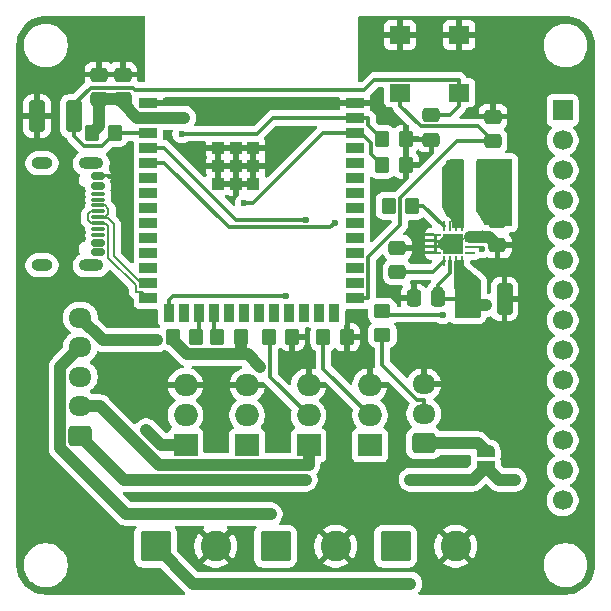
<source format=gbr>
%TF.GenerationSoftware,KiCad,Pcbnew,9.0.1*%
%TF.CreationDate,2025-05-27T02:43:24+02:00*%
%TF.ProjectId,LEDController,4c454443-6f6e-4747-926f-6c6c65722e6b,1*%
%TF.SameCoordinates,Original*%
%TF.FileFunction,Copper,L1,Top*%
%TF.FilePolarity,Positive*%
%FSLAX46Y46*%
G04 Gerber Fmt 4.6, Leading zero omitted, Abs format (unit mm)*
G04 Created by KiCad (PCBNEW 9.0.1) date 2025-05-27 02:43:24*
%MOMM*%
%LPD*%
G01*
G04 APERTURE LIST*
G04 Aperture macros list*
%AMRoundRect*
0 Rectangle with rounded corners*
0 $1 Rounding radius*
0 $2 $3 $4 $5 $6 $7 $8 $9 X,Y pos of 4 corners*
0 Add a 4 corners polygon primitive as box body*
4,1,4,$2,$3,$4,$5,$6,$7,$8,$9,$2,$3,0*
0 Add four circle primitives for the rounded corners*
1,1,$1+$1,$2,$3*
1,1,$1+$1,$4,$5*
1,1,$1+$1,$6,$7*
1,1,$1+$1,$8,$9*
0 Add four rect primitives between the rounded corners*
20,1,$1+$1,$2,$3,$4,$5,0*
20,1,$1+$1,$4,$5,$6,$7,0*
20,1,$1+$1,$6,$7,$8,$9,0*
20,1,$1+$1,$8,$9,$2,$3,0*%
%AMFreePoly0*
4,1,23,0.500000,-0.750000,0.000000,-0.750000,0.000000,-0.745722,-0.065263,-0.745722,-0.191342,-0.711940,-0.304381,-0.646677,-0.396677,-0.554381,-0.461940,-0.441342,-0.495722,-0.315263,-0.495722,-0.250000,-0.500000,-0.250000,-0.500000,0.250000,-0.495722,0.250000,-0.495722,0.315263,-0.461940,0.441342,-0.396677,0.554381,-0.304381,0.646677,-0.191342,0.711940,-0.065263,0.745722,0.000000,0.745722,
0.000000,0.750000,0.500000,0.750000,0.500000,-0.750000,0.500000,-0.750000,$1*%
%AMFreePoly1*
4,1,23,0.000000,0.745722,0.065263,0.745722,0.191342,0.711940,0.304381,0.646677,0.396677,0.554381,0.461940,0.441342,0.495722,0.315263,0.495722,0.250000,0.500000,0.250000,0.500000,-0.250000,0.495722,-0.250000,0.495722,-0.315263,0.461940,-0.441342,0.396677,-0.554381,0.304381,-0.646677,0.191342,-0.711940,0.065263,-0.745722,0.000000,-0.745722,0.000000,-0.750000,-0.500000,-0.750000,
-0.500000,0.750000,0.000000,0.750000,0.000000,0.745722,0.000000,0.745722,$1*%
G04 Aperture macros list end*
%TA.AperFunction,ComponentPad*%
%ADD10R,1.700000X1.700000*%
%TD*%
%TA.AperFunction,ComponentPad*%
%ADD11C,1.700000*%
%TD*%
%TA.AperFunction,SMDPad,CuDef*%
%ADD12RoundRect,0.250000X0.337500X0.475000X-0.337500X0.475000X-0.337500X-0.475000X0.337500X-0.475000X0*%
%TD*%
%TA.AperFunction,SMDPad,CuDef*%
%ADD13R,1.500000X0.900000*%
%TD*%
%TA.AperFunction,SMDPad,CuDef*%
%ADD14R,0.900000X1.500000*%
%TD*%
%TA.AperFunction,SMDPad,CuDef*%
%ADD15R,1.000000X1.000000*%
%TD*%
%TA.AperFunction,ComponentPad*%
%ADD16R,2.000000X1.905000*%
%TD*%
%TA.AperFunction,ComponentPad*%
%ADD17O,2.000000X1.905000*%
%TD*%
%TA.AperFunction,SMDPad,CuDef*%
%ADD18RoundRect,0.250000X-0.350000X-0.450000X0.350000X-0.450000X0.350000X0.450000X-0.350000X0.450000X0*%
%TD*%
%TA.AperFunction,SMDPad,CuDef*%
%ADD19RoundRect,0.250000X0.412500X1.100000X-0.412500X1.100000X-0.412500X-1.100000X0.412500X-1.100000X0*%
%TD*%
%TA.AperFunction,SMDPad,CuDef*%
%ADD20RoundRect,0.250000X0.450000X-0.350000X0.450000X0.350000X-0.450000X0.350000X-0.450000X-0.350000X0*%
%TD*%
%TA.AperFunction,SMDPad,CuDef*%
%ADD21R,1.700000X1.500000*%
%TD*%
%TA.AperFunction,ComponentPad*%
%ADD22RoundRect,0.250000X0.725000X-0.600000X0.725000X0.600000X-0.725000X0.600000X-0.725000X-0.600000X0*%
%TD*%
%TA.AperFunction,ComponentPad*%
%ADD23O,1.950000X1.700000*%
%TD*%
%TA.AperFunction,ComponentPad*%
%ADD24RoundRect,0.250000X-1.050000X-1.050000X1.050000X-1.050000X1.050000X1.050000X-1.050000X1.050000X0*%
%TD*%
%TA.AperFunction,ComponentPad*%
%ADD25C,2.600000*%
%TD*%
%TA.AperFunction,SMDPad,CuDef*%
%ADD26RoundRect,0.250000X0.350000X0.450000X-0.350000X0.450000X-0.350000X-0.450000X0.350000X-0.450000X0*%
%TD*%
%TA.AperFunction,SMDPad,CuDef*%
%ADD27RoundRect,0.250000X-0.475000X0.337500X-0.475000X-0.337500X0.475000X-0.337500X0.475000X0.337500X0*%
%TD*%
%TA.AperFunction,SMDPad,CuDef*%
%ADD28RoundRect,0.250000X-0.300000X-1.600000X0.300000X-1.600000X0.300000X1.600000X-0.300000X1.600000X0*%
%TD*%
%TA.AperFunction,SMDPad,CuDef*%
%ADD29RoundRect,0.250000X0.475000X-0.337500X0.475000X0.337500X-0.475000X0.337500X-0.475000X-0.337500X0*%
%TD*%
%TA.AperFunction,SMDPad,CuDef*%
%ADD30RoundRect,0.062500X-0.062500X0.350000X-0.062500X-0.350000X0.062500X-0.350000X0.062500X0.350000X0*%
%TD*%
%TA.AperFunction,SMDPad,CuDef*%
%ADD31RoundRect,0.062500X-0.350000X0.062500X-0.350000X-0.062500X0.350000X-0.062500X0.350000X0.062500X0*%
%TD*%
%TA.AperFunction,HeatsinkPad*%
%ADD32C,0.500000*%
%TD*%
%TA.AperFunction,HeatsinkPad*%
%ADD33R,1.680000X1.680000*%
%TD*%
%TA.AperFunction,SMDPad,CuDef*%
%ADD34RoundRect,0.150000X-0.425000X0.150000X-0.425000X-0.150000X0.425000X-0.150000X0.425000X0.150000X0*%
%TD*%
%TA.AperFunction,SMDPad,CuDef*%
%ADD35RoundRect,0.075000X-0.500000X0.075000X-0.500000X-0.075000X0.500000X-0.075000X0.500000X0.075000X0*%
%TD*%
%TA.AperFunction,HeatsinkPad*%
%ADD36O,2.100000X1.000000*%
%TD*%
%TA.AperFunction,HeatsinkPad*%
%ADD37O,1.800000X1.000000*%
%TD*%
%TA.AperFunction,SMDPad,CuDef*%
%ADD38FreePoly0,90.000000*%
%TD*%
%TA.AperFunction,SMDPad,CuDef*%
%ADD39FreePoly1,90.000000*%
%TD*%
%TA.AperFunction,SMDPad,CuDef*%
%ADD40RoundRect,0.250000X-0.412500X-1.100000X0.412500X-1.100000X0.412500X1.100000X-0.412500X1.100000X0*%
%TD*%
%TA.AperFunction,ViaPad*%
%ADD41C,0.600000*%
%TD*%
%TA.AperFunction,Conductor*%
%ADD42C,1.000000*%
%TD*%
%TA.AperFunction,Conductor*%
%ADD43C,0.300000*%
%TD*%
%TA.AperFunction,Conductor*%
%ADD44C,0.200000*%
%TD*%
G04 APERTURE END LIST*
D10*
%TO.P,J9,1,Pin_1*%
%TO.N,unconnected-(J9-Pin_1-Pad1)*%
X131750000Y-57490000D03*
D11*
%TO.P,J9,2,Pin_2*%
%TO.N,unconnected-(J9-Pin_2-Pad2)*%
X131750000Y-60030000D03*
%TO.P,J9,3,Pin_3*%
%TO.N,unconnected-(J9-Pin_3-Pad3)*%
X131750000Y-62570000D03*
%TO.P,J9,4,Pin_4*%
%TO.N,unconnected-(J9-Pin_4-Pad4)*%
X131750000Y-65110000D03*
%TO.P,J9,5,Pin_5*%
%TO.N,unconnected-(J9-Pin_5-Pad5)*%
X131750000Y-67650000D03*
%TO.P,J9,6,Pin_6*%
%TO.N,unconnected-(J9-Pin_6-Pad6)*%
X131750000Y-70190000D03*
%TO.P,J9,7,Pin_7*%
%TO.N,unconnected-(J9-Pin_7-Pad7)*%
X131750000Y-72730000D03*
%TO.P,J9,8,Pin_8*%
%TO.N,unconnected-(J9-Pin_8-Pad8)*%
X131750000Y-75270000D03*
%TO.P,J9,9,Pin_9*%
%TO.N,unconnected-(J9-Pin_9-Pad9)*%
X131750000Y-77810000D03*
%TO.P,J9,10,Pin_10*%
%TO.N,unconnected-(J9-Pin_10-Pad10)*%
X131750000Y-80350000D03*
%TO.P,J9,11,Pin_11*%
%TO.N,unconnected-(J9-Pin_11-Pad11)*%
X131750000Y-82890000D03*
%TO.P,J9,12,Pin_12*%
%TO.N,unconnected-(J9-Pin_12-Pad12)*%
X131750000Y-85430000D03*
%TO.P,J9,13,Pin_13*%
%TO.N,unconnected-(J9-Pin_13-Pad13)*%
X131750000Y-87970000D03*
%TO.P,J9,14,Pin_14*%
%TO.N,unconnected-(J9-Pin_14-Pad14)*%
X131750000Y-90510000D03*
%TD*%
D12*
%TO.P,C6,1*%
%TO.N,+24V*%
X121230300Y-73406000D03*
%TO.P,C6,2*%
%TO.N,GND*%
X119155300Y-73406000D03*
%TD*%
D13*
%TO.P,U2,1,GND*%
%TO.N,GND*%
X96684000Y-56858000D03*
%TO.P,U2,2,3V3*%
%TO.N,+3.3V*%
X96684000Y-58128000D03*
%TO.P,U2,3,EN*%
%TO.N,ESP_EN*%
X96684000Y-59398000D03*
%TO.P,U2,4,GPIO4/TOUCH4/ADC1_CH3*%
%TO.N,W*%
X96684000Y-60668000D03*
%TO.P,U2,5,GPIO5/TOUCH5/ADC1_CH4*%
%TO.N,Data*%
X96684000Y-61938000D03*
%TO.P,U2,6,GPIO6/TOUCH6/ADC1_CH5*%
%TO.N,unconnected-(U2-GPIO6{slash}TOUCH6{slash}ADC1_CH5-Pad6)*%
X96684000Y-63208000D03*
%TO.P,U2,7,GPIO7/TOUCH7/ADC1_CH6*%
%TO.N,unconnected-(U2-GPIO7{slash}TOUCH7{slash}ADC1_CH6-Pad7)*%
X96684000Y-64478000D03*
%TO.P,U2,8,GPIO15/U0RTS/ADC2_CH4/XTAL_32K_P*%
%TO.N,unconnected-(U2-GPIO15{slash}U0RTS{slash}ADC2_CH4{slash}XTAL_32K_P-Pad8)*%
X96684000Y-65748000D03*
%TO.P,U2,9,GPIO16/U0CTS/ADC2_CH5/XTAL_32K_N*%
%TO.N,unconnected-(U2-GPIO16{slash}U0CTS{slash}ADC2_CH5{slash}XTAL_32K_N-Pad9)*%
X96684000Y-67018000D03*
%TO.P,U2,10,GPIO17/U1TXD/ADC2_CH6*%
%TO.N,unconnected-(U2-GPIO17{slash}U1TXD{slash}ADC2_CH6-Pad10)*%
X96684000Y-68288000D03*
%TO.P,U2,11,GPIO18/U1RXD/ADC2_CH7/CLK_OUT3*%
%TO.N,unconnected-(U2-GPIO18{slash}U1RXD{slash}ADC2_CH7{slash}CLK_OUT3-Pad11)*%
X96684000Y-69558000D03*
%TO.P,U2,12,GPIO8/TOUCH8/ADC1_CH7/SUBSPICS1*%
%TO.N,unconnected-(U2-GPIO8{slash}TOUCH8{slash}ADC1_CH7{slash}SUBSPICS1-Pad12)*%
X96684000Y-70828000D03*
%TO.P,U2,13,GPIO19/U1RTS/ADC2_CH8/CLK_OUT2/USB_D-*%
%TO.N,USB.D-*%
X96684000Y-72098000D03*
%TO.P,U2,14,GPIO20/U1CTS/ADC2_CH9/CLK_OUT1/USB_D+*%
%TO.N,USB.D+*%
X96684000Y-73368000D03*
D14*
%TO.P,U2,15,GPIO3/TOUCH3/ADC1_CH2*%
%TO.N,B*%
X98449000Y-74618000D03*
%TO.P,U2,16,GPIO46*%
%TO.N,unconnected-(U2-GPIO46-Pad16)*%
X99719000Y-74618000D03*
%TO.P,U2,17,GPIO9/TOUCH9/ADC1_CH8/FSPIHD/SUBSPIHD*%
%TO.N,I^{2}C.SDA*%
X100989000Y-74618000D03*
%TO.P,U2,18,GPIO10/TOUCH10/ADC1_CH9/FSPICS0/FSPIIO4/SUBSPICS0*%
%TO.N,I^{2}C.SCL*%
X102259000Y-74618000D03*
%TO.P,U2,19,GPIO11/TOUCH11/ADC2_CH0/FSPID/FSPIIO5/SUBSPID*%
%TO.N,unconnected-(U2-GPIO11{slash}TOUCH11{slash}ADC2_CH0{slash}FSPID{slash}FSPIIO5{slash}SUBSPID-Pad19)*%
X103529000Y-74618000D03*
%TO.P,U2,20,GPIO12/TOUCH12/ADC2_CH1/FSPICLK/FSPIIO6/SUBSPICLK*%
%TO.N,unconnected-(U2-GPIO12{slash}TOUCH12{slash}ADC2_CH1{slash}FSPICLK{slash}FSPIIO6{slash}SUBSPICLK-Pad20)*%
X104799000Y-74618000D03*
%TO.P,U2,21,GPIO13/TOUCH13/ADC2_CH2/FSPIQ/FSPIIO7/SUBSPIQ*%
%TO.N,unconnected-(U2-GPIO13{slash}TOUCH13{slash}ADC2_CH2{slash}FSPIQ{slash}FSPIIO7{slash}SUBSPIQ-Pad21)*%
X106069000Y-74618000D03*
%TO.P,U2,22,GPIO14/TOUCH14/ADC2_CH3/FSPIWP/FSPIDQS/SUBSPIWP*%
%TO.N,unconnected-(U2-GPIO14{slash}TOUCH14{slash}ADC2_CH3{slash}FSPIWP{slash}FSPIDQS{slash}SUBSPIWP-Pad22)*%
X107339000Y-74618000D03*
%TO.P,U2,23,GPIO21*%
%TO.N,unconnected-(U2-GPIO21-Pad23)*%
X108609000Y-74618000D03*
%TO.P,U2,24,GPIO47/SPICLK_P/SUBSPICLK_P_DIFF*%
%TO.N,unconnected-(U2-GPIO47{slash}SPICLK_P{slash}SUBSPICLK_P_DIFF-Pad24)*%
X109879000Y-74618000D03*
%TO.P,U2,25,GPIO48/SPICLK_N/SUBSPICLK_N_DIFF*%
%TO.N,unconnected-(U2-GPIO48{slash}SPICLK_N{slash}SUBSPICLK_N_DIFF-Pad25)*%
X111149000Y-74618000D03*
%TO.P,U2,26,GPIO45*%
%TO.N,unconnected-(U2-GPIO45-Pad26)*%
X112419000Y-74618000D03*
D13*
%TO.P,U2,27,GPIO0/BOOT*%
%TO.N,ESP_BOOT*%
X114184000Y-73368000D03*
%TO.P,U2,28,NC*%
%TO.N,unconnected-(U2-NC-Pad28)*%
X114184000Y-72098000D03*
%TO.P,U2,29,NC*%
%TO.N,unconnected-(U2-NC-Pad29)*%
X114184000Y-70828000D03*
%TO.P,U2,30,NC*%
%TO.N,unconnected-(U2-NC-Pad30)*%
X114184000Y-69558000D03*
%TO.P,U2,31,GPIO38/FSPIWP/SUBSPIWP*%
%TO.N,unconnected-(U2-GPIO38{slash}FSPIWP{slash}SUBSPIWP-Pad31)*%
X114184000Y-68288000D03*
%TO.P,U2,32,MTCK/GPIO39/CLK_OUT3/SUBSPICS1*%
%TO.N,unconnected-(U2-MTCK{slash}GPIO39{slash}CLK_OUT3{slash}SUBSPICS1-Pad32)*%
X114184000Y-67018000D03*
%TO.P,U2,33,MTDO/GPIO40/CLK_OUT2*%
%TO.N,unconnected-(U2-MTDO{slash}GPIO40{slash}CLK_OUT2-Pad33)*%
X114184000Y-65748000D03*
%TO.P,U2,34,MTDI/GPIO41/CLK_OUT1*%
%TO.N,unconnected-(U2-MTDI{slash}GPIO41{slash}CLK_OUT1-Pad34)*%
X114184000Y-64478000D03*
%TO.P,U2,35,MTMS/GPIO42*%
%TO.N,unconnected-(U2-MTMS{slash}GPIO42-Pad35)*%
X114184000Y-63208000D03*
%TO.P,U2,36,U0RXD/GPIO44/CLK_OUT2*%
%TO.N,UART.RX*%
X114184000Y-61938000D03*
%TO.P,U2,37,U0TXD/GPIO43/CLK_OUT1*%
%TO.N,UART.TX*%
X114184000Y-60668000D03*
%TO.P,U2,38,GPIO2/TOUCH2/ADC1_CH1*%
%TO.N,G*%
X114184000Y-59398000D03*
%TO.P,U2,39,GPIO1/TOUCH1/ADC1_CH0*%
%TO.N,R*%
X114184000Y-58128000D03*
%TO.P,U2,40,GND*%
%TO.N,GND*%
X114184000Y-56858000D03*
D15*
%TO.P,U2,41,GND*%
X102574000Y-60708000D03*
X102574000Y-62208000D03*
X102574000Y-62208000D03*
X102574000Y-63708000D03*
X104074000Y-60708000D03*
X104074000Y-60708000D03*
X104074000Y-62208000D03*
X104074000Y-63708000D03*
X105574000Y-60708000D03*
X105574000Y-62208000D03*
X105574000Y-63708000D03*
%TD*%
D16*
%TO.P,Q4,1,D*%
%TO.N,W_out*%
X115443000Y-85852000D03*
D17*
%TO.P,Q4,2,G*%
%TO.N,W*%
X115443000Y-83312000D03*
%TO.P,Q4,3,S*%
%TO.N,GND*%
X115443000Y-80772000D03*
%TD*%
D18*
%TO.P,R7,1*%
%TO.N,+3.3V*%
X91874000Y-59414000D03*
%TO.P,R7,2*%
%TO.N,ESP_EN*%
X93874000Y-59414000D03*
%TD*%
%TO.P,R6,1*%
%TO.N,+3.3V*%
X98748000Y-76686000D03*
%TO.P,R6,2*%
%TO.N,I^{2}C.SDA*%
X100748000Y-76686000D03*
%TD*%
D19*
%TO.P,C5,1*%
%TO.N,ESP_EN*%
X90372500Y-58000000D03*
%TO.P,C5,2*%
%TO.N,GND*%
X87247500Y-58000000D03*
%TD*%
D20*
%TO.P,R9,1*%
%TO.N,Net-(J6-Pin_2)*%
X116500000Y-76500000D03*
%TO.P,R9,2*%
%TO.N,Data*%
X116500000Y-74500000D03*
%TD*%
D18*
%TO.P,R8,1*%
%TO.N,+3.3V*%
X117011000Y-65577000D03*
%TO.P,R8,2*%
%TO.N,Net-(U1-PG)*%
X119011000Y-65577000D03*
%TD*%
%TO.P,R4,1*%
%TO.N,W*%
X111500000Y-76708000D03*
%TO.P,R4,2*%
%TO.N,GND*%
X113500000Y-76708000D03*
%TD*%
D21*
%TO.P,SW2,1,1*%
%TO.N,GND*%
X123000000Y-51100000D03*
%TO.P,SW2,2,2*%
%TO.N,ESP_EN*%
X123000000Y-56000000D03*
%TD*%
D22*
%TO.P,J1,1,Pin_1*%
%TO.N,W_out*%
X90915000Y-85050000D03*
D23*
%TO.P,J1,2,Pin_2*%
%TO.N,B_out*%
X90915000Y-82550000D03*
%TO.P,J1,3,Pin_3*%
%TO.N,R_out*%
X90915000Y-80050000D03*
%TO.P,J1,4,Pin_4*%
%TO.N,G_out*%
X90915000Y-77550000D03*
%TO.P,J1,5,Pin_5*%
%TO.N,+24V*%
X90915000Y-75050000D03*
%TD*%
D24*
%TO.P,J3,1,Pin_1*%
%TO.N,+24V*%
X107455000Y-94406500D03*
D25*
%TO.P,J3,2,Pin_2*%
%TO.N,GND*%
X112535000Y-94406500D03*
%TD*%
D16*
%TO.P,Q3,1,D*%
%TO.N,B_out*%
X110242000Y-85852000D03*
D17*
%TO.P,Q3,2,G*%
%TO.N,B*%
X110242000Y-83312000D03*
%TO.P,Q3,3,S*%
%TO.N,GND*%
X110242000Y-80772000D03*
%TD*%
D18*
%TO.P,R2,1*%
%TO.N,G*%
X116475000Y-62103000D03*
%TO.P,R2,2*%
%TO.N,GND*%
X118475000Y-62103000D03*
%TD*%
D24*
%TO.P,J2,1,Pin_1*%
%TO.N,+24V*%
X97295000Y-94406500D03*
D25*
%TO.P,J2,2,Pin_2*%
%TO.N,GND*%
X102375000Y-94406500D03*
%TD*%
D22*
%TO.P,J6,1,Pin_1*%
%TO.N,Net-(J6-Pin_1)*%
X119998000Y-85685000D03*
D23*
%TO.P,J6,2,Pin_2*%
%TO.N,Net-(J6-Pin_2)*%
X119998000Y-83185000D03*
%TO.P,J6,3,Pin_3*%
%TO.N,GND*%
X119998000Y-80685000D03*
%TD*%
D26*
%TO.P,R5,1*%
%TO.N,+3.3V*%
X104526000Y-76686000D03*
%TO.P,R5,2*%
%TO.N,I^{2}C.SCL*%
X102526000Y-76686000D03*
%TD*%
D27*
%TO.P,C1,1*%
%TO.N,GND*%
X125857000Y-58017500D03*
%TO.P,C1,2*%
%TO.N,ESP_BOOT*%
X125857000Y-60092500D03*
%TD*%
D28*
%TO.P,L1,1,1*%
%TO.N,/3.3V Switch*%
X122353000Y-63582000D03*
%TO.P,L1,2,2*%
%TO.N,+3.3V*%
X125353000Y-63582000D03*
%TD*%
D18*
%TO.P,R3,1*%
%TO.N,B*%
X106860000Y-76686000D03*
%TO.P,R3,2*%
%TO.N,GND*%
X108860000Y-76686000D03*
%TD*%
D16*
%TO.P,Q2,1,D*%
%TO.N,G_out*%
X105041000Y-85852000D03*
D17*
%TO.P,Q2,2,G*%
%TO.N,G*%
X105041000Y-83312000D03*
%TO.P,Q2,3,S*%
%TO.N,GND*%
X105041000Y-80772000D03*
%TD*%
D21*
%TO.P,SW1,1,1*%
%TO.N,GND*%
X118000000Y-51100000D03*
%TO.P,SW1,2,2*%
%TO.N,ESP_BOOT*%
X118000000Y-56000000D03*
%TD*%
D29*
%TO.P,C8,1*%
%TO.N,Net-(U1-SS{slash}TR)*%
X117757000Y-71186500D03*
%TO.P,C8,2*%
%TO.N,GND*%
X117757000Y-69111500D03*
%TD*%
D30*
%TO.P,U1,1,SW*%
%TO.N,/3.3V Switch*%
X123223000Y-67326500D03*
%TO.P,U1,2,SW*%
X122723000Y-67326500D03*
%TO.P,U1,3,SW*%
X122223000Y-67326500D03*
%TO.P,U1,4,PG*%
%TO.N,Net-(U1-PG)*%
X121723000Y-67326500D03*
D31*
%TO.P,U1,5,FB*%
%TO.N,GND*%
X121010500Y-68039000D03*
%TO.P,U1,6,GND*%
X121010500Y-68539000D03*
%TO.P,U1,7,FSW*%
X121010500Y-69039000D03*
%TO.P,U1,8,DEF*%
X121010500Y-69539000D03*
D30*
%TO.P,U1,9,SS/TR*%
%TO.N,Net-(U1-SS{slash}TR)*%
X121723000Y-70251500D03*
%TO.P,U1,10,VIN*%
%TO.N,+24V*%
X122223000Y-70251500D03*
%TO.P,U1,11,VIN*%
X122723000Y-70251500D03*
%TO.P,U1,12,VIN*%
X123223000Y-70251500D03*
D31*
%TO.P,U1,13,EN*%
%TO.N,+12V*%
X123935500Y-69539000D03*
%TO.P,U1,14,VOS*%
%TO.N,+3.3V*%
X123935500Y-69039000D03*
%TO.P,U1,15,GND*%
%TO.N,GND*%
X123935500Y-68539000D03*
%TO.P,U1,16,GND*%
X123935500Y-68039000D03*
D32*
%TO.P,U1,17,GND*%
X123063000Y-68199000D03*
X121883000Y-68199000D03*
D33*
X122473000Y-68789000D03*
D32*
X123063000Y-69379000D03*
X121883000Y-69379000D03*
%TD*%
D16*
%TO.P,Q1,1,D*%
%TO.N,R_out*%
X99840000Y-85830000D03*
D17*
%TO.P,Q1,2,G*%
%TO.N,R*%
X99840000Y-83290000D03*
%TO.P,Q1,3,S*%
%TO.N,GND*%
X99840000Y-80750000D03*
%TD*%
D34*
%TO.P,J5,A1,GND*%
%TO.N,GND*%
X92425000Y-63094000D03*
%TO.P,J5,A4,VBUS*%
%TO.N,unconnected-(J5-VBUS-PadA4)*%
X92425000Y-63894000D03*
D35*
%TO.P,J5,A5,CC1*%
%TO.N,unconnected-(J5-CC1-PadA5)*%
X92425000Y-65044000D03*
%TO.P,J5,A6,D+*%
%TO.N,USB.D+*%
X92425000Y-66044000D03*
%TO.P,J5,A7,D-*%
%TO.N,USB.D-*%
X92425000Y-66544000D03*
%TO.P,J5,A8,SBU1*%
%TO.N,unconnected-(J5-SBU1-PadA8)*%
X92425000Y-67544000D03*
D34*
%TO.P,J5,A9,VBUS*%
%TO.N,unconnected-(J5-VBUS-PadA4)_1*%
X92425000Y-68694000D03*
%TO.P,J5,A12,GND*%
%TO.N,GND*%
X92425000Y-69494000D03*
%TO.P,J5,B1,GND*%
X92425000Y-69494000D03*
%TO.P,J5,B4,VBUS*%
%TO.N,unconnected-(J5-VBUS-PadA4)_3*%
X92425000Y-68694000D03*
D35*
%TO.P,J5,B5,CC2*%
%TO.N,unconnected-(J5-CC2-PadB5)*%
X92425000Y-68044000D03*
%TO.P,J5,B6,D+*%
%TO.N,USB.D+*%
X92425000Y-67044000D03*
%TO.P,J5,B7,D-*%
%TO.N,USB.D-*%
X92425000Y-65544000D03*
%TO.P,J5,B8,SBU2*%
%TO.N,unconnected-(J5-SBU2-PadB8)*%
X92425000Y-64544000D03*
D34*
%TO.P,J5,B9,VBUS*%
%TO.N,unconnected-(J5-VBUS-PadA4)_2*%
X92425000Y-63894000D03*
%TO.P,J5,B12,GND*%
%TO.N,GND*%
X92425000Y-63094000D03*
D36*
%TO.P,J5,S1,SHIELD*%
%TO.N,unconnected-(J5-SHIELD-PadS1)_3*%
X91850000Y-61974000D03*
D37*
%TO.N,unconnected-(J5-SHIELD-PadS1)*%
X87670000Y-61974000D03*
D36*
%TO.N,unconnected-(J5-SHIELD-PadS1)_1*%
X91850000Y-70614000D03*
D37*
%TO.N,unconnected-(J5-SHIELD-PadS1)_2*%
X87670000Y-70614000D03*
%TD*%
D38*
%TO.P,JP1,1,A*%
%TO.N,+24V*%
X125250000Y-87650000D03*
D39*
%TO.P,JP1,2,B*%
%TO.N,Net-(J6-Pin_1)*%
X125250000Y-86350000D03*
%TD*%
D29*
%TO.P,C3,1*%
%TO.N,+3.3V*%
X94500000Y-56537500D03*
%TO.P,C3,2*%
%TO.N,GND*%
X94500000Y-54462500D03*
%TD*%
D27*
%TO.P,C9,1*%
%TO.N,+3.3V*%
X126238000Y-66857500D03*
%TO.P,C9,2*%
%TO.N,GND*%
X126238000Y-68932500D03*
%TD*%
D24*
%TO.P,J4,1,Pin_1*%
%TO.N,+24V*%
X117615000Y-94406500D03*
D25*
%TO.P,J4,2,Pin_2*%
%TO.N,GND*%
X122695000Y-94406500D03*
%TD*%
D29*
%TO.P,C2,1*%
%TO.N,GND*%
X120650000Y-59965500D03*
%TO.P,C2,2*%
%TO.N,ESP_EN*%
X120650000Y-57890500D03*
%TD*%
D40*
%TO.P,C7,1*%
%TO.N,+24V*%
X123708500Y-73483000D03*
%TO.P,C7,2*%
%TO.N,GND*%
X126833500Y-73483000D03*
%TD*%
D18*
%TO.P,R1,1*%
%TO.N,R*%
X116475000Y-59944000D03*
%TO.P,R1,2*%
%TO.N,GND*%
X118475000Y-59944000D03*
%TD*%
D29*
%TO.P,C4,1*%
%TO.N,+3.3V*%
X92500000Y-56537500D03*
%TO.P,C4,2*%
%TO.N,GND*%
X92500000Y-54462500D03*
%TD*%
D41*
%TO.N,Data*%
X112455500Y-67042500D03*
X121620200Y-74804000D03*
%TO.N,W_out*%
X110000500Y-88764500D03*
%TO.N,W*%
X109998900Y-66753100D03*
%TO.N,B*%
X108341500Y-73195500D03*
%TO.N,G_out*%
X107047500Y-91673200D03*
%TO.N,G*%
X104817500Y-65360100D03*
%TO.N,R_out*%
X96482000Y-84565000D03*
%TO.N,R*%
X99509300Y-59470100D03*
%TO.N,+3.3V*%
X99720400Y-58115200D03*
X106151100Y-79200000D03*
%TO.N,+24V*%
X118859500Y-97568500D03*
X107047500Y-97568500D03*
X118859500Y-88764500D03*
X97429500Y-76952500D03*
X125271000Y-73999500D03*
X127718500Y-88764500D03*
%TO.N,+3.3V*%
X126644400Y-64312800D03*
X126644400Y-63347600D03*
X126746000Y-65532000D03*
X124968000Y-69213000D03*
X117011000Y-65577000D03*
X126644400Y-62534800D03*
%TD*%
D42*
%TO.N,Net-(J6-Pin_1)*%
X124585000Y-85685000D02*
X119998000Y-85685000D01*
X125250000Y-86350000D02*
X124585000Y-85685000D01*
D43*
%TO.N,Data*%
X112093100Y-67404900D02*
X112455500Y-67042500D01*
X103470400Y-67404900D02*
X112093100Y-67404900D01*
X98003500Y-61938000D02*
X103470400Y-67404900D01*
X96684000Y-61938000D02*
X98003500Y-61938000D01*
X116804000Y-74804000D02*
X116500000Y-74500000D01*
X121620200Y-74804000D02*
X116804000Y-74804000D01*
%TO.N,Net-(J6-Pin_2)*%
X119452900Y-81983300D02*
X119998000Y-81983300D01*
X116500000Y-79030400D02*
X119452900Y-81983300D01*
X116500000Y-76500000D02*
X116500000Y-79030400D01*
X119998000Y-83185000D02*
X119998000Y-81983300D01*
%TO.N,I^{2}C.SDA*%
X100989000Y-76445000D02*
X100989000Y-74618000D01*
X100748000Y-76686000D02*
X100989000Y-76445000D01*
%TO.N,I^{2}C.SCL*%
X102259000Y-76419000D02*
X102526000Y-76686000D01*
X102259000Y-74618000D02*
X102259000Y-76419000D01*
D42*
%TO.N,W_out*%
X94629500Y-88764500D02*
X90915000Y-85050000D01*
X110000500Y-88764500D02*
X94629500Y-88764500D01*
D43*
%TO.N,W*%
X111500000Y-79369000D02*
X115443000Y-83312000D01*
X111500000Y-76708000D02*
X111500000Y-79369000D01*
X98014200Y-60668000D02*
X96684000Y-60668000D01*
X104099300Y-66753100D02*
X98014200Y-60668000D01*
X109998900Y-66753100D02*
X104099300Y-66753100D01*
D42*
%TO.N,B_out*%
X97547900Y-87506200D02*
X110242000Y-87506200D01*
X92591700Y-82550000D02*
X97547900Y-87506200D01*
X90915000Y-82550000D02*
X92591700Y-82550000D01*
X110242000Y-85852000D02*
X110242000Y-87506200D01*
D43*
%TO.N,B*%
X98769800Y-73195500D02*
X98449000Y-73516300D01*
X108341500Y-73195500D02*
X98769800Y-73195500D01*
X98449000Y-74618000D02*
X98449000Y-73516300D01*
X107002800Y-76828800D02*
X106860000Y-76686000D01*
X107002800Y-80072800D02*
X107002800Y-76828800D01*
X110242000Y-83312000D02*
X107002800Y-80072800D01*
D42*
%TO.N,G_out*%
X94805300Y-91673200D02*
X107047500Y-91673200D01*
X89229600Y-86097500D02*
X94805300Y-91673200D01*
X89229600Y-79235400D02*
X89229600Y-86097500D01*
X90915000Y-77550000D02*
X89229600Y-79235400D01*
D43*
%TO.N,G*%
X114695100Y-59398000D02*
X114184000Y-59398000D01*
X115522300Y-60225200D02*
X114695100Y-59398000D01*
X115522300Y-61150300D02*
X115522300Y-60225200D01*
X116475000Y-62103000D02*
X115522300Y-61150300D01*
X111458800Y-59398000D02*
X114184000Y-59398000D01*
X105496700Y-65360100D02*
X111458800Y-59398000D01*
X104817500Y-65360100D02*
X105496700Y-65360100D01*
D42*
%TO.N,R_out*%
X97747000Y-85830000D02*
X96482000Y-84565000D01*
X99840000Y-85830000D02*
X97747000Y-85830000D01*
D43*
%TO.N,R*%
X115285700Y-58754700D02*
X115285700Y-58128000D01*
X116475000Y-59944000D02*
X115285700Y-58754700D01*
X114184000Y-58128000D02*
X115285700Y-58128000D01*
X107236400Y-58128000D02*
X114184000Y-58128000D01*
X105894300Y-59470100D02*
X107236400Y-58128000D01*
X99509300Y-59470100D02*
X105894300Y-59470100D01*
%TO.N,ESP_BOOT*%
X119752700Y-58854400D02*
X118000000Y-57101700D01*
X124618900Y-58854400D02*
X119752700Y-58854400D01*
X125857000Y-60092500D02*
X124618900Y-58854400D01*
X118000000Y-56000000D02*
X118000000Y-57101700D01*
X122801300Y-60092500D02*
X125857000Y-60092500D01*
X118011000Y-64882800D02*
X122801300Y-60092500D01*
X118011000Y-67175600D02*
X118011000Y-64882800D01*
X115285700Y-69900900D02*
X118011000Y-67175600D01*
X115285700Y-73368000D02*
X115285700Y-69900900D01*
X114184000Y-73368000D02*
X115285700Y-73368000D01*
%TO.N,ESP_EN*%
X122211200Y-57890500D02*
X123000000Y-57101700D01*
X120650000Y-57890500D02*
X122211200Y-57890500D01*
X95566300Y-59414000D02*
X95582300Y-59398000D01*
X93874000Y-59414000D02*
X95566300Y-59414000D01*
X96684000Y-59398000D02*
X95582300Y-59398000D01*
X123000000Y-56000000D02*
X123000000Y-56550800D01*
X123000000Y-56550800D02*
X123000000Y-57101700D01*
X90372500Y-59649300D02*
X90372500Y-58000000D01*
X91235200Y-60512000D02*
X90372500Y-59649300D01*
X92776000Y-60512000D02*
X91235200Y-60512000D01*
X93874000Y-59414000D02*
X92776000Y-60512000D01*
X115822800Y-54898300D02*
X123000000Y-54898300D01*
X114973900Y-55747200D02*
X115822800Y-54898300D01*
X95580700Y-55747200D02*
X114973900Y-55747200D01*
X95405400Y-55571900D02*
X95580700Y-55747200D01*
X91783700Y-55571900D02*
X95405400Y-55571900D01*
X90372500Y-56983100D02*
X91783700Y-55571900D01*
X90372500Y-58000000D02*
X90372500Y-56983100D01*
X123000000Y-56000000D02*
X123000000Y-54898300D01*
D42*
%TO.N,+3.3V*%
X98748000Y-76929100D02*
X98748000Y-76686000D01*
X99967600Y-78148700D02*
X98748000Y-76929100D01*
X104526000Y-78148700D02*
X99967600Y-78148700D01*
X104526000Y-76686000D02*
X104526000Y-78148700D01*
X105099800Y-78148700D02*
X104526000Y-78148700D01*
X106151100Y-79200000D02*
X105099800Y-78148700D01*
X96696800Y-58115200D02*
X96690400Y-58121600D01*
X99720400Y-58115200D02*
X96696800Y-58115200D01*
X96690400Y-58121600D02*
X96684000Y-58128000D01*
X94500000Y-56537500D02*
X92500000Y-56537500D01*
X92500000Y-58788000D02*
X91874000Y-59414000D01*
X92500000Y-56537500D02*
X92500000Y-58788000D01*
X95710400Y-58121600D02*
X96690400Y-58121600D01*
X94500000Y-56911200D02*
X95710400Y-58121600D01*
X94500000Y-56537500D02*
X94500000Y-56911200D01*
%TO.N,+24V*%
X118859500Y-97568500D02*
X107047500Y-97568500D01*
X124135500Y-88764500D02*
X125250000Y-87650000D01*
X118859500Y-88764500D02*
X124135500Y-88764500D01*
X92817500Y-76952500D02*
X90915000Y-75050000D01*
X97429500Y-76952500D02*
X92817500Y-76952500D01*
X121230300Y-72836700D02*
X121230300Y-73406000D01*
X121230000Y-72836400D02*
X121230300Y-72836700D01*
X100457000Y-97568500D02*
X97295000Y-94406500D01*
X107047500Y-97568500D02*
X100457000Y-97568500D01*
X123955600Y-73999500D02*
X125271000Y-73999500D01*
X123404300Y-73448200D02*
X123955600Y-73999500D01*
X126364500Y-88764500D02*
X125250000Y-87650000D01*
X127718500Y-88764500D02*
X126364500Y-88764500D01*
D44*
%TO.N,USB.D-*%
X93750980Y-69798583D02*
X96050397Y-72098000D01*
X92474000Y-66593000D02*
X93219192Y-66593000D01*
X92425000Y-65544000D02*
X93033824Y-65544000D01*
X96050397Y-72098000D02*
X96684000Y-72098000D01*
X92425000Y-66544000D02*
X92474000Y-66593000D01*
X93301000Y-66276824D02*
X93033824Y-66544000D01*
X93033824Y-65544000D02*
X93301000Y-65811176D01*
X93750980Y-67124788D02*
X93750980Y-69798583D01*
X93219192Y-66593000D02*
X93750980Y-67124788D01*
X93301000Y-65811176D02*
X93301000Y-66276824D01*
X93033824Y-66544000D02*
X92425000Y-66544000D01*
%TO.N,USB.D+*%
X91549000Y-66311176D02*
X91816176Y-66044000D01*
X92425000Y-67044000D02*
X92425000Y-67093000D01*
X93301000Y-69985000D02*
X95633000Y-72317000D01*
X93082824Y-67093000D02*
X93301000Y-67311176D01*
X91549000Y-66776824D02*
X91549000Y-66311176D01*
X95633000Y-72849000D02*
X96165000Y-72849000D01*
X91816176Y-66044000D02*
X92425000Y-66044000D01*
X92425000Y-67044000D02*
X91816176Y-67044000D01*
X95633000Y-72317000D02*
X95633000Y-72849000D01*
X91816176Y-67044000D02*
X91549000Y-66776824D01*
X93301000Y-67311176D02*
X93301000Y-69985000D01*
X92425000Y-67093000D02*
X93082824Y-67093000D01*
X96165000Y-72849000D02*
X96684000Y-73368000D01*
D43*
%TO.N,Net-(U1-PG)*%
X119973500Y-65577000D02*
X119011000Y-65577000D01*
X121723000Y-67326500D02*
X119973500Y-65577000D01*
%TO.N,Net-(U1-SS{slash}TR)*%
X120788000Y-71186500D02*
X117757000Y-71186500D01*
X121723000Y-70251500D02*
X120788000Y-71186500D01*
D44*
%TO.N,+3.3V*%
X124794000Y-69039000D02*
X124968000Y-69213000D01*
X123935500Y-69039000D02*
X124794000Y-69039000D01*
D42*
%TO.N,GND*%
X125518500Y-68213000D02*
X123935500Y-68213000D01*
X126238000Y-68932500D02*
X125518500Y-68213000D01*
D43*
%TO.N,+24V*%
X121307300Y-73483000D02*
X121230300Y-73406000D01*
X121230300Y-73406000D02*
X121230300Y-72266900D01*
X122223000Y-71274200D02*
X122223000Y-70251500D01*
X123708500Y-73483000D02*
X121307300Y-73483000D01*
X121230300Y-72266900D02*
X122223000Y-71274200D01*
%TD*%
%TA.AperFunction,Conductor*%
%TO.N,+24V*%
G36*
X122981486Y-70129500D02*
G01*
X122989082Y-70129500D01*
X123144514Y-70129500D01*
X123144530Y-70129499D01*
X123269200Y-70129499D01*
X123336239Y-70149184D01*
X123381994Y-70201988D01*
X123393200Y-70253499D01*
X123393200Y-70713600D01*
X124768210Y-71793965D01*
X124808763Y-71850861D01*
X124815600Y-71891468D01*
X124815600Y-74958400D01*
X124795915Y-75025439D01*
X124743111Y-75071194D01*
X124691600Y-75082400D01*
X122754013Y-75082400D01*
X122686974Y-75062715D01*
X122641219Y-75009911D01*
X122630019Y-74959592D01*
X122584780Y-70254691D01*
X122603819Y-70187466D01*
X122656180Y-70141205D01*
X122708774Y-70129499D01*
X122981470Y-70129499D01*
X122981486Y-70129500D01*
G37*
%TD.AperFunction*%
%TD*%
%TA.AperFunction,Conductor*%
%TO.N,+3.3V*%
G36*
X127451039Y-61640085D02*
G01*
X127496794Y-61692889D01*
X127508000Y-61744400D01*
X127508000Y-67186000D01*
X127488315Y-67253039D01*
X127435511Y-67298794D01*
X127384000Y-67310000D01*
X125977563Y-67310000D01*
X125930111Y-67300561D01*
X125863665Y-67273038D01*
X125810336Y-67250949D01*
X125810332Y-67250948D01*
X125810328Y-67250946D01*
X125713688Y-67231724D01*
X125617044Y-67212500D01*
X125617041Y-67212500D01*
X125233707Y-67212500D01*
X125166668Y-67192815D01*
X125127378Y-67152297D01*
X124477671Y-66069451D01*
X124460000Y-66005654D01*
X124460000Y-61744400D01*
X124479685Y-61677361D01*
X124532489Y-61631606D01*
X124584000Y-61620400D01*
X127384000Y-61620400D01*
X127451039Y-61640085D01*
G37*
%TD.AperFunction*%
%TD*%
%TA.AperFunction,Conductor*%
%TO.N,/3.3V Switch*%
G36*
X123337259Y-61640085D02*
G01*
X123383014Y-61692889D01*
X123394216Y-61743375D01*
X123439919Y-67273537D01*
X123437604Y-67281667D01*
X123438957Y-67290014D01*
X123428180Y-67314772D01*
X123420789Y-67340737D01*
X123413721Y-67347992D01*
X123411072Y-67354078D01*
X123384815Y-67377663D01*
X123310080Y-67427601D01*
X123243403Y-67448480D01*
X123241188Y-67448500D01*
X122497500Y-67448500D01*
X122430461Y-67428815D01*
X122384706Y-67376011D01*
X122373500Y-67324500D01*
X122373500Y-67262428D01*
X122350882Y-67148723D01*
X122348499Y-67124531D01*
X122348499Y-66939596D01*
X122334011Y-66829536D01*
X122334009Y-66829531D01*
X122334009Y-66829528D01*
X122277279Y-66692571D01*
X122187036Y-66574964D01*
X122069429Y-66484721D01*
X122069425Y-66484719D01*
X121932473Y-66427991D01*
X121924623Y-66425888D01*
X121925234Y-66423604D01*
X121872384Y-66400212D01*
X121837716Y-66352506D01*
X121573632Y-65706968D01*
X121564400Y-65660017D01*
X121564400Y-62300707D01*
X121584085Y-62233668D01*
X121600719Y-62213026D01*
X122157026Y-61656719D01*
X122218349Y-61623234D01*
X122244707Y-61620400D01*
X123270220Y-61620400D01*
X123337259Y-61640085D01*
G37*
%TD.AperFunction*%
%TD*%
%TA.AperFunction,Conductor*%
%TO.N,GND*%
G36*
X96377039Y-49520185D02*
G01*
X96422794Y-49572989D01*
X96434000Y-49624500D01*
X96434000Y-54972700D01*
X96414315Y-55039739D01*
X96361511Y-55085494D01*
X96310000Y-55096700D01*
X95901086Y-55096700D01*
X95882224Y-55091161D01*
X95862575Y-55090568D01*
X95842242Y-55079421D01*
X95834047Y-55077015D01*
X95830928Y-55074944D01*
X95822840Y-55069394D01*
X95820069Y-55066623D01*
X95771798Y-55034370D01*
X95771141Y-55033919D01*
X95749540Y-55007414D01*
X95727603Y-54981165D01*
X95727474Y-54980338D01*
X95727001Y-54979758D01*
X95725982Y-54970749D01*
X95717941Y-54919072D01*
X95724999Y-54849986D01*
X95725000Y-54849973D01*
X95725000Y-54712500D01*
X91275001Y-54712500D01*
X91275001Y-54849986D01*
X91285494Y-54952697D01*
X91310583Y-55028410D01*
X91312985Y-55098238D01*
X91280558Y-55155095D01*
X90322471Y-56113181D01*
X90261148Y-56146666D01*
X90234790Y-56149500D01*
X89909999Y-56149500D01*
X89909980Y-56149501D01*
X89807203Y-56160000D01*
X89807200Y-56160001D01*
X89640668Y-56215185D01*
X89640663Y-56215187D01*
X89491342Y-56307289D01*
X89367289Y-56431342D01*
X89275187Y-56580663D01*
X89275185Y-56580668D01*
X89266128Y-56608000D01*
X89220001Y-56747203D01*
X89220001Y-56747204D01*
X89220000Y-56747204D01*
X89209500Y-56849983D01*
X89209500Y-59150001D01*
X89209501Y-59150018D01*
X89220000Y-59252796D01*
X89220001Y-59252799D01*
X89275185Y-59419331D01*
X89275187Y-59419336D01*
X89285261Y-59435668D01*
X89367288Y-59568656D01*
X89491344Y-59692712D01*
X89640666Y-59784814D01*
X89684029Y-59799182D01*
X89741474Y-59838954D01*
X89759587Y-59869435D01*
X89796034Y-59957426D01*
X89811377Y-59980388D01*
X89852877Y-60042499D01*
X89867226Y-60063973D01*
X89867227Y-60063974D01*
X90757932Y-60954678D01*
X90791417Y-61016001D01*
X90786433Y-61085692D01*
X90744561Y-61141626D01*
X90739142Y-61145461D01*
X90662218Y-61196860D01*
X90662214Y-61196863D01*
X90522863Y-61336214D01*
X90522860Y-61336218D01*
X90413371Y-61500079D01*
X90413364Y-61500092D01*
X90337950Y-61682160D01*
X90337947Y-61682170D01*
X90299500Y-61875456D01*
X90299500Y-61875459D01*
X90299500Y-62072541D01*
X90299500Y-62072543D01*
X90299499Y-62072543D01*
X90337947Y-62265829D01*
X90337950Y-62265839D01*
X90413364Y-62447907D01*
X90413371Y-62447920D01*
X90522860Y-62611781D01*
X90522863Y-62611785D01*
X90662214Y-62751136D01*
X90662218Y-62751139D01*
X90826079Y-62860628D01*
X90826083Y-62860630D01*
X90826086Y-62860632D01*
X90835523Y-62864541D01*
X90889927Y-62908378D01*
X90911995Y-62974672D01*
X90894719Y-63042372D01*
X90891565Y-63047032D01*
X90813719Y-63181863D01*
X90791569Y-63264530D01*
X90774500Y-63328234D01*
X90774500Y-63479766D01*
X90794109Y-63552950D01*
X90813719Y-63626136D01*
X90828097Y-63651039D01*
X90889485Y-63757365D01*
X90996635Y-63864515D01*
X91127865Y-63940281D01*
X91257596Y-63975041D01*
X91317253Y-64011404D01*
X91347444Y-64072329D01*
X91349500Y-64083478D01*
X91349500Y-64109694D01*
X91352402Y-64146569D01*
X91376305Y-64228845D01*
X91377435Y-64234970D01*
X91374450Y-64263773D01*
X91374368Y-64292730D01*
X91370244Y-64304368D01*
X91370234Y-64304467D01*
X91370189Y-64304522D01*
X91370056Y-64304896D01*
X91365446Y-64316026D01*
X91364312Y-64318766D01*
X91349500Y-64431272D01*
X91349500Y-64656727D01*
X91365374Y-64777292D01*
X91362399Y-64777683D01*
X91362399Y-64810316D01*
X91365374Y-64810708D01*
X91349500Y-64931272D01*
X91349500Y-65156727D01*
X91365374Y-65277292D01*
X91362399Y-65277683D01*
X91362399Y-65310316D01*
X91365374Y-65310708D01*
X91364313Y-65318762D01*
X91364313Y-65318764D01*
X91360938Y-65344393D01*
X91349500Y-65431272D01*
X91349500Y-65610078D01*
X91329815Y-65677117D01*
X91313181Y-65697759D01*
X91068481Y-65942458D01*
X91068477Y-65942463D01*
X91029140Y-66010599D01*
X91029140Y-66010600D01*
X90989423Y-66079390D01*
X90983209Y-66102580D01*
X90948499Y-66232119D01*
X90948499Y-66232121D01*
X90948499Y-66400222D01*
X90948500Y-66400235D01*
X90948500Y-66690154D01*
X90948499Y-66690172D01*
X90948499Y-66855878D01*
X90948498Y-66855878D01*
X90989423Y-67008609D01*
X91010854Y-67045727D01*
X91010855Y-67045731D01*
X91068475Y-67145533D01*
X91068481Y-67145541D01*
X91187349Y-67264409D01*
X91187355Y-67264414D01*
X91313181Y-67390240D01*
X91346666Y-67451563D01*
X91349500Y-67477921D01*
X91349500Y-67656727D01*
X91359216Y-67730518D01*
X91362914Y-67758613D01*
X91365374Y-67777292D01*
X91362399Y-67777683D01*
X91362399Y-67810316D01*
X91365374Y-67810708D01*
X91364313Y-67818762D01*
X91364313Y-67818764D01*
X91361487Y-67840233D01*
X91349500Y-67931272D01*
X91349500Y-68156727D01*
X91360398Y-68239499D01*
X91364313Y-68269236D01*
X91367958Y-68278036D01*
X91370053Y-68283094D01*
X91371982Y-68301050D01*
X91378830Y-68317762D01*
X91376528Y-68343343D01*
X91377519Y-68352564D01*
X91377434Y-68353029D01*
X91376302Y-68359163D01*
X91352402Y-68441431D01*
X91349500Y-68478306D01*
X91349500Y-68504519D01*
X91347444Y-68515670D01*
X91336592Y-68537141D01*
X91329815Y-68560223D01*
X91321119Y-68567757D01*
X91315929Y-68578028D01*
X91295190Y-68590224D01*
X91277011Y-68605978D01*
X91257593Y-68612959D01*
X91127863Y-68647719D01*
X90996635Y-68723485D01*
X90996632Y-68723487D01*
X90889487Y-68830632D01*
X90889485Y-68830635D01*
X90813719Y-68961863D01*
X90787388Y-69060135D01*
X90774500Y-69108234D01*
X90774500Y-69259766D01*
X90793192Y-69329528D01*
X90813719Y-69406136D01*
X90837022Y-69446497D01*
X90889485Y-69537365D01*
X90889486Y-69537366D01*
X90893549Y-69544403D01*
X90891220Y-69545747D01*
X90911645Y-69598584D01*
X90897603Y-69667029D01*
X90848787Y-69717016D01*
X90835528Y-69723456D01*
X90826094Y-69727363D01*
X90826079Y-69727371D01*
X90662218Y-69836860D01*
X90662214Y-69836863D01*
X90522863Y-69976214D01*
X90522860Y-69976218D01*
X90413371Y-70140079D01*
X90413364Y-70140092D01*
X90337950Y-70322160D01*
X90337947Y-70322170D01*
X90299500Y-70515456D01*
X90299500Y-70515459D01*
X90299500Y-70712541D01*
X90299500Y-70712543D01*
X90299499Y-70712543D01*
X90337947Y-70905829D01*
X90337950Y-70905839D01*
X90413364Y-71087907D01*
X90413371Y-71087920D01*
X90522860Y-71251781D01*
X90522863Y-71251785D01*
X90662214Y-71391136D01*
X90662218Y-71391139D01*
X90826079Y-71500628D01*
X90826092Y-71500635D01*
X91005509Y-71574951D01*
X91008165Y-71576051D01*
X91008169Y-71576051D01*
X91008170Y-71576052D01*
X91201456Y-71614500D01*
X91201459Y-71614500D01*
X92498543Y-71614500D01*
X92628582Y-71588632D01*
X92691835Y-71576051D01*
X92873914Y-71500632D01*
X93037782Y-71391139D01*
X93177139Y-71251782D01*
X93286632Y-71087914D01*
X93294122Y-71069830D01*
X93337962Y-71015427D01*
X93404255Y-70993360D01*
X93471955Y-71010638D01*
X93496365Y-71029600D01*
X94996181Y-72529416D01*
X95029666Y-72590739D01*
X95032500Y-72617097D01*
X95032500Y-72928057D01*
X95061812Y-73037449D01*
X95073423Y-73080783D01*
X95073426Y-73080790D01*
X95152475Y-73217709D01*
X95152479Y-73217714D01*
X95152480Y-73217716D01*
X95264284Y-73329520D01*
X95371501Y-73391421D01*
X95419715Y-73441986D01*
X95433500Y-73498807D01*
X95433500Y-73865869D01*
X95433501Y-73865876D01*
X95439908Y-73925483D01*
X95490202Y-74060328D01*
X95490206Y-74060335D01*
X95576452Y-74175544D01*
X95576455Y-74175547D01*
X95691664Y-74261793D01*
X95691671Y-74261797D01*
X95826517Y-74312091D01*
X95826516Y-74312091D01*
X95833444Y-74312835D01*
X95886127Y-74318500D01*
X97374500Y-74318499D01*
X97441539Y-74338184D01*
X97487294Y-74390987D01*
X97498500Y-74442499D01*
X97498500Y-75415870D01*
X97498501Y-75415876D01*
X97504908Y-75475483D01*
X97555202Y-75610328D01*
X97555206Y-75610335D01*
X97641452Y-75725544D01*
X97641453Y-75725545D01*
X97656982Y-75737170D01*
X97698854Y-75793103D01*
X97703838Y-75862795D01*
X97670354Y-75924118D01*
X97609030Y-75957603D01*
X97558482Y-75958055D01*
X97556209Y-75957603D01*
X97552533Y-75956871D01*
X97528041Y-75952000D01*
X97528040Y-75952000D01*
X93283283Y-75952000D01*
X93216244Y-75932315D01*
X93195602Y-75915681D01*
X92426819Y-75146898D01*
X92393334Y-75085575D01*
X92390500Y-75059217D01*
X92390500Y-74943713D01*
X92383912Y-74902119D01*
X92357246Y-74733757D01*
X92291557Y-74531588D01*
X92195051Y-74342184D01*
X92195049Y-74342181D01*
X92195048Y-74342179D01*
X92070109Y-74170213D01*
X91919786Y-74019890D01*
X91747820Y-73894951D01*
X91558414Y-73798444D01*
X91558413Y-73798443D01*
X91558412Y-73798443D01*
X91356243Y-73732754D01*
X91356241Y-73732753D01*
X91356240Y-73732753D01*
X91194957Y-73707208D01*
X91146287Y-73699500D01*
X90683713Y-73699500D01*
X90635042Y-73707208D01*
X90473760Y-73732753D01*
X90271585Y-73798444D01*
X90082179Y-73894951D01*
X89910213Y-74019890D01*
X89759890Y-74170213D01*
X89634951Y-74342179D01*
X89538444Y-74531585D01*
X89472753Y-74733760D01*
X89465962Y-74776639D01*
X89439500Y-74943713D01*
X89439500Y-75156287D01*
X89441567Y-75169336D01*
X89467488Y-75332999D01*
X89472754Y-75366243D01*
X89537380Y-75565141D01*
X89538444Y-75568414D01*
X89634951Y-75757820D01*
X89759890Y-75929786D01*
X89910209Y-76080105D01*
X89910214Y-76080109D01*
X90074793Y-76199682D01*
X90117459Y-76255011D01*
X90123438Y-76324625D01*
X90090833Y-76386420D01*
X90074793Y-76400318D01*
X89910214Y-76519890D01*
X89910209Y-76519894D01*
X89759890Y-76670213D01*
X89634951Y-76842179D01*
X89538444Y-77031585D01*
X89472753Y-77233760D01*
X89439500Y-77443713D01*
X89439500Y-77559217D01*
X89419815Y-77626256D01*
X89403181Y-77646898D01*
X88591820Y-78458259D01*
X88591818Y-78458261D01*
X88532263Y-78517816D01*
X88452459Y-78597619D01*
X88342971Y-78761479D01*
X88342964Y-78761492D01*
X88300433Y-78864173D01*
X88300427Y-78864187D01*
X88299161Y-78867246D01*
X88267549Y-78943564D01*
X88262986Y-78966503D01*
X88261255Y-78975200D01*
X88261254Y-78975206D01*
X88229100Y-79136856D01*
X88229100Y-86196044D01*
X88267547Y-86389328D01*
X88267549Y-86389336D01*
X88284600Y-86430500D01*
X88284600Y-86430501D01*
X88342964Y-86571407D01*
X88342971Y-86571420D01*
X88452459Y-86735280D01*
X88452460Y-86735281D01*
X88452461Y-86735282D01*
X88591818Y-86874639D01*
X88591819Y-86874639D01*
X88598886Y-86881706D01*
X88598885Y-86881706D01*
X88598889Y-86881709D01*
X94167515Y-92450337D01*
X94167519Y-92450340D01*
X94331379Y-92559828D01*
X94331385Y-92559831D01*
X94331386Y-92559832D01*
X94513465Y-92635252D01*
X94696625Y-92671685D01*
X94706755Y-92673700D01*
X94706758Y-92673701D01*
X94706760Y-92673701D01*
X94909955Y-92673701D01*
X94909975Y-92673700D01*
X95567070Y-92673700D01*
X95634109Y-92693385D01*
X95679864Y-92746189D01*
X95689808Y-92815347D01*
X95660783Y-92878903D01*
X95654751Y-92885381D01*
X95652289Y-92887842D01*
X95560187Y-93037163D01*
X95560185Y-93037168D01*
X95553886Y-93056178D01*
X95505001Y-93203703D01*
X95505001Y-93203704D01*
X95505000Y-93203704D01*
X95494500Y-93306483D01*
X95494500Y-95506501D01*
X95494501Y-95506518D01*
X95505000Y-95609296D01*
X95505001Y-95609299D01*
X95514582Y-95638211D01*
X95560186Y-95775834D01*
X95652288Y-95925156D01*
X95776344Y-96049212D01*
X95925666Y-96141314D01*
X96092203Y-96196499D01*
X96194991Y-96207000D01*
X97629216Y-96206999D01*
X97696255Y-96226684D01*
X97716897Y-96243318D01*
X99679860Y-98206281D01*
X99679861Y-98206282D01*
X99761398Y-98287819D01*
X99794882Y-98349143D01*
X99789898Y-98418834D01*
X99748026Y-98474768D01*
X99682561Y-98499184D01*
X99673716Y-98499500D01*
X88003751Y-98499500D01*
X87996264Y-98499274D01*
X87706205Y-98481728D01*
X87691340Y-98479923D01*
X87409201Y-98428219D01*
X87394663Y-98424635D01*
X87120832Y-98339306D01*
X87106831Y-98333997D01*
X86845263Y-98216275D01*
X86832004Y-98209316D01*
X86826985Y-98206282D01*
X86586537Y-98060926D01*
X86574217Y-98052422D01*
X86561450Y-98042420D01*
X86348426Y-97875526D01*
X86337218Y-97865596D01*
X86134403Y-97662781D01*
X86124473Y-97651573D01*
X86038575Y-97541932D01*
X85947573Y-97425776D01*
X85939075Y-97413465D01*
X85790680Y-97167989D01*
X85783727Y-97154743D01*
X85666000Y-96893163D01*
X85660693Y-96879167D01*
X85633331Y-96791360D01*
X85575363Y-96605335D01*
X85571780Y-96590798D01*
X85557752Y-96514250D01*
X85520075Y-96308657D01*
X85518271Y-96293794D01*
X85507836Y-96121288D01*
X85500726Y-96003736D01*
X85500500Y-95996249D01*
X85500500Y-95878711D01*
X86149500Y-95878711D01*
X86149500Y-96121288D01*
X86181161Y-96361785D01*
X86243947Y-96596104D01*
X86324826Y-96791363D01*
X86336776Y-96820212D01*
X86458064Y-97030289D01*
X86458066Y-97030292D01*
X86458067Y-97030293D01*
X86605733Y-97222736D01*
X86605739Y-97222743D01*
X86777256Y-97394260D01*
X86777263Y-97394266D01*
X86818336Y-97425782D01*
X86969711Y-97541936D01*
X87179788Y-97663224D01*
X87403900Y-97756054D01*
X87638211Y-97818838D01*
X87818586Y-97842584D01*
X87878711Y-97850500D01*
X87878712Y-97850500D01*
X88121289Y-97850500D01*
X88169388Y-97844167D01*
X88361789Y-97818838D01*
X88596100Y-97756054D01*
X88820212Y-97663224D01*
X89030289Y-97541936D01*
X89222738Y-97394265D01*
X89394265Y-97222738D01*
X89541936Y-97030289D01*
X89663224Y-96820212D01*
X89756054Y-96596100D01*
X89818838Y-96361789D01*
X89850500Y-96121288D01*
X89850500Y-95878712D01*
X89818838Y-95638211D01*
X89756054Y-95403900D01*
X89663224Y-95179788D01*
X89541936Y-94969711D01*
X89427712Y-94820851D01*
X89394266Y-94777263D01*
X89394260Y-94777256D01*
X89222743Y-94605739D01*
X89222736Y-94605733D01*
X89030293Y-94458067D01*
X89030292Y-94458066D01*
X89030289Y-94458064D01*
X88858661Y-94358974D01*
X88820214Y-94336777D01*
X88820205Y-94336773D01*
X88596104Y-94243947D01*
X88361785Y-94181161D01*
X88121289Y-94149500D01*
X88121288Y-94149500D01*
X87878712Y-94149500D01*
X87878711Y-94149500D01*
X87638214Y-94181161D01*
X87403895Y-94243947D01*
X87179794Y-94336773D01*
X87179785Y-94336777D01*
X86969706Y-94458067D01*
X86777263Y-94605733D01*
X86777256Y-94605739D01*
X86605739Y-94777256D01*
X86605733Y-94777263D01*
X86458067Y-94969706D01*
X86336777Y-95179785D01*
X86336773Y-95179794D01*
X86243947Y-95403895D01*
X86181161Y-95638214D01*
X86149500Y-95878711D01*
X85500500Y-95878711D01*
X85500500Y-70712543D01*
X86269499Y-70712543D01*
X86307947Y-70905829D01*
X86307950Y-70905839D01*
X86383364Y-71087907D01*
X86383371Y-71087920D01*
X86492860Y-71251781D01*
X86492863Y-71251785D01*
X86632214Y-71391136D01*
X86632218Y-71391139D01*
X86796079Y-71500628D01*
X86796092Y-71500635D01*
X86975509Y-71574951D01*
X86978165Y-71576051D01*
X86978169Y-71576051D01*
X86978170Y-71576052D01*
X87171456Y-71614500D01*
X87171459Y-71614500D01*
X88168543Y-71614500D01*
X88298582Y-71588632D01*
X88361835Y-71576051D01*
X88543914Y-71500632D01*
X88707782Y-71391139D01*
X88847139Y-71251782D01*
X88956632Y-71087914D01*
X89032051Y-70905835D01*
X89053304Y-70798991D01*
X89070500Y-70712543D01*
X89070500Y-70515456D01*
X89032052Y-70322170D01*
X89032051Y-70322169D01*
X89032051Y-70322165D01*
X89007553Y-70263020D01*
X88956635Y-70140092D01*
X88956628Y-70140079D01*
X88847139Y-69976218D01*
X88847136Y-69976214D01*
X88707785Y-69836863D01*
X88707781Y-69836860D01*
X88543920Y-69727371D01*
X88543907Y-69727364D01*
X88361839Y-69651950D01*
X88361829Y-69651947D01*
X88168543Y-69613500D01*
X88168541Y-69613500D01*
X87171459Y-69613500D01*
X87171457Y-69613500D01*
X86978170Y-69651947D01*
X86978160Y-69651950D01*
X86796092Y-69727364D01*
X86796079Y-69727371D01*
X86632218Y-69836860D01*
X86632214Y-69836863D01*
X86492863Y-69976214D01*
X86492860Y-69976218D01*
X86383371Y-70140079D01*
X86383364Y-70140092D01*
X86307950Y-70322160D01*
X86307947Y-70322170D01*
X86269500Y-70515456D01*
X86269500Y-70515459D01*
X86269500Y-70712541D01*
X86269500Y-70712543D01*
X86269499Y-70712543D01*
X85500500Y-70712543D01*
X85500500Y-62072543D01*
X86269499Y-62072543D01*
X86307947Y-62265829D01*
X86307950Y-62265839D01*
X86383364Y-62447907D01*
X86383371Y-62447920D01*
X86492860Y-62611781D01*
X86492863Y-62611785D01*
X86632214Y-62751136D01*
X86632218Y-62751139D01*
X86796079Y-62860628D01*
X86796092Y-62860635D01*
X86970896Y-62933040D01*
X86978165Y-62936051D01*
X86978169Y-62936051D01*
X86978170Y-62936052D01*
X87171456Y-62974500D01*
X87171459Y-62974500D01*
X88168543Y-62974500D01*
X88326694Y-62943041D01*
X88361835Y-62936051D01*
X88543914Y-62860632D01*
X88707782Y-62751139D01*
X88847139Y-62611782D01*
X88956632Y-62447914D01*
X89032051Y-62265835D01*
X89070500Y-62072541D01*
X89070500Y-61875459D01*
X89070500Y-61875456D01*
X89032052Y-61682170D01*
X89032051Y-61682169D01*
X89032051Y-61682165D01*
X88999272Y-61603028D01*
X88956635Y-61500092D01*
X88956628Y-61500079D01*
X88847139Y-61336218D01*
X88847136Y-61336214D01*
X88707785Y-61196863D01*
X88707781Y-61196860D01*
X88543920Y-61087371D01*
X88543907Y-61087364D01*
X88361839Y-61011950D01*
X88361829Y-61011947D01*
X88168543Y-60973500D01*
X88168541Y-60973500D01*
X87171459Y-60973500D01*
X87171457Y-60973500D01*
X86978170Y-61011947D01*
X86978160Y-61011950D01*
X86796092Y-61087364D01*
X86796079Y-61087371D01*
X86632218Y-61196860D01*
X86632214Y-61196863D01*
X86492863Y-61336214D01*
X86492860Y-61336218D01*
X86383371Y-61500079D01*
X86383364Y-61500092D01*
X86307950Y-61682160D01*
X86307947Y-61682170D01*
X86269500Y-61875456D01*
X86269500Y-61875459D01*
X86269500Y-62072541D01*
X86269500Y-62072543D01*
X86269499Y-62072543D01*
X85500500Y-62072543D01*
X85500500Y-59149986D01*
X86085001Y-59149986D01*
X86095494Y-59252697D01*
X86150641Y-59419119D01*
X86150643Y-59419124D01*
X86242684Y-59568345D01*
X86366654Y-59692315D01*
X86515875Y-59784356D01*
X86515880Y-59784358D01*
X86682302Y-59839505D01*
X86682309Y-59839506D01*
X86785019Y-59849999D01*
X86997499Y-59849999D01*
X87497500Y-59849999D01*
X87709972Y-59849999D01*
X87709986Y-59849998D01*
X87812697Y-59839505D01*
X87979119Y-59784358D01*
X87979124Y-59784356D01*
X88128345Y-59692315D01*
X88252315Y-59568345D01*
X88344356Y-59419124D01*
X88344358Y-59419119D01*
X88399505Y-59252697D01*
X88399506Y-59252690D01*
X88409999Y-59149986D01*
X88410000Y-59149973D01*
X88410000Y-58250000D01*
X87497500Y-58250000D01*
X87497500Y-59849999D01*
X86997499Y-59849999D01*
X86997500Y-59849998D01*
X86997500Y-58250000D01*
X86085001Y-58250000D01*
X86085001Y-59149986D01*
X85500500Y-59149986D01*
X85500500Y-56850013D01*
X86085000Y-56850013D01*
X86085000Y-57750000D01*
X86997500Y-57750000D01*
X87497500Y-57750000D01*
X88409999Y-57750000D01*
X88409999Y-56850028D01*
X88409998Y-56850013D01*
X88399505Y-56747302D01*
X88344358Y-56580880D01*
X88344356Y-56580875D01*
X88252315Y-56431654D01*
X88128345Y-56307684D01*
X87979124Y-56215643D01*
X87979119Y-56215641D01*
X87812697Y-56160494D01*
X87812690Y-56160493D01*
X87709986Y-56150000D01*
X87497500Y-56150000D01*
X87497500Y-57750000D01*
X86997500Y-57750000D01*
X86997500Y-56150000D01*
X86785029Y-56150000D01*
X86785012Y-56150001D01*
X86682302Y-56160494D01*
X86515880Y-56215641D01*
X86515875Y-56215643D01*
X86366654Y-56307684D01*
X86242684Y-56431654D01*
X86150643Y-56580875D01*
X86150641Y-56580880D01*
X86095494Y-56747302D01*
X86095493Y-56747309D01*
X86085000Y-56850013D01*
X85500500Y-56850013D01*
X85500500Y-54075013D01*
X91275000Y-54075013D01*
X91275000Y-54212500D01*
X92250000Y-54212500D01*
X92750000Y-54212500D01*
X94250000Y-54212500D01*
X94750000Y-54212500D01*
X95724999Y-54212500D01*
X95724999Y-54075028D01*
X95724998Y-54075013D01*
X95714505Y-53972302D01*
X95659358Y-53805880D01*
X95659356Y-53805875D01*
X95567315Y-53656654D01*
X95443345Y-53532684D01*
X95294124Y-53440643D01*
X95294119Y-53440641D01*
X95127697Y-53385494D01*
X95127690Y-53385493D01*
X95024986Y-53375000D01*
X94750000Y-53375000D01*
X94750000Y-54212500D01*
X94250000Y-54212500D01*
X94250000Y-53375000D01*
X93975029Y-53375000D01*
X93975012Y-53375001D01*
X93872302Y-53385494D01*
X93705880Y-53440641D01*
X93705875Y-53440643D01*
X93565097Y-53527477D01*
X93497704Y-53545917D01*
X93434903Y-53527477D01*
X93294124Y-53440643D01*
X93294119Y-53440641D01*
X93127697Y-53385494D01*
X93127690Y-53385493D01*
X93024986Y-53375000D01*
X92750000Y-53375000D01*
X92750000Y-54212500D01*
X92250000Y-54212500D01*
X92250000Y-53375000D01*
X91975029Y-53375000D01*
X91975012Y-53375001D01*
X91872302Y-53385494D01*
X91705880Y-53440641D01*
X91705875Y-53440643D01*
X91556654Y-53532684D01*
X91432684Y-53656654D01*
X91340643Y-53805875D01*
X91340641Y-53805880D01*
X91285494Y-53972302D01*
X91285493Y-53972309D01*
X91275000Y-54075013D01*
X85500500Y-54075013D01*
X85500500Y-52003750D01*
X85500726Y-51996263D01*
X85507837Y-51878711D01*
X86149500Y-51878711D01*
X86149500Y-52121288D01*
X86181161Y-52361785D01*
X86243947Y-52596104D01*
X86336773Y-52820205D01*
X86336776Y-52820212D01*
X86458064Y-53030289D01*
X86458066Y-53030292D01*
X86458067Y-53030293D01*
X86605733Y-53222736D01*
X86605739Y-53222743D01*
X86777256Y-53394260D01*
X86777263Y-53394266D01*
X86837703Y-53440643D01*
X86969711Y-53541936D01*
X87179788Y-53663224D01*
X87403900Y-53756054D01*
X87638211Y-53818838D01*
X87818586Y-53842584D01*
X87878711Y-53850500D01*
X87878712Y-53850500D01*
X88121289Y-53850500D01*
X88169388Y-53844167D01*
X88361789Y-53818838D01*
X88596100Y-53756054D01*
X88820212Y-53663224D01*
X89030289Y-53541936D01*
X89222738Y-53394265D01*
X89394265Y-53222738D01*
X89541936Y-53030289D01*
X89663224Y-52820212D01*
X89756054Y-52596100D01*
X89818838Y-52361789D01*
X89850500Y-52121288D01*
X89850500Y-51878712D01*
X89818838Y-51638211D01*
X89756054Y-51403900D01*
X89663224Y-51179788D01*
X89541936Y-50969711D01*
X89394265Y-50777262D01*
X89394260Y-50777256D01*
X89222743Y-50605739D01*
X89222736Y-50605733D01*
X89030293Y-50458067D01*
X89030292Y-50458066D01*
X89030289Y-50458064D01*
X88858661Y-50358974D01*
X88820214Y-50336777D01*
X88820205Y-50336773D01*
X88596104Y-50243947D01*
X88361785Y-50181161D01*
X88121289Y-50149500D01*
X88121288Y-50149500D01*
X87878712Y-50149500D01*
X87878711Y-50149500D01*
X87638214Y-50181161D01*
X87403895Y-50243947D01*
X87179794Y-50336773D01*
X87179785Y-50336777D01*
X86969706Y-50458067D01*
X86777263Y-50605733D01*
X86777256Y-50605739D01*
X86605739Y-50777256D01*
X86605733Y-50777263D01*
X86458067Y-50969706D01*
X86336777Y-51179785D01*
X86336773Y-51179794D01*
X86243947Y-51403895D01*
X86181161Y-51638214D01*
X86149500Y-51878711D01*
X85507837Y-51878711D01*
X85508535Y-51867166D01*
X85518271Y-51706205D01*
X85520076Y-51691340D01*
X85529813Y-51638211D01*
X85571780Y-51409197D01*
X85575364Y-51394663D01*
X85652096Y-51148422D01*
X85660696Y-51120822D01*
X85665998Y-51106841D01*
X85783731Y-50845249D01*
X85790676Y-50832016D01*
X85939080Y-50586526D01*
X85947567Y-50574230D01*
X86124480Y-50348417D01*
X86134395Y-50337226D01*
X86337226Y-50134395D01*
X86348417Y-50124480D01*
X86574230Y-49947567D01*
X86586526Y-49939080D01*
X86832016Y-49790676D01*
X86845249Y-49783731D01*
X87106841Y-49665998D01*
X87120822Y-49660696D01*
X87394668Y-49575362D01*
X87409197Y-49571780D01*
X87691344Y-49520075D01*
X87706201Y-49518271D01*
X87996264Y-49500726D01*
X88003751Y-49500500D01*
X88065892Y-49500500D01*
X96310000Y-49500500D01*
X96377039Y-49520185D01*
G37*
%TD.AperFunction*%
%TA.AperFunction,Conductor*%
G36*
X132003736Y-49500726D02*
G01*
X132293796Y-49518271D01*
X132308657Y-49520075D01*
X132512662Y-49557461D01*
X132590798Y-49571780D01*
X132605335Y-49575363D01*
X132879172Y-49660695D01*
X132893163Y-49666000D01*
X133154743Y-49783727D01*
X133167989Y-49790680D01*
X133413465Y-49939075D01*
X133425776Y-49947573D01*
X133483516Y-49992809D01*
X133651573Y-50124473D01*
X133662781Y-50134403D01*
X133865596Y-50337218D01*
X133875526Y-50348426D01*
X133995481Y-50501538D01*
X134052422Y-50574217D01*
X134060926Y-50586537D01*
X134072532Y-50605735D01*
X134209316Y-50832004D01*
X134216275Y-50845263D01*
X134333997Y-51106831D01*
X134339306Y-51120832D01*
X134424635Y-51394663D01*
X134428219Y-51409201D01*
X134479923Y-51691340D01*
X134481728Y-51706205D01*
X134499274Y-51996263D01*
X134499500Y-52003750D01*
X134499500Y-95996249D01*
X134499274Y-96003736D01*
X134481728Y-96293794D01*
X134479923Y-96308659D01*
X134428219Y-96590798D01*
X134424635Y-96605336D01*
X134339306Y-96879167D01*
X134333997Y-96893168D01*
X134216275Y-97154736D01*
X134209316Y-97167995D01*
X134060928Y-97413459D01*
X134052422Y-97425782D01*
X133875526Y-97651573D01*
X133865596Y-97662781D01*
X133662781Y-97865596D01*
X133651573Y-97875526D01*
X133425782Y-98052422D01*
X133413459Y-98060928D01*
X133167995Y-98209316D01*
X133154736Y-98216275D01*
X132893168Y-98333997D01*
X132879167Y-98339306D01*
X132605336Y-98424635D01*
X132590798Y-98428219D01*
X132308659Y-98479923D01*
X132293794Y-98481728D01*
X132003736Y-98499274D01*
X131996249Y-98499500D01*
X119642784Y-98499500D01*
X119575745Y-98479815D01*
X119529990Y-98427011D01*
X119520046Y-98357853D01*
X119549071Y-98294297D01*
X119555103Y-98287819D01*
X119636636Y-98206285D01*
X119636639Y-98206282D01*
X119746132Y-98042414D01*
X119821551Y-97860335D01*
X119842294Y-97756054D01*
X119860000Y-97667043D01*
X119860000Y-97469956D01*
X119821552Y-97276670D01*
X119821551Y-97276669D01*
X119821551Y-97276665D01*
X119799213Y-97222736D01*
X119746135Y-97094592D01*
X119746128Y-97094579D01*
X119636639Y-96930718D01*
X119636636Y-96930714D01*
X119497285Y-96791363D01*
X119497281Y-96791360D01*
X119333420Y-96681871D01*
X119333407Y-96681864D01*
X119151339Y-96606450D01*
X119151329Y-96606447D01*
X118958043Y-96568000D01*
X118958041Y-96568000D01*
X107146041Y-96568000D01*
X100922783Y-96568000D01*
X100855744Y-96548315D01*
X100835102Y-96531681D01*
X99131818Y-94828397D01*
X99098333Y-94767074D01*
X99095499Y-94740716D01*
X99095499Y-93306498D01*
X99095498Y-93306481D01*
X99084999Y-93203703D01*
X99084998Y-93203700D01*
X99029814Y-93037166D01*
X98937712Y-92887844D01*
X98935249Y-92885381D01*
X98934098Y-92883274D01*
X98933234Y-92882181D01*
X98933420Y-92882033D01*
X98901764Y-92824058D01*
X98906748Y-92754366D01*
X98948620Y-92698433D01*
X99014084Y-92674016D01*
X99022930Y-92673700D01*
X101313525Y-92673700D01*
X101380564Y-92693385D01*
X101426319Y-92746189D01*
X101436263Y-92815347D01*
X101407238Y-92878903D01*
X101375524Y-92905088D01*
X101372829Y-92906643D01*
X101372818Y-92906650D01*
X101291275Y-92969220D01*
X101291275Y-92969221D01*
X102127512Y-93805458D01*
X102067110Y-93830478D01*
X101960649Y-93901612D01*
X101870112Y-93992149D01*
X101798978Y-94098610D01*
X101773958Y-94159011D01*
X100937721Y-93322775D01*
X100937720Y-93322775D01*
X100875150Y-93404318D01*
X100875144Y-93404328D01*
X100757165Y-93608671D01*
X100757160Y-93608680D01*
X100666870Y-93826662D01*
X100605799Y-94054585D01*
X100575000Y-94288514D01*
X100575000Y-94524485D01*
X100605799Y-94758414D01*
X100666870Y-94986337D01*
X100757160Y-95204319D01*
X100757165Y-95204328D01*
X100875144Y-95408671D01*
X100875145Y-95408672D01*
X100937721Y-95490223D01*
X101773958Y-94653987D01*
X101798978Y-94714390D01*
X101870112Y-94820851D01*
X101960649Y-94911388D01*
X102067110Y-94982522D01*
X102127511Y-95007541D01*
X101291275Y-95843777D01*
X101372827Y-95906354D01*
X101372828Y-95906355D01*
X101577171Y-96024334D01*
X101577180Y-96024339D01*
X101795163Y-96114629D01*
X101795161Y-96114629D01*
X102023085Y-96175700D01*
X102257014Y-96206499D01*
X102257029Y-96206500D01*
X102492971Y-96206500D01*
X102492985Y-96206499D01*
X102726914Y-96175700D01*
X102954837Y-96114629D01*
X103172819Y-96024339D01*
X103172828Y-96024334D01*
X103377181Y-95906350D01*
X103458723Y-95843779D01*
X103458723Y-95843776D01*
X102622487Y-95007541D01*
X102682890Y-94982522D01*
X102789351Y-94911388D01*
X102879888Y-94820851D01*
X102951022Y-94714390D01*
X102976041Y-94653987D01*
X103812276Y-95490223D01*
X103812279Y-95490223D01*
X103874850Y-95408681D01*
X103992834Y-95204328D01*
X103992839Y-95204319D01*
X104083129Y-94986337D01*
X104144200Y-94758414D01*
X104174999Y-94524485D01*
X104175000Y-94524471D01*
X104175000Y-94288528D01*
X104174999Y-94288514D01*
X104144200Y-94054585D01*
X104083129Y-93826662D01*
X103992839Y-93608680D01*
X103992834Y-93608671D01*
X103874855Y-93404328D01*
X103874854Y-93404327D01*
X103812277Y-93322775D01*
X102976041Y-94159011D01*
X102951022Y-94098610D01*
X102879888Y-93992149D01*
X102789351Y-93901612D01*
X102682890Y-93830478D01*
X102622488Y-93805458D01*
X103458723Y-92969221D01*
X103377172Y-92906645D01*
X103377170Y-92906643D01*
X103374476Y-92905088D01*
X103373833Y-92904413D01*
X103373799Y-92904391D01*
X103373804Y-92904383D01*
X103326260Y-92854521D01*
X103313036Y-92785914D01*
X103339004Y-92721049D01*
X103395917Y-92680520D01*
X103436475Y-92673700D01*
X105727070Y-92673700D01*
X105794109Y-92693385D01*
X105839864Y-92746189D01*
X105849808Y-92815347D01*
X105820783Y-92878903D01*
X105814751Y-92885381D01*
X105812289Y-92887842D01*
X105720187Y-93037163D01*
X105720185Y-93037168D01*
X105713886Y-93056178D01*
X105665001Y-93203703D01*
X105665001Y-93203704D01*
X105665000Y-93203704D01*
X105654500Y-93306483D01*
X105654500Y-95506501D01*
X105654501Y-95506518D01*
X105665000Y-95609296D01*
X105665001Y-95609299D01*
X105674582Y-95638211D01*
X105720186Y-95775834D01*
X105812288Y-95925156D01*
X105936344Y-96049212D01*
X106085666Y-96141314D01*
X106252203Y-96196499D01*
X106354991Y-96207000D01*
X108555008Y-96206999D01*
X108657797Y-96196499D01*
X108824334Y-96141314D01*
X108973656Y-96049212D01*
X109097712Y-95925156D01*
X109189814Y-95775834D01*
X109244999Y-95609297D01*
X109255500Y-95506509D01*
X109255499Y-94288514D01*
X110735000Y-94288514D01*
X110735000Y-94524485D01*
X110765799Y-94758414D01*
X110826870Y-94986337D01*
X110917160Y-95204319D01*
X110917165Y-95204328D01*
X111035144Y-95408671D01*
X111035145Y-95408672D01*
X111097721Y-95490223D01*
X111933958Y-94653987D01*
X111958978Y-94714390D01*
X112030112Y-94820851D01*
X112120649Y-94911388D01*
X112227110Y-94982522D01*
X112287511Y-95007541D01*
X111451275Y-95843777D01*
X111532827Y-95906354D01*
X111532828Y-95906355D01*
X111737171Y-96024334D01*
X111737180Y-96024339D01*
X111955163Y-96114629D01*
X111955161Y-96114629D01*
X112183085Y-96175700D01*
X112417014Y-96206499D01*
X112417029Y-96206500D01*
X112652971Y-96206500D01*
X112652985Y-96206499D01*
X112886914Y-96175700D01*
X113114837Y-96114629D01*
X113332819Y-96024339D01*
X113332828Y-96024334D01*
X113537181Y-95906350D01*
X113618723Y-95843779D01*
X113618723Y-95843776D01*
X112782487Y-95007541D01*
X112842890Y-94982522D01*
X112949351Y-94911388D01*
X113039888Y-94820851D01*
X113111022Y-94714390D01*
X113136041Y-94653987D01*
X113972276Y-95490223D01*
X113972279Y-95490223D01*
X114034850Y-95408681D01*
X114152834Y-95204328D01*
X114152839Y-95204319D01*
X114243129Y-94986337D01*
X114304200Y-94758414D01*
X114334999Y-94524485D01*
X114335000Y-94524471D01*
X114335000Y-94288528D01*
X114334999Y-94288514D01*
X114304200Y-94054585D01*
X114243129Y-93826662D01*
X114152839Y-93608680D01*
X114152834Y-93608671D01*
X114034855Y-93404328D01*
X114034848Y-93404317D01*
X114015286Y-93378824D01*
X114015283Y-93378821D01*
X113972277Y-93322775D01*
X113136041Y-94159011D01*
X113111022Y-94098610D01*
X113039888Y-93992149D01*
X112949351Y-93901612D01*
X112842890Y-93830478D01*
X112782488Y-93805458D01*
X113281462Y-93306483D01*
X115814500Y-93306483D01*
X115814500Y-95506501D01*
X115814501Y-95506518D01*
X115825000Y-95609296D01*
X115825001Y-95609299D01*
X115834582Y-95638211D01*
X115880186Y-95775834D01*
X115972288Y-95925156D01*
X116096344Y-96049212D01*
X116245666Y-96141314D01*
X116412203Y-96196499D01*
X116514991Y-96207000D01*
X118715008Y-96206999D01*
X118817797Y-96196499D01*
X118984334Y-96141314D01*
X119133656Y-96049212D01*
X119257712Y-95925156D01*
X119349814Y-95775834D01*
X119404999Y-95609297D01*
X119415500Y-95506509D01*
X119415499Y-94288514D01*
X120895000Y-94288514D01*
X120895000Y-94524485D01*
X120925799Y-94758414D01*
X120986870Y-94986337D01*
X121077160Y-95204319D01*
X121077165Y-95204328D01*
X121195144Y-95408671D01*
X121195145Y-95408672D01*
X121257721Y-95490223D01*
X122093958Y-94653987D01*
X122118978Y-94714390D01*
X122190112Y-94820851D01*
X122280649Y-94911388D01*
X122387110Y-94982522D01*
X122447511Y-95007541D01*
X121611275Y-95843777D01*
X121692827Y-95906354D01*
X121692828Y-95906355D01*
X121897171Y-96024334D01*
X121897180Y-96024339D01*
X122115163Y-96114629D01*
X122115161Y-96114629D01*
X122343085Y-96175700D01*
X122577014Y-96206499D01*
X122577029Y-96206500D01*
X122812971Y-96206500D01*
X122812985Y-96206499D01*
X123046914Y-96175700D01*
X123274837Y-96114629D01*
X123492819Y-96024339D01*
X123492828Y-96024334D01*
X123697181Y-95906350D01*
X123733200Y-95878711D01*
X130149500Y-95878711D01*
X130149500Y-96121288D01*
X130181161Y-96361785D01*
X130243947Y-96596104D01*
X130324826Y-96791363D01*
X130336776Y-96820212D01*
X130458064Y-97030289D01*
X130458066Y-97030292D01*
X130458067Y-97030293D01*
X130605733Y-97222736D01*
X130605739Y-97222743D01*
X130777256Y-97394260D01*
X130777263Y-97394266D01*
X130818336Y-97425782D01*
X130969711Y-97541936D01*
X131179788Y-97663224D01*
X131403900Y-97756054D01*
X131638211Y-97818838D01*
X131818586Y-97842584D01*
X131878711Y-97850500D01*
X131878712Y-97850500D01*
X132121289Y-97850500D01*
X132169388Y-97844167D01*
X132361789Y-97818838D01*
X132596100Y-97756054D01*
X132820212Y-97663224D01*
X133030289Y-97541936D01*
X133222738Y-97394265D01*
X133394265Y-97222738D01*
X133541936Y-97030289D01*
X133663224Y-96820212D01*
X133756054Y-96596100D01*
X133818838Y-96361789D01*
X133850500Y-96121288D01*
X133850500Y-95878712D01*
X133818838Y-95638211D01*
X133756054Y-95403900D01*
X133663224Y-95179788D01*
X133541936Y-94969711D01*
X133427712Y-94820851D01*
X133394266Y-94777263D01*
X133394260Y-94777256D01*
X133222743Y-94605739D01*
X133222736Y-94605733D01*
X133030293Y-94458067D01*
X133030292Y-94458066D01*
X133030289Y-94458064D01*
X132858661Y-94358974D01*
X132820214Y-94336777D01*
X132820205Y-94336773D01*
X132596104Y-94243947D01*
X132361785Y-94181161D01*
X132121289Y-94149500D01*
X132121288Y-94149500D01*
X131878712Y-94149500D01*
X131878711Y-94149500D01*
X131638214Y-94181161D01*
X131403895Y-94243947D01*
X131179794Y-94336773D01*
X131179785Y-94336777D01*
X130969706Y-94458067D01*
X130777263Y-94605733D01*
X130777256Y-94605739D01*
X130605739Y-94777256D01*
X130605733Y-94777263D01*
X130458067Y-94969706D01*
X130336777Y-95179785D01*
X130336773Y-95179794D01*
X130243947Y-95403895D01*
X130181161Y-95638214D01*
X130149500Y-95878711D01*
X123733200Y-95878711D01*
X123778724Y-95843778D01*
X123778724Y-95843777D01*
X122942487Y-95007541D01*
X123002890Y-94982522D01*
X123109351Y-94911388D01*
X123199888Y-94820851D01*
X123271022Y-94714390D01*
X123296041Y-94653988D01*
X124132276Y-95490223D01*
X124132279Y-95490223D01*
X124194850Y-95408681D01*
X124312834Y-95204328D01*
X124312839Y-95204319D01*
X124403129Y-94986337D01*
X124464200Y-94758414D01*
X124494999Y-94524485D01*
X124495000Y-94524471D01*
X124495000Y-94288528D01*
X124494999Y-94288514D01*
X124464200Y-94054585D01*
X124403129Y-93826662D01*
X124312839Y-93608680D01*
X124312834Y-93608671D01*
X124194855Y-93404328D01*
X124194854Y-93404327D01*
X124132277Y-93322775D01*
X123296041Y-94159011D01*
X123271022Y-94098610D01*
X123199888Y-93992149D01*
X123109351Y-93901612D01*
X123002890Y-93830478D01*
X122942488Y-93805458D01*
X123778723Y-92969221D01*
X123697172Y-92906645D01*
X123697171Y-92906644D01*
X123492828Y-92788665D01*
X123492819Y-92788660D01*
X123274836Y-92698370D01*
X123274838Y-92698370D01*
X123046914Y-92637299D01*
X122812985Y-92606500D01*
X122577014Y-92606500D01*
X122343085Y-92637299D01*
X122115162Y-92698370D01*
X121897180Y-92788660D01*
X121897171Y-92788665D01*
X121692828Y-92906644D01*
X121692818Y-92906650D01*
X121611275Y-92969220D01*
X121611275Y-92969221D01*
X122447512Y-93805458D01*
X122387110Y-93830478D01*
X122280649Y-93901612D01*
X122190112Y-93992149D01*
X122118978Y-94098610D01*
X122093958Y-94159012D01*
X121257721Y-93322775D01*
X121257720Y-93322775D01*
X121195150Y-93404318D01*
X121195144Y-93404328D01*
X121077165Y-93608671D01*
X121077160Y-93608680D01*
X120986870Y-93826662D01*
X120925799Y-94054585D01*
X120895000Y-94288514D01*
X119415499Y-94288514D01*
X119415499Y-93306492D01*
X119404999Y-93203703D01*
X119349814Y-93037166D01*
X119257712Y-92887844D01*
X119133656Y-92763788D01*
X119019514Y-92693385D01*
X118984336Y-92671687D01*
X118984331Y-92671685D01*
X118982862Y-92671198D01*
X118817797Y-92616501D01*
X118817795Y-92616500D01*
X118715010Y-92606000D01*
X116514998Y-92606000D01*
X116514981Y-92606001D01*
X116412203Y-92616500D01*
X116412200Y-92616501D01*
X116245668Y-92671685D01*
X116245663Y-92671687D01*
X116096342Y-92763789D01*
X115972289Y-92887842D01*
X115880187Y-93037163D01*
X115880185Y-93037168D01*
X115873886Y-93056178D01*
X115825001Y-93203703D01*
X115825001Y-93203704D01*
X115825000Y-93203704D01*
X115814500Y-93306483D01*
X113281462Y-93306483D01*
X113618723Y-92969221D01*
X113537172Y-92906645D01*
X113537171Y-92906644D01*
X113332828Y-92788665D01*
X113332819Y-92788660D01*
X113114836Y-92698370D01*
X113114838Y-92698370D01*
X112886914Y-92637299D01*
X112652985Y-92606500D01*
X112417014Y-92606500D01*
X112183085Y-92637299D01*
X111955162Y-92698370D01*
X111737180Y-92788660D01*
X111737171Y-92788665D01*
X111532828Y-92906644D01*
X111532818Y-92906650D01*
X111451275Y-92969220D01*
X111451275Y-92969221D01*
X112287512Y-93805458D01*
X112227110Y-93830478D01*
X112120649Y-93901612D01*
X112030112Y-93992149D01*
X111958978Y-94098610D01*
X111933958Y-94159012D01*
X111097721Y-93322775D01*
X111097720Y-93322775D01*
X111035150Y-93404318D01*
X111035144Y-93404328D01*
X110917165Y-93608671D01*
X110917160Y-93608680D01*
X110826870Y-93826662D01*
X110765799Y-94054585D01*
X110735000Y-94288514D01*
X109255499Y-94288514D01*
X109255499Y-93306492D01*
X109244999Y-93203703D01*
X109189814Y-93037166D01*
X109097712Y-92887844D01*
X108973656Y-92763788D01*
X108859514Y-92693385D01*
X108824336Y-92671687D01*
X108824331Y-92671685D01*
X108822862Y-92671198D01*
X108657797Y-92616501D01*
X108657795Y-92616500D01*
X108555016Y-92606000D01*
X108555009Y-92606000D01*
X107828984Y-92606000D01*
X107761945Y-92586315D01*
X107716190Y-92533511D01*
X107706246Y-92464353D01*
X107735271Y-92400797D01*
X107741303Y-92394319D01*
X107824636Y-92310985D01*
X107824639Y-92310982D01*
X107934132Y-92147114D01*
X108009551Y-91965035D01*
X108048000Y-91771741D01*
X108048000Y-91574659D01*
X108048000Y-91574656D01*
X108009552Y-91381370D01*
X108009551Y-91381369D01*
X108009551Y-91381365D01*
X107941809Y-91217820D01*
X107934135Y-91199292D01*
X107934128Y-91199279D01*
X107824639Y-91035418D01*
X107824636Y-91035414D01*
X107685285Y-90896063D01*
X107685281Y-90896060D01*
X107521420Y-90786571D01*
X107521407Y-90786564D01*
X107339339Y-90711150D01*
X107339329Y-90711147D01*
X107146043Y-90672700D01*
X107146041Y-90672700D01*
X95271083Y-90672700D01*
X95204044Y-90653015D01*
X95183402Y-90636381D01*
X94523702Y-89976681D01*
X94490217Y-89915358D01*
X94495201Y-89845666D01*
X94537073Y-89789733D01*
X94602537Y-89765316D01*
X94611383Y-89765000D01*
X110099043Y-89765000D01*
X110229082Y-89739132D01*
X110292335Y-89726551D01*
X110474414Y-89651132D01*
X110638282Y-89541639D01*
X110777639Y-89402282D01*
X110887132Y-89238414D01*
X110962551Y-89056335D01*
X111001000Y-88863041D01*
X111001000Y-88665959D01*
X111001000Y-88665956D01*
X110962552Y-88472670D01*
X110962551Y-88472669D01*
X110962551Y-88472665D01*
X110914562Y-88356810D01*
X110907094Y-88287342D01*
X110938369Y-88224863D01*
X110941443Y-88221677D01*
X111019139Y-88143982D01*
X111128632Y-87980114D01*
X111204051Y-87798035D01*
X111226867Y-87683334D01*
X111242500Y-87604743D01*
X111242500Y-87421476D01*
X111262185Y-87354437D01*
X111314989Y-87308682D01*
X111342135Y-87301236D01*
X111341932Y-87300376D01*
X111349479Y-87298592D01*
X111349481Y-87298591D01*
X111349483Y-87298591D01*
X111484331Y-87248296D01*
X111599546Y-87162046D01*
X111685796Y-87046831D01*
X111736091Y-86911983D01*
X111742500Y-86852373D01*
X111742499Y-84851628D01*
X111736773Y-84798364D01*
X111736091Y-84792016D01*
X111685797Y-84657171D01*
X111685793Y-84657164D01*
X111599547Y-84541955D01*
X111599544Y-84541952D01*
X111484335Y-84455706D01*
X111484328Y-84455702D01*
X111456459Y-84445308D01*
X111400525Y-84403437D01*
X111376108Y-84337973D01*
X111390960Y-84269700D01*
X111399460Y-84256260D01*
X111532217Y-84073538D01*
X111636048Y-83869758D01*
X111662658Y-83787860D01*
X111706721Y-83652249D01*
X111706721Y-83652248D01*
X111706722Y-83652245D01*
X111742500Y-83426354D01*
X111742500Y-83197646D01*
X111706722Y-82971755D01*
X111706721Y-82971751D01*
X111706721Y-82971750D01*
X111636049Y-82754244D01*
X111591386Y-82666588D01*
X111532217Y-82550462D01*
X111397786Y-82365434D01*
X111236066Y-82203714D01*
X111151134Y-82142007D01*
X111108470Y-82086678D01*
X111102491Y-82017064D01*
X111135097Y-81955269D01*
X111151137Y-81941371D01*
X111235739Y-81879905D01*
X111397402Y-81718242D01*
X111531788Y-81533276D01*
X111635582Y-81329570D01*
X111706234Y-81112128D01*
X111720509Y-81022000D01*
X110732748Y-81022000D01*
X110754518Y-80984292D01*
X110792000Y-80844409D01*
X110792000Y-80699591D01*
X110754518Y-80559708D01*
X110732748Y-80522000D01*
X111681692Y-80522000D01*
X111748731Y-80541685D01*
X111769373Y-80558319D01*
X113974704Y-82763650D01*
X114008189Y-82824973D01*
X114004955Y-82889647D01*
X113978277Y-82971755D01*
X113942500Y-83197646D01*
X113942500Y-83426353D01*
X113978278Y-83652246D01*
X113978278Y-83652249D01*
X114048950Y-83869755D01*
X114121844Y-84012817D01*
X114152783Y-84073538D01*
X114285525Y-84256242D01*
X114309005Y-84322046D01*
X114293180Y-84390100D01*
X114243074Y-84438795D01*
X114228541Y-84445308D01*
X114200670Y-84455703D01*
X114200664Y-84455706D01*
X114085455Y-84541952D01*
X114085452Y-84541955D01*
X113999206Y-84657164D01*
X113999202Y-84657171D01*
X113948908Y-84792017D01*
X113944865Y-84829628D01*
X113942501Y-84851623D01*
X113942500Y-84851635D01*
X113942500Y-86852370D01*
X113942501Y-86852376D01*
X113948908Y-86911983D01*
X113999202Y-87046828D01*
X113999206Y-87046835D01*
X114085452Y-87162044D01*
X114085455Y-87162047D01*
X114200664Y-87248293D01*
X114200671Y-87248297D01*
X114335517Y-87298591D01*
X114335516Y-87298591D01*
X114342444Y-87299335D01*
X114395127Y-87305000D01*
X116490872Y-87304999D01*
X116550483Y-87298591D01*
X116685331Y-87248296D01*
X116800546Y-87162046D01*
X116886796Y-87046831D01*
X116937091Y-86911983D01*
X116943500Y-86852373D01*
X116943499Y-84851628D01*
X116937773Y-84798364D01*
X116937091Y-84792016D01*
X116886797Y-84657171D01*
X116886793Y-84657164D01*
X116800547Y-84541955D01*
X116800544Y-84541952D01*
X116685335Y-84455706D01*
X116685328Y-84455702D01*
X116657459Y-84445308D01*
X116601525Y-84403437D01*
X116577108Y-84337973D01*
X116591960Y-84269700D01*
X116600460Y-84256260D01*
X116733217Y-84073538D01*
X116837048Y-83869758D01*
X116863658Y-83787860D01*
X116907721Y-83652249D01*
X116907721Y-83652248D01*
X116907722Y-83652245D01*
X116943500Y-83426354D01*
X116943500Y-83197646D01*
X116907722Y-82971755D01*
X116907721Y-82971751D01*
X116907721Y-82971750D01*
X116837049Y-82754244D01*
X116792386Y-82666588D01*
X116733217Y-82550462D01*
X116598786Y-82365434D01*
X116437066Y-82203714D01*
X116352134Y-82142007D01*
X116309470Y-82086678D01*
X116303491Y-82017064D01*
X116336097Y-81955269D01*
X116352137Y-81941371D01*
X116436739Y-81879905D01*
X116598402Y-81718242D01*
X116732788Y-81533276D01*
X116836582Y-81329570D01*
X116907234Y-81112128D01*
X116921509Y-81022000D01*
X115933748Y-81022000D01*
X115955518Y-80984292D01*
X115993000Y-80844409D01*
X115993000Y-80699591D01*
X115955518Y-80559708D01*
X115933748Y-80522000D01*
X116935757Y-80522000D01*
X116962060Y-80504829D01*
X117031928Y-80504329D01*
X117085526Y-80535872D01*
X118773044Y-82223390D01*
X118806529Y-82284713D01*
X118801545Y-82354405D01*
X118785682Y-82383955D01*
X118717950Y-82477181D01*
X118621444Y-82666585D01*
X118555753Y-82868760D01*
X118522500Y-83078713D01*
X118522500Y-83291286D01*
X118543892Y-83426354D01*
X118555754Y-83501243D01*
X118613305Y-83678367D01*
X118621444Y-83703414D01*
X118717951Y-83892820D01*
X118842890Y-84064786D01*
X118981705Y-84203601D01*
X119015190Y-84264924D01*
X119010206Y-84334616D01*
X118968334Y-84390549D01*
X118959121Y-84396821D01*
X118804342Y-84492289D01*
X118680289Y-84616342D01*
X118588187Y-84765663D01*
X118588185Y-84765668D01*
X118575229Y-84804767D01*
X118533001Y-84932203D01*
X118533001Y-84932204D01*
X118533000Y-84932204D01*
X118522500Y-85034983D01*
X118522500Y-86335001D01*
X118522501Y-86335018D01*
X118533000Y-86437796D01*
X118533001Y-86437799D01*
X118577275Y-86571407D01*
X118588186Y-86604334D01*
X118680288Y-86753656D01*
X118804344Y-86877712D01*
X118953666Y-86969814D01*
X119120203Y-87024999D01*
X119222991Y-87035500D01*
X120773008Y-87035499D01*
X120875797Y-87024999D01*
X121042334Y-86969814D01*
X121191656Y-86877712D01*
X121315712Y-86753656D01*
X121321420Y-86744402D01*
X121373368Y-86697678D01*
X121426958Y-86685500D01*
X123870500Y-86685500D01*
X123872285Y-86686024D01*
X123874085Y-86685552D01*
X123905680Y-86695830D01*
X123937539Y-86705185D01*
X123938756Y-86706590D01*
X123940527Y-86707166D01*
X123961561Y-86732908D01*
X123983294Y-86757989D01*
X123983932Y-86760286D01*
X123984737Y-86761271D01*
X123986158Y-86768291D01*
X123993697Y-86795409D01*
X123994500Y-86802429D01*
X123994500Y-86850000D01*
X123999645Y-86921940D01*
X124013608Y-86969497D01*
X124014822Y-86980104D01*
X124012890Y-86991243D01*
X124014363Y-87011841D01*
X123994500Y-87149998D01*
X123994500Y-87439218D01*
X123974815Y-87506257D01*
X123958181Y-87526899D01*
X123757399Y-87727681D01*
X123696076Y-87761166D01*
X123669718Y-87764000D01*
X118760957Y-87764000D01*
X118567670Y-87802447D01*
X118567660Y-87802450D01*
X118385592Y-87877864D01*
X118385579Y-87877871D01*
X118221718Y-87987360D01*
X118221714Y-87987363D01*
X118082363Y-88126714D01*
X118082360Y-88126718D01*
X117972871Y-88290579D01*
X117972864Y-88290592D01*
X117897450Y-88472660D01*
X117897447Y-88472670D01*
X117859000Y-88665956D01*
X117859000Y-88665959D01*
X117859000Y-88863041D01*
X117859000Y-88863043D01*
X117858999Y-88863043D01*
X117897447Y-89056329D01*
X117897450Y-89056339D01*
X117972864Y-89238407D01*
X117972871Y-89238420D01*
X118082360Y-89402281D01*
X118082363Y-89402285D01*
X118221714Y-89541636D01*
X118221718Y-89541639D01*
X118385579Y-89651128D01*
X118385592Y-89651135D01*
X118567658Y-89726548D01*
X118567665Y-89726551D01*
X118567669Y-89726551D01*
X118567670Y-89726552D01*
X118760956Y-89765000D01*
X118760959Y-89765000D01*
X124234042Y-89765000D01*
X124265066Y-89758828D01*
X124330688Y-89745775D01*
X124427336Y-89726551D01*
X124480665Y-89704461D01*
X124609414Y-89651132D01*
X124773282Y-89541639D01*
X124912639Y-89402282D01*
X124912640Y-89402279D01*
X124919706Y-89395214D01*
X124919708Y-89395210D01*
X125162321Y-89152597D01*
X125223641Y-89119115D01*
X125293333Y-89124099D01*
X125337680Y-89152600D01*
X125584235Y-89399155D01*
X125584264Y-89399186D01*
X125726714Y-89541636D01*
X125726718Y-89541639D01*
X125890579Y-89651128D01*
X125890592Y-89651135D01*
X126019333Y-89704461D01*
X126062244Y-89722235D01*
X126072664Y-89726551D01*
X126169312Y-89745775D01*
X126217635Y-89755387D01*
X126265958Y-89765000D01*
X126265959Y-89765000D01*
X127817043Y-89765000D01*
X127947082Y-89739132D01*
X128010335Y-89726551D01*
X128192414Y-89651132D01*
X128356282Y-89541639D01*
X128495639Y-89402282D01*
X128605132Y-89238414D01*
X128680551Y-89056335D01*
X128719000Y-88863041D01*
X128719000Y-88665959D01*
X128719000Y-88665956D01*
X128680552Y-88472670D01*
X128680551Y-88472669D01*
X128680551Y-88472665D01*
X128680549Y-88472660D01*
X128605135Y-88290592D01*
X128605128Y-88290579D01*
X128495639Y-88126718D01*
X128495636Y-88126714D01*
X128356285Y-87987363D01*
X128356281Y-87987360D01*
X128192420Y-87877871D01*
X128192407Y-87877864D01*
X128010339Y-87802450D01*
X128010329Y-87802447D01*
X127817043Y-87764000D01*
X127817041Y-87764000D01*
X126830282Y-87764000D01*
X126763243Y-87744315D01*
X126742601Y-87727681D01*
X126541819Y-87526899D01*
X126508334Y-87465576D01*
X126505500Y-87439218D01*
X126505500Y-87150000D01*
X126500355Y-87078060D01*
X126489396Y-87040740D01*
X126485636Y-86988158D01*
X126486794Y-86980104D01*
X126505500Y-86850000D01*
X126505500Y-86284174D01*
X126488275Y-86153338D01*
X126454200Y-86026171D01*
X126403701Y-85904257D01*
X126403698Y-85904252D01*
X126403697Y-85904249D01*
X126403696Y-85904248D01*
X126337879Y-85790250D01*
X126337875Y-85790243D01*
X126257541Y-85685551D01*
X126164449Y-85592459D01*
X126164444Y-85592455D01*
X126059767Y-85512132D01*
X126059749Y-85512120D01*
X125945751Y-85446303D01*
X125945750Y-85446302D01*
X125823829Y-85395800D01*
X125701409Y-85362997D01*
X125645824Y-85330904D01*
X125366479Y-85051559D01*
X125366459Y-85051537D01*
X125222785Y-84907863D01*
X125222781Y-84907860D01*
X125058920Y-84798371D01*
X125058907Y-84798364D01*
X124932359Y-84745947D01*
X124932355Y-84745945D01*
X124925243Y-84743000D01*
X124876836Y-84722949D01*
X124780188Y-84703724D01*
X124775792Y-84702849D01*
X124775790Y-84702849D01*
X124683544Y-84684500D01*
X124683541Y-84684500D01*
X121426958Y-84684500D01*
X121359919Y-84664815D01*
X121321420Y-84625598D01*
X121315712Y-84616344D01*
X121191657Y-84492289D01*
X121191656Y-84492288D01*
X121042334Y-84400186D01*
X121042333Y-84400185D01*
X121036878Y-84396821D01*
X120990154Y-84344873D01*
X120978931Y-84275910D01*
X121006775Y-84211828D01*
X121014272Y-84203623D01*
X121153104Y-84064792D01*
X121278051Y-83892816D01*
X121374557Y-83703412D01*
X121440246Y-83501243D01*
X121473500Y-83291287D01*
X121473500Y-83078713D01*
X121440246Y-82868757D01*
X121374557Y-82666588D01*
X121278051Y-82477184D01*
X121278049Y-82477181D01*
X121278048Y-82477179D01*
X121153109Y-82305213D01*
X121002790Y-82154894D01*
X121002785Y-82154890D01*
X120837781Y-82035008D01*
X120795115Y-81979678D01*
X120789136Y-81910065D01*
X120821741Y-81848270D01*
X120837781Y-81834371D01*
X121002466Y-81714721D01*
X121152723Y-81564464D01*
X121152727Y-81564459D01*
X121277620Y-81392557D01*
X121374095Y-81203217D01*
X121439757Y-81001129D01*
X121439757Y-81001126D01*
X121450231Y-80935000D01*
X120402146Y-80935000D01*
X120440630Y-80868343D01*
X120473000Y-80747535D01*
X120473000Y-80622465D01*
X120440630Y-80501657D01*
X120402146Y-80435000D01*
X121450231Y-80435000D01*
X121439757Y-80368873D01*
X121439757Y-80368870D01*
X121374095Y-80166782D01*
X121277620Y-79977442D01*
X121152727Y-79805540D01*
X121152723Y-79805535D01*
X121002464Y-79655276D01*
X121002459Y-79655272D01*
X120830557Y-79530379D01*
X120641217Y-79433904D01*
X120439128Y-79368242D01*
X120248000Y-79337969D01*
X120248000Y-80280854D01*
X120181343Y-80242370D01*
X120060535Y-80210000D01*
X119935465Y-80210000D01*
X119814657Y-80242370D01*
X119748000Y-80280854D01*
X119748000Y-79337969D01*
X119556872Y-79368242D01*
X119556869Y-79368242D01*
X119354782Y-79433904D01*
X119165442Y-79530379D01*
X118993540Y-79655272D01*
X118993535Y-79655276D01*
X118843276Y-79805535D01*
X118843272Y-79805540D01*
X118718377Y-79977444D01*
X118677252Y-80058156D01*
X118629278Y-80108951D01*
X118561456Y-80125746D01*
X118495322Y-80103208D01*
X118479087Y-80089541D01*
X117186819Y-78797273D01*
X117153334Y-78735950D01*
X117150500Y-78709592D01*
X117150500Y-77663732D01*
X117170185Y-77596693D01*
X117222989Y-77550938D01*
X117235495Y-77546026D01*
X117269334Y-77534814D01*
X117418656Y-77442712D01*
X117542712Y-77318656D01*
X117634814Y-77169334D01*
X117689999Y-77002797D01*
X117700500Y-76900009D01*
X117700499Y-76099992D01*
X117698467Y-76080104D01*
X117689999Y-75997203D01*
X117689998Y-75997200D01*
X117678226Y-75961675D01*
X117634814Y-75830666D01*
X117542712Y-75681344D01*
X117527549Y-75666181D01*
X117494064Y-75604858D01*
X117499048Y-75535166D01*
X117540920Y-75479233D01*
X117606384Y-75454816D01*
X117615230Y-75454500D01*
X121115265Y-75454500D01*
X121182304Y-75474185D01*
X121184109Y-75475366D01*
X121241021Y-75513394D01*
X121241023Y-75513395D01*
X121241027Y-75513397D01*
X121371462Y-75567424D01*
X121386703Y-75573737D01*
X121541353Y-75604499D01*
X121541356Y-75604500D01*
X121541358Y-75604500D01*
X121699044Y-75604500D01*
X121699045Y-75604499D01*
X121853697Y-75573737D01*
X121966366Y-75527067D01*
X121999372Y-75513397D01*
X121999372Y-75513396D01*
X121999379Y-75513394D01*
X122130489Y-75425789D01*
X122147008Y-75409270D01*
X122208330Y-75375783D01*
X122278022Y-75380766D01*
X122315894Y-75403237D01*
X122413673Y-75487964D01*
X122413674Y-75487965D01*
X122413677Y-75487967D01*
X122413679Y-75487968D01*
X122413681Y-75487969D01*
X122534910Y-75543334D01*
X122544554Y-75547738D01*
X122611593Y-75567423D01*
X122611597Y-75567424D01*
X122754013Y-75587900D01*
X122754016Y-75587900D01*
X124691590Y-75587900D01*
X124691600Y-75587900D01*
X124799056Y-75576347D01*
X124850567Y-75565141D01*
X124884797Y-75553747D01*
X124953097Y-75531016D01*
X124953101Y-75531013D01*
X124953104Y-75531013D01*
X125074143Y-75453225D01*
X125126947Y-75407470D01*
X125221167Y-75298736D01*
X125280938Y-75167859D01*
X125300623Y-75100820D01*
X125300624Y-75100816D01*
X125301028Y-75098001D01*
X125330049Y-75034446D01*
X125388825Y-74996668D01*
X125399576Y-74994026D01*
X125465469Y-74980918D01*
X125562835Y-74961551D01*
X125632916Y-74932522D01*
X125702380Y-74925054D01*
X125764860Y-74956328D01*
X125785904Y-74981987D01*
X125828684Y-75051345D01*
X125952654Y-75175315D01*
X126101875Y-75267356D01*
X126101880Y-75267358D01*
X126268302Y-75322505D01*
X126268309Y-75322506D01*
X126371019Y-75332999D01*
X126583499Y-75332999D01*
X127083500Y-75332999D01*
X127295972Y-75332999D01*
X127295986Y-75332998D01*
X127398697Y-75322505D01*
X127565119Y-75267358D01*
X127565124Y-75267356D01*
X127714345Y-75175315D01*
X127838315Y-75051345D01*
X127930356Y-74902124D01*
X127930358Y-74902119D01*
X127985505Y-74735697D01*
X127985506Y-74735690D01*
X127995999Y-74632986D01*
X127996000Y-74632973D01*
X127996000Y-73733000D01*
X127083500Y-73733000D01*
X127083500Y-75332999D01*
X126583499Y-75332999D01*
X126583500Y-75332998D01*
X126583500Y-73233000D01*
X127083500Y-73233000D01*
X127995999Y-73233000D01*
X127995999Y-72333028D01*
X127995998Y-72333013D01*
X127985505Y-72230302D01*
X127930358Y-72063880D01*
X127930356Y-72063875D01*
X127838315Y-71914654D01*
X127714345Y-71790684D01*
X127565124Y-71698643D01*
X127565119Y-71698641D01*
X127398697Y-71643494D01*
X127398690Y-71643493D01*
X127295986Y-71633000D01*
X127083500Y-71633000D01*
X127083500Y-73233000D01*
X126583500Y-73233000D01*
X126583500Y-71633000D01*
X126371029Y-71633000D01*
X126371012Y-71633001D01*
X126268302Y-71643494D01*
X126101880Y-71698641D01*
X126101875Y-71698643D01*
X125952654Y-71790684D01*
X125828684Y-71914654D01*
X125736643Y-72063875D01*
X125736641Y-72063880D01*
X125681494Y-72230302D01*
X125681493Y-72230309D01*
X125671000Y-72333013D01*
X125671000Y-72907869D01*
X125665064Y-72928082D01*
X125663937Y-72949122D01*
X125655417Y-72960936D01*
X125651315Y-72974908D01*
X125635396Y-72988701D01*
X125623071Y-73005794D01*
X125609516Y-73011127D01*
X125598511Y-73020663D01*
X125577657Y-73023661D01*
X125558052Y-73031375D01*
X125533255Y-73030045D01*
X125529353Y-73030607D01*
X125522809Y-73029486D01*
X125420909Y-73009217D01*
X125358998Y-72976832D01*
X125324424Y-72916117D01*
X125321100Y-72887600D01*
X125321100Y-71891477D01*
X125321100Y-71891468D01*
X125314084Y-71807538D01*
X125307247Y-71766931D01*
X125286389Y-71685319D01*
X125242420Y-71600123D01*
X125220405Y-71557465D01*
X125179856Y-71500574D01*
X125179851Y-71500568D01*
X125179850Y-71500566D01*
X125080519Y-71396481D01*
X123946090Y-70505143D01*
X123944301Y-70502633D01*
X123941497Y-70501353D01*
X123924155Y-70474368D01*
X123905537Y-70448247D01*
X123904886Y-70444386D01*
X123903723Y-70442575D01*
X123898700Y-70407640D01*
X123898700Y-70288499D01*
X123918385Y-70221460D01*
X123971189Y-70175705D01*
X124022700Y-70164499D01*
X124322403Y-70164499D01*
X124432463Y-70150011D01*
X124432467Y-70150009D01*
X124432472Y-70150009D01*
X124569429Y-70093279D01*
X124673244Y-70013618D01*
X124738410Y-69988426D01*
X124772920Y-69990379D01*
X124889155Y-70013500D01*
X124889158Y-70013500D01*
X125046844Y-70013500D01*
X125046845Y-70013499D01*
X125201497Y-69982737D01*
X125315447Y-69935537D01*
X125384913Y-69928069D01*
X125427994Y-69944561D01*
X125443869Y-69954353D01*
X125443880Y-69954358D01*
X125610302Y-70009505D01*
X125610309Y-70009506D01*
X125713019Y-70019999D01*
X125987999Y-70019999D01*
X126488000Y-70019999D01*
X126762972Y-70019999D01*
X126762986Y-70019998D01*
X126865697Y-70009505D01*
X127032119Y-69954358D01*
X127032124Y-69954356D01*
X127181345Y-69862315D01*
X127305315Y-69738345D01*
X127397356Y-69589124D01*
X127397358Y-69589119D01*
X127452505Y-69422697D01*
X127452506Y-69422690D01*
X127462999Y-69319986D01*
X127463000Y-69319973D01*
X127463000Y-69182500D01*
X126488000Y-69182500D01*
X126488000Y-70019999D01*
X125987999Y-70019999D01*
X125988000Y-70019998D01*
X125988000Y-69056500D01*
X126007685Y-68989461D01*
X126060489Y-68943706D01*
X126112000Y-68932500D01*
X126238000Y-68932500D01*
X126238000Y-68806500D01*
X126257685Y-68739461D01*
X126310489Y-68693706D01*
X126362000Y-68682500D01*
X127462999Y-68682500D01*
X127462999Y-68545028D01*
X127462998Y-68545013D01*
X127452505Y-68442302D01*
X127397358Y-68275880D01*
X127397356Y-68275875D01*
X127305315Y-68126654D01*
X127205842Y-68027181D01*
X127172357Y-67965858D01*
X127177341Y-67896166D01*
X127219213Y-67840233D01*
X127284677Y-67815816D01*
X127293523Y-67815500D01*
X127383990Y-67815500D01*
X127384000Y-67815500D01*
X127491456Y-67803947D01*
X127542967Y-67792741D01*
X127588287Y-67777657D01*
X127645497Y-67758616D01*
X127645501Y-67758613D01*
X127645504Y-67758613D01*
X127766543Y-67680825D01*
X127819347Y-67635070D01*
X127913567Y-67526336D01*
X127973338Y-67395459D01*
X127993023Y-67328420D01*
X127993024Y-67328416D01*
X128013500Y-67186000D01*
X128013500Y-61744400D01*
X128001947Y-61636944D01*
X127990741Y-61585433D01*
X127975583Y-61539890D01*
X127956616Y-61482902D01*
X127956613Y-61482896D01*
X127912947Y-61414951D01*
X127878825Y-61361857D01*
X127856609Y-61336218D01*
X127833076Y-61309059D01*
X127833072Y-61309056D01*
X127833070Y-61309053D01*
X127724336Y-61214833D01*
X127724333Y-61214831D01*
X127724331Y-61214830D01*
X127593465Y-61155064D01*
X127593460Y-61155062D01*
X127593459Y-61155062D01*
X127534192Y-61137659D01*
X127526417Y-61135376D01*
X127463081Y-61126270D01*
X127384000Y-61114900D01*
X127383998Y-61114900D01*
X127007830Y-61114900D01*
X126940791Y-61095215D01*
X126895036Y-61042411D01*
X126885092Y-60973253D01*
X126914117Y-60909697D01*
X126920149Y-60903219D01*
X126924712Y-60898656D01*
X127016814Y-60749334D01*
X127071999Y-60582797D01*
X127082500Y-60480009D01*
X127082499Y-59704992D01*
X127082356Y-59703597D01*
X127071999Y-59602203D01*
X127071998Y-59602200D01*
X127060883Y-59568657D01*
X127016814Y-59435666D01*
X126924712Y-59286344D01*
X126800656Y-59162288D01*
X126797342Y-59160243D01*
X126795546Y-59158248D01*
X126794989Y-59157807D01*
X126795064Y-59157711D01*
X126750618Y-59108297D01*
X126739397Y-59039334D01*
X126767240Y-58975252D01*
X126797348Y-58949165D01*
X126800342Y-58947318D01*
X126924315Y-58823345D01*
X127016356Y-58674124D01*
X127016358Y-58674119D01*
X127071505Y-58507697D01*
X127071506Y-58507690D01*
X127081999Y-58404986D01*
X127082000Y-58404973D01*
X127082000Y-58267500D01*
X124926500Y-58267500D01*
X124879047Y-58258061D01*
X124808644Y-58228899D01*
X124808638Y-58228897D01*
X124682971Y-58203900D01*
X124682969Y-58203900D01*
X123117108Y-58203900D01*
X123050069Y-58184215D01*
X123004314Y-58131411D01*
X122994370Y-58062253D01*
X123023395Y-57998697D01*
X123029427Y-57992219D01*
X123391634Y-57630013D01*
X124632000Y-57630013D01*
X124632000Y-57767500D01*
X125607000Y-57767500D01*
X126107000Y-57767500D01*
X127081999Y-57767500D01*
X127081999Y-57630028D01*
X127081998Y-57630013D01*
X127071505Y-57527302D01*
X127016358Y-57360880D01*
X127016356Y-57360875D01*
X126924315Y-57211654D01*
X126800345Y-57087684D01*
X126651124Y-56995643D01*
X126651119Y-56995641D01*
X126484697Y-56940494D01*
X126484690Y-56940493D01*
X126381986Y-56930000D01*
X126107000Y-56930000D01*
X126107000Y-57767500D01*
X125607000Y-57767500D01*
X125607000Y-56930000D01*
X125332029Y-56930000D01*
X125332012Y-56930001D01*
X125229302Y-56940494D01*
X125062880Y-56995641D01*
X125062875Y-56995643D01*
X124913654Y-57087684D01*
X124789684Y-57211654D01*
X124697643Y-57360875D01*
X124697641Y-57360880D01*
X124642494Y-57527302D01*
X124642493Y-57527309D01*
X124632000Y-57630013D01*
X123391634Y-57630013D01*
X123482464Y-57539183D01*
X123505272Y-57516374D01*
X123505273Y-57516373D01*
X123505277Y-57516369D01*
X123576466Y-57409826D01*
X123578384Y-57405197D01*
X123599797Y-57353500D01*
X123606192Y-57338061D01*
X123610754Y-57327046D01*
X123654594Y-57272644D01*
X123720888Y-57250578D01*
X123725315Y-57250499D01*
X123897871Y-57250499D01*
X123897872Y-57250499D01*
X123957483Y-57244091D01*
X124092331Y-57193796D01*
X124207546Y-57107546D01*
X124293796Y-56992331D01*
X124344091Y-56857483D01*
X124350500Y-56797873D01*
X124350500Y-56592135D01*
X130399500Y-56592135D01*
X130399500Y-58387870D01*
X130399501Y-58387876D01*
X130405908Y-58447483D01*
X130456202Y-58582328D01*
X130456206Y-58582335D01*
X130542452Y-58697544D01*
X130542455Y-58697547D01*
X130657664Y-58783793D01*
X130657671Y-58783797D01*
X130789082Y-58832810D01*
X130845016Y-58874681D01*
X130869433Y-58940145D01*
X130854582Y-59008418D01*
X130833431Y-59036673D01*
X130719889Y-59150215D01*
X130594951Y-59322179D01*
X130498444Y-59511585D01*
X130432753Y-59713760D01*
X130399500Y-59923713D01*
X130399500Y-60136286D01*
X130415900Y-60239835D01*
X130432754Y-60346243D01*
X130497918Y-60546797D01*
X130498444Y-60548414D01*
X130594951Y-60737820D01*
X130719890Y-60909786D01*
X130870213Y-61060109D01*
X131042182Y-61185050D01*
X131050946Y-61189516D01*
X131101742Y-61237491D01*
X131118536Y-61305312D01*
X131095998Y-61371447D01*
X131050946Y-61410484D01*
X131042182Y-61414949D01*
X130870213Y-61539890D01*
X130719890Y-61690213D01*
X130594951Y-61862179D01*
X130498444Y-62051585D01*
X130432753Y-62253760D01*
X130399500Y-62463713D01*
X130399500Y-62676286D01*
X130432092Y-62882067D01*
X130432754Y-62886243D01*
X130496197Y-63081501D01*
X130498444Y-63088414D01*
X130594951Y-63277820D01*
X130719890Y-63449786D01*
X130870213Y-63600109D01*
X131042182Y-63725050D01*
X131050946Y-63729516D01*
X131101742Y-63777491D01*
X131118536Y-63845312D01*
X131095998Y-63911447D01*
X131050946Y-63950484D01*
X131042182Y-63954949D01*
X130870213Y-64079890D01*
X130719890Y-64230213D01*
X130594951Y-64402179D01*
X130498444Y-64591585D01*
X130432753Y-64793760D01*
X130400003Y-65000535D01*
X130399500Y-65003713D01*
X130399500Y-65216287D01*
X130432754Y-65426243D01*
X130482514Y-65579389D01*
X130498444Y-65628414D01*
X130594951Y-65817820D01*
X130719890Y-65989786D01*
X130870213Y-66140109D01*
X131042182Y-66265050D01*
X131050946Y-66269516D01*
X131101742Y-66317491D01*
X131118536Y-66385312D01*
X131095998Y-66451447D01*
X131050946Y-66490484D01*
X131042182Y-66494949D01*
X130870213Y-66619890D01*
X130719890Y-66770213D01*
X130594951Y-66942179D01*
X130498444Y-67131585D01*
X130432753Y-67333760D01*
X130408759Y-67485252D01*
X130399500Y-67543713D01*
X130399500Y-67756287D01*
X130405274Y-67792741D01*
X130430642Y-67952913D01*
X130432754Y-67966243D01*
X130497009Y-68164000D01*
X130498444Y-68168414D01*
X130594951Y-68357820D01*
X130719890Y-68529786D01*
X130870213Y-68680109D01*
X131042182Y-68805050D01*
X131050946Y-68809516D01*
X131101742Y-68857491D01*
X131118536Y-68925312D01*
X131095998Y-68991447D01*
X131050946Y-69030484D01*
X131042182Y-69034949D01*
X130870213Y-69159890D01*
X130719890Y-69310213D01*
X130594951Y-69482179D01*
X130498444Y-69671585D01*
X130432753Y-69873760D01*
X130405922Y-70043165D01*
X130399500Y-70083713D01*
X130399500Y-70296287D01*
X130404858Y-70330116D01*
X130432579Y-70505143D01*
X130432754Y-70506243D01*
X130494476Y-70696204D01*
X130498444Y-70708414D01*
X130594951Y-70897820D01*
X130719890Y-71069786D01*
X130870213Y-71220109D01*
X131042182Y-71345050D01*
X131050946Y-71349516D01*
X131101742Y-71397491D01*
X131118536Y-71465312D01*
X131095998Y-71531447D01*
X131050946Y-71570484D01*
X131042182Y-71574949D01*
X130870213Y-71699890D01*
X130719890Y-71850213D01*
X130594951Y-72022179D01*
X130498444Y-72211585D01*
X130432753Y-72413760D01*
X130407419Y-72573713D01*
X130399500Y-72623713D01*
X130399500Y-72836287D01*
X130406584Y-72881013D01*
X130426889Y-73009217D01*
X130432754Y-73046243D01*
X130493435Y-73233000D01*
X130498444Y-73248414D01*
X130594951Y-73437820D01*
X130719890Y-73609786D01*
X130870213Y-73760109D01*
X131042182Y-73885050D01*
X131050946Y-73889516D01*
X131101742Y-73937491D01*
X131118536Y-74005312D01*
X131095998Y-74071447D01*
X131050946Y-74110484D01*
X131042182Y-74114949D01*
X130870213Y-74239890D01*
X130719890Y-74390213D01*
X130594951Y-74562179D01*
X130498444Y-74751585D01*
X130432753Y-74953760D01*
X130409462Y-75100816D01*
X130399500Y-75163713D01*
X130399500Y-75376287D01*
X130404439Y-75407470D01*
X130431186Y-75576347D01*
X130432754Y-75586243D01*
X130481793Y-75737170D01*
X130498444Y-75788414D01*
X130594951Y-75977820D01*
X130719890Y-76149786D01*
X130870213Y-76300109D01*
X131042182Y-76425050D01*
X131050946Y-76429516D01*
X131101742Y-76477491D01*
X131118536Y-76545312D01*
X131095998Y-76611447D01*
X131050946Y-76650484D01*
X131042182Y-76654949D01*
X130870213Y-76779890D01*
X130719890Y-76930213D01*
X130594951Y-77102179D01*
X130498444Y-77291585D01*
X130432753Y-77493760D01*
X130399500Y-77703713D01*
X130399500Y-77916286D01*
X130432753Y-78126239D01*
X130498444Y-78328414D01*
X130594951Y-78517820D01*
X130719890Y-78689786D01*
X130870213Y-78840109D01*
X131042182Y-78965050D01*
X131050946Y-78969516D01*
X131101742Y-79017491D01*
X131118536Y-79085312D01*
X131095998Y-79151447D01*
X131050946Y-79190484D01*
X131042182Y-79194949D01*
X130870213Y-79319890D01*
X130719890Y-79470213D01*
X130594951Y-79642179D01*
X130498444Y-79831585D01*
X130432753Y-80033760D01*
X130399500Y-80243713D01*
X130399500Y-80456286D01*
X130429864Y-80648000D01*
X130432754Y-80666243D01*
X130462509Y-80757820D01*
X130498444Y-80868414D01*
X130594951Y-81057820D01*
X130719890Y-81229786D01*
X130870213Y-81380109D01*
X131042182Y-81505050D01*
X131050946Y-81509516D01*
X131101742Y-81557491D01*
X131118536Y-81625312D01*
X131095998Y-81691447D01*
X131050946Y-81730484D01*
X131042182Y-81734949D01*
X130870213Y-81859890D01*
X130719890Y-82010213D01*
X130594951Y-82182179D01*
X130498444Y-82371585D01*
X130432753Y-82573760D01*
X130418051Y-82666585D01*
X130399500Y-82783713D01*
X130399500Y-82996287D01*
X130432754Y-83206243D01*
X130497124Y-83404354D01*
X130498444Y-83408414D01*
X130594951Y-83597820D01*
X130719890Y-83769786D01*
X130870213Y-83920109D01*
X131042182Y-84045050D01*
X131050946Y-84049516D01*
X131101742Y-84097491D01*
X131118536Y-84165312D01*
X131095998Y-84231447D01*
X131050946Y-84270484D01*
X131042182Y-84274949D01*
X130870213Y-84399890D01*
X130719890Y-84550213D01*
X130594951Y-84722179D01*
X130498444Y-84911585D01*
X130432753Y-85113760D01*
X130427505Y-85146897D01*
X130399500Y-85323713D01*
X130399500Y-85536287D01*
X130432754Y-85746243D01*
X130484093Y-85904248D01*
X130498444Y-85948414D01*
X130594951Y-86137820D01*
X130719890Y-86309786D01*
X130870213Y-86460109D01*
X131042182Y-86585050D01*
X131050946Y-86589516D01*
X131101742Y-86637491D01*
X131118536Y-86705312D01*
X131095998Y-86771447D01*
X131050946Y-86810484D01*
X131042182Y-86814949D01*
X130870213Y-86939890D01*
X130719890Y-87090213D01*
X130594951Y-87262179D01*
X130498444Y-87451585D01*
X130432753Y-87653760D01*
X130399500Y-87863713D01*
X130399500Y-88076286D01*
X130432055Y-88281835D01*
X130432754Y-88286243D01*
X130493326Y-88472665D01*
X130498444Y-88488414D01*
X130594951Y-88677820D01*
X130719890Y-88849786D01*
X130870213Y-89000109D01*
X131042182Y-89125050D01*
X131050946Y-89129516D01*
X131101742Y-89177491D01*
X131118536Y-89245312D01*
X131095998Y-89311447D01*
X131050946Y-89350484D01*
X131042182Y-89354949D01*
X130870213Y-89479890D01*
X130719890Y-89630213D01*
X130594951Y-89802179D01*
X130498444Y-89991585D01*
X130432753Y-90193760D01*
X130399500Y-90403713D01*
X130399500Y-90616286D01*
X130426470Y-90786571D01*
X130432754Y-90826243D01*
X130455439Y-90896061D01*
X130498444Y-91028414D01*
X130594951Y-91217820D01*
X130719890Y-91389786D01*
X130870213Y-91540109D01*
X131042179Y-91665048D01*
X131042181Y-91665049D01*
X131042184Y-91665051D01*
X131231588Y-91761557D01*
X131433757Y-91827246D01*
X131643713Y-91860500D01*
X131643714Y-91860500D01*
X131856286Y-91860500D01*
X131856287Y-91860500D01*
X132066243Y-91827246D01*
X132268412Y-91761557D01*
X132457816Y-91665051D01*
X132582231Y-91574659D01*
X132629786Y-91540109D01*
X132629788Y-91540106D01*
X132629792Y-91540104D01*
X132780104Y-91389792D01*
X132780106Y-91389788D01*
X132780109Y-91389786D01*
X132905048Y-91217820D01*
X132905047Y-91217820D01*
X132905051Y-91217816D01*
X133001557Y-91028412D01*
X133067246Y-90826243D01*
X133100500Y-90616287D01*
X133100500Y-90403713D01*
X133067246Y-90193757D01*
X133001557Y-89991588D01*
X132905051Y-89802184D01*
X132905049Y-89802181D01*
X132905048Y-89802179D01*
X132780109Y-89630213D01*
X132629786Y-89479890D01*
X132457820Y-89354951D01*
X132457115Y-89354591D01*
X132449054Y-89350485D01*
X132398259Y-89302512D01*
X132381463Y-89234692D01*
X132403999Y-89168556D01*
X132449054Y-89129515D01*
X132457816Y-89125051D01*
X132552391Y-89056339D01*
X132629786Y-89000109D01*
X132629788Y-89000106D01*
X132629792Y-89000104D01*
X132780104Y-88849792D01*
X132780106Y-88849788D01*
X132780109Y-88849786D01*
X132905048Y-88677820D01*
X132905047Y-88677820D01*
X132905051Y-88677816D01*
X133001557Y-88488412D01*
X133067246Y-88286243D01*
X133100500Y-88076287D01*
X133100500Y-87863713D01*
X133067246Y-87653757D01*
X133001557Y-87451588D01*
X132905051Y-87262184D01*
X132905049Y-87262181D01*
X132905048Y-87262179D01*
X132780109Y-87090213D01*
X132629786Y-86939890D01*
X132457820Y-86814951D01*
X132457115Y-86814591D01*
X132449054Y-86810485D01*
X132398259Y-86762512D01*
X132381463Y-86694692D01*
X132403999Y-86628556D01*
X132449054Y-86589515D01*
X132457816Y-86585051D01*
X132479789Y-86569086D01*
X132629786Y-86460109D01*
X132629788Y-86460106D01*
X132629792Y-86460104D01*
X132780104Y-86309792D01*
X132780106Y-86309788D01*
X132780109Y-86309786D01*
X132889086Y-86159789D01*
X132905051Y-86137816D01*
X133001557Y-85948412D01*
X133067246Y-85746243D01*
X133100500Y-85536287D01*
X133100500Y-85323713D01*
X133067246Y-85113757D01*
X133001557Y-84911588D01*
X132905051Y-84722184D01*
X132905049Y-84722181D01*
X132905048Y-84722179D01*
X132780109Y-84550213D01*
X132629786Y-84399890D01*
X132457820Y-84274951D01*
X132457115Y-84274591D01*
X132449054Y-84270485D01*
X132398259Y-84222512D01*
X132381463Y-84154692D01*
X132403999Y-84088556D01*
X132449054Y-84049515D01*
X132457816Y-84045051D01*
X132545505Y-83981342D01*
X132629786Y-83920109D01*
X132629788Y-83920106D01*
X132629792Y-83920104D01*
X132780104Y-83769792D01*
X132780106Y-83769788D01*
X132780109Y-83769786D01*
X132905048Y-83597820D01*
X132905047Y-83597820D01*
X132905051Y-83597816D01*
X133001557Y-83408412D01*
X133067246Y-83206243D01*
X133100500Y-82996287D01*
X133100500Y-82783713D01*
X133067246Y-82573757D01*
X133001557Y-82371588D01*
X132905051Y-82182184D01*
X132905049Y-82182181D01*
X132905048Y-82182179D01*
X132780109Y-82010213D01*
X132629786Y-81859890D01*
X132457820Y-81734951D01*
X132457115Y-81734591D01*
X132449054Y-81730485D01*
X132398259Y-81682512D01*
X132381463Y-81614692D01*
X132403999Y-81548556D01*
X132449054Y-81509515D01*
X132457816Y-81505051D01*
X132593000Y-81406835D01*
X132629786Y-81380109D01*
X132629788Y-81380106D01*
X132629792Y-81380104D01*
X132780104Y-81229792D01*
X132780106Y-81229788D01*
X132780109Y-81229786D01*
X132889086Y-81079789D01*
X132905051Y-81057816D01*
X133001557Y-80868412D01*
X133067246Y-80666243D01*
X133100500Y-80456287D01*
X133100500Y-80243713D01*
X133067246Y-80033757D01*
X133001557Y-79831588D01*
X132905051Y-79642184D01*
X132905049Y-79642181D01*
X132905048Y-79642179D01*
X132780109Y-79470213D01*
X132629786Y-79319890D01*
X132457820Y-79194951D01*
X132457115Y-79194591D01*
X132449054Y-79190485D01*
X132398259Y-79142512D01*
X132381463Y-79074692D01*
X132403999Y-79008556D01*
X132449054Y-78969515D01*
X132457816Y-78965051D01*
X132554304Y-78894949D01*
X132629786Y-78840109D01*
X132629788Y-78840106D01*
X132629792Y-78840104D01*
X132780104Y-78689792D01*
X132780106Y-78689788D01*
X132780109Y-78689786D01*
X132905048Y-78517820D01*
X132905047Y-78517820D01*
X132905051Y-78517816D01*
X133001557Y-78328412D01*
X133067246Y-78126243D01*
X133100500Y-77916287D01*
X133100500Y-77703713D01*
X133067246Y-77493757D01*
X133001557Y-77291588D01*
X132905051Y-77102184D01*
X132905049Y-77102181D01*
X132905048Y-77102179D01*
X132780109Y-76930213D01*
X132629786Y-76779890D01*
X132457820Y-76654951D01*
X132457115Y-76654591D01*
X132449054Y-76650485D01*
X132398259Y-76602512D01*
X132381463Y-76534692D01*
X132403999Y-76468556D01*
X132449054Y-76429515D01*
X132457816Y-76425051D01*
X132499248Y-76394949D01*
X132629786Y-76300109D01*
X132629788Y-76300106D01*
X132629792Y-76300104D01*
X132780104Y-76149792D01*
X132780106Y-76149788D01*
X132780109Y-76149786D01*
X132905048Y-75977820D01*
X132905047Y-75977820D01*
X132905051Y-75977816D01*
X133001557Y-75788412D01*
X133067246Y-75586243D01*
X133100500Y-75376287D01*
X133100500Y-75163713D01*
X133067246Y-74953757D01*
X133001557Y-74751588D01*
X132905051Y-74562184D01*
X132905049Y-74562181D01*
X132905048Y-74562179D01*
X132780109Y-74390213D01*
X132629786Y-74239890D01*
X132457820Y-74114951D01*
X132457115Y-74114591D01*
X132449054Y-74110485D01*
X132398259Y-74062512D01*
X132381463Y-73994692D01*
X132403999Y-73928556D01*
X132449054Y-73889515D01*
X132457816Y-73885051D01*
X132484218Y-73865869D01*
X132629786Y-73760109D01*
X132629788Y-73760106D01*
X132629792Y-73760104D01*
X132780104Y-73609792D01*
X132780106Y-73609788D01*
X132780109Y-73609786D01*
X132905048Y-73437820D01*
X132905047Y-73437820D01*
X132905051Y-73437816D01*
X133001557Y-73248412D01*
X133067246Y-73046243D01*
X133100500Y-72836287D01*
X133100500Y-72623713D01*
X133067246Y-72413757D01*
X133001557Y-72211588D01*
X132905051Y-72022184D01*
X132905049Y-72022181D01*
X132905048Y-72022179D01*
X132780109Y-71850213D01*
X132629786Y-71699890D01*
X132457820Y-71574951D01*
X132455955Y-71574001D01*
X132449054Y-71570485D01*
X132398259Y-71522512D01*
X132381463Y-71454692D01*
X132403999Y-71388556D01*
X132449054Y-71349515D01*
X132457816Y-71345051D01*
X132586191Y-71251782D01*
X132629786Y-71220109D01*
X132629788Y-71220106D01*
X132629792Y-71220104D01*
X132780104Y-71069792D01*
X132780106Y-71069788D01*
X132780109Y-71069786D01*
X132905048Y-70897820D01*
X132905047Y-70897820D01*
X132905051Y-70897816D01*
X133001557Y-70708412D01*
X133067246Y-70506243D01*
X133100500Y-70296287D01*
X133100500Y-70083713D01*
X133067246Y-69873757D01*
X133001557Y-69671588D01*
X132905051Y-69482184D01*
X132905049Y-69482181D01*
X132905048Y-69482179D01*
X132780109Y-69310213D01*
X132629786Y-69159890D01*
X132457820Y-69034951D01*
X132457115Y-69034591D01*
X132449054Y-69030485D01*
X132398259Y-68982512D01*
X132381463Y-68914692D01*
X132403999Y-68848556D01*
X132449054Y-68809515D01*
X132457816Y-68805051D01*
X132548094Y-68739461D01*
X132629786Y-68680109D01*
X132629788Y-68680106D01*
X132629792Y-68680104D01*
X132780104Y-68529792D01*
X132780106Y-68529788D01*
X132780109Y-68529786D01*
X132905048Y-68357820D01*
X132905047Y-68357820D01*
X132905051Y-68357816D01*
X133001557Y-68168412D01*
X133067246Y-67966243D01*
X133100500Y-67756287D01*
X133100500Y-67543713D01*
X133067246Y-67333757D01*
X133001557Y-67131588D01*
X132905051Y-66942184D01*
X132905049Y-66942181D01*
X132905048Y-66942179D01*
X132780109Y-66770213D01*
X132629786Y-66619890D01*
X132457820Y-66494951D01*
X132457115Y-66494591D01*
X132449054Y-66490485D01*
X132398259Y-66442512D01*
X132381463Y-66374692D01*
X132403999Y-66308556D01*
X132449054Y-66269515D01*
X132457816Y-66265051D01*
X132488427Y-66242811D01*
X132629786Y-66140109D01*
X132629788Y-66140106D01*
X132629792Y-66140104D01*
X132780104Y-65989792D01*
X132780106Y-65989788D01*
X132780109Y-65989786D01*
X132905048Y-65817820D01*
X132905047Y-65817820D01*
X132905051Y-65817816D01*
X133001557Y-65628412D01*
X133067246Y-65426243D01*
X133100500Y-65216287D01*
X133100500Y-65003713D01*
X133067246Y-64793757D01*
X133001557Y-64591588D01*
X132905051Y-64402184D01*
X132905049Y-64402181D01*
X132905048Y-64402179D01*
X132780109Y-64230213D01*
X132629786Y-64079890D01*
X132457820Y-63954951D01*
X132457115Y-63954591D01*
X132449054Y-63950485D01*
X132398259Y-63902512D01*
X132381463Y-63834692D01*
X132403999Y-63768556D01*
X132449054Y-63729515D01*
X132457816Y-63725051D01*
X132522146Y-63678313D01*
X132629786Y-63600109D01*
X132629788Y-63600106D01*
X132629792Y-63600104D01*
X132780104Y-63449792D01*
X132780106Y-63449788D01*
X132780109Y-63449786D01*
X132905048Y-63277820D01*
X132905047Y-63277820D01*
X132905051Y-63277816D01*
X133001557Y-63088412D01*
X133067246Y-62886243D01*
X133100500Y-62676287D01*
X133100500Y-62463713D01*
X133067246Y-62253757D01*
X133001557Y-62051588D01*
X132905051Y-61862184D01*
X132905049Y-61862181D01*
X132905048Y-61862179D01*
X132780109Y-61690213D01*
X132629786Y-61539890D01*
X132457820Y-61414951D01*
X132457115Y-61414591D01*
X132449054Y-61410485D01*
X132398259Y-61362512D01*
X132381463Y-61294692D01*
X132403999Y-61228556D01*
X132449054Y-61189515D01*
X132457816Y-61185051D01*
X132499093Y-61155062D01*
X132629786Y-61060109D01*
X132629788Y-61060106D01*
X132629792Y-61060104D01*
X132780104Y-60909792D01*
X132780106Y-60909788D01*
X132780109Y-60909786D01*
X132905048Y-60737820D01*
X132905047Y-60737820D01*
X132905051Y-60737816D01*
X133001557Y-60548412D01*
X133067246Y-60346243D01*
X133100500Y-60136287D01*
X133100500Y-59923713D01*
X133067246Y-59713757D01*
X133001557Y-59511588D01*
X132905051Y-59322184D01*
X132905049Y-59322181D01*
X132905048Y-59322179D01*
X132780109Y-59150213D01*
X132666569Y-59036673D01*
X132633084Y-58975350D01*
X132638068Y-58905658D01*
X132679940Y-58849725D01*
X132710915Y-58832810D01*
X132842331Y-58783796D01*
X132957546Y-58697546D01*
X133043796Y-58582331D01*
X133094091Y-58447483D01*
X133100500Y-58387873D01*
X133100499Y-56592128D01*
X133094091Y-56532517D01*
X133070844Y-56470189D01*
X133043797Y-56397671D01*
X133043793Y-56397664D01*
X132957547Y-56282455D01*
X132957544Y-56282452D01*
X132842335Y-56196206D01*
X132842328Y-56196202D01*
X132707482Y-56145908D01*
X132707483Y-56145908D01*
X132647883Y-56139501D01*
X132647881Y-56139500D01*
X132647873Y-56139500D01*
X132647864Y-56139500D01*
X130852129Y-56139500D01*
X130852123Y-56139501D01*
X130792516Y-56145908D01*
X130657671Y-56196202D01*
X130657664Y-56196206D01*
X130542455Y-56282452D01*
X130542452Y-56282455D01*
X130456206Y-56397664D01*
X130456202Y-56397671D01*
X130405908Y-56532517D01*
X130400709Y-56580880D01*
X130399501Y-56592123D01*
X130399500Y-56592135D01*
X124350500Y-56592135D01*
X124350499Y-55202128D01*
X124344091Y-55142517D01*
X124327002Y-55096700D01*
X124293797Y-55007671D01*
X124293793Y-55007664D01*
X124207547Y-54892455D01*
X124207544Y-54892452D01*
X124092335Y-54806206D01*
X124092328Y-54806202D01*
X123957482Y-54755908D01*
X123957483Y-54755908D01*
X123897883Y-54749501D01*
X123897881Y-54749500D01*
X123897873Y-54749500D01*
X123897865Y-54749500D01*
X123725315Y-54749500D01*
X123658276Y-54729815D01*
X123612521Y-54677011D01*
X123610754Y-54672953D01*
X123576466Y-54590176D01*
X123576465Y-54590173D01*
X123576463Y-54590170D01*
X123576461Y-54590166D01*
X123505276Y-54483631D01*
X123505273Y-54483627D01*
X123414672Y-54393026D01*
X123414668Y-54393023D01*
X123308133Y-54321838D01*
X123308124Y-54321833D01*
X123189744Y-54272799D01*
X123189738Y-54272797D01*
X123064071Y-54247800D01*
X123064069Y-54247800D01*
X115758731Y-54247800D01*
X115758729Y-54247800D01*
X115633061Y-54272797D01*
X115633055Y-54272799D01*
X115514674Y-54321834D01*
X115408126Y-54393026D01*
X115408125Y-54393027D01*
X114740773Y-55060381D01*
X114713845Y-55075084D01*
X114688027Y-55091677D01*
X114681826Y-55092568D01*
X114679450Y-55093866D01*
X114653092Y-55096700D01*
X114558000Y-55096700D01*
X114490961Y-55077015D01*
X114445206Y-55024211D01*
X114434000Y-54972700D01*
X114434000Y-51897844D01*
X116650000Y-51897844D01*
X116656401Y-51957372D01*
X116656403Y-51957379D01*
X116706645Y-52092086D01*
X116706649Y-52092093D01*
X116792809Y-52207187D01*
X116792812Y-52207190D01*
X116907906Y-52293350D01*
X116907913Y-52293354D01*
X117042620Y-52343596D01*
X117042627Y-52343598D01*
X117102155Y-52349999D01*
X117102172Y-52350000D01*
X117750000Y-52350000D01*
X118250000Y-52350000D01*
X118897828Y-52350000D01*
X118897844Y-52349999D01*
X118957372Y-52343598D01*
X118957379Y-52343596D01*
X119092086Y-52293354D01*
X119092093Y-52293350D01*
X119207187Y-52207190D01*
X119207190Y-52207187D01*
X119293350Y-52092093D01*
X119293354Y-52092086D01*
X119343596Y-51957379D01*
X119343598Y-51957372D01*
X119349999Y-51897844D01*
X121650000Y-51897844D01*
X121656401Y-51957372D01*
X121656403Y-51957379D01*
X121706645Y-52092086D01*
X121706649Y-52092093D01*
X121792809Y-52207187D01*
X121792812Y-52207190D01*
X121907906Y-52293350D01*
X121907913Y-52293354D01*
X122042620Y-52343596D01*
X122042627Y-52343598D01*
X122102155Y-52349999D01*
X122102172Y-52350000D01*
X122750000Y-52350000D01*
X123250000Y-52350000D01*
X123897828Y-52350000D01*
X123897844Y-52349999D01*
X123957372Y-52343598D01*
X123957379Y-52343596D01*
X124092086Y-52293354D01*
X124092093Y-52293350D01*
X124207187Y-52207190D01*
X124207190Y-52207187D01*
X124293350Y-52092093D01*
X124293354Y-52092086D01*
X124343596Y-51957379D01*
X124343598Y-51957372D01*
X124349999Y-51897844D01*
X124350000Y-51897827D01*
X124350000Y-51878711D01*
X130149500Y-51878711D01*
X130149500Y-52121288D01*
X130181161Y-52361785D01*
X130243947Y-52596104D01*
X130336773Y-52820205D01*
X130336776Y-52820212D01*
X130458064Y-53030289D01*
X130458066Y-53030292D01*
X130458067Y-53030293D01*
X130605733Y-53222736D01*
X130605739Y-53222743D01*
X130777256Y-53394260D01*
X130777263Y-53394266D01*
X130837703Y-53440643D01*
X130969711Y-53541936D01*
X131179788Y-53663224D01*
X131403900Y-53756054D01*
X131638211Y-53818838D01*
X131818586Y-53842584D01*
X131878711Y-53850500D01*
X131878712Y-53850500D01*
X132121289Y-53850500D01*
X132169388Y-53844167D01*
X132361789Y-53818838D01*
X132596100Y-53756054D01*
X132820212Y-53663224D01*
X133030289Y-53541936D01*
X133222738Y-53394265D01*
X133394265Y-53222738D01*
X133541936Y-53030289D01*
X133663224Y-52820212D01*
X133756054Y-52596100D01*
X133818838Y-52361789D01*
X133850500Y-52121288D01*
X133850500Y-51878712D01*
X133818838Y-51638211D01*
X133756054Y-51403900D01*
X133663224Y-51179788D01*
X133541936Y-50969711D01*
X133394265Y-50777262D01*
X133394260Y-50777256D01*
X133222743Y-50605739D01*
X133222736Y-50605733D01*
X133030293Y-50458067D01*
X133030292Y-50458066D01*
X133030289Y-50458064D01*
X132858661Y-50358974D01*
X132820214Y-50336777D01*
X132820205Y-50336773D01*
X132596104Y-50243947D01*
X132361785Y-50181161D01*
X132121289Y-50149500D01*
X132121288Y-50149500D01*
X131878712Y-50149500D01*
X131878711Y-50149500D01*
X131638214Y-50181161D01*
X131403895Y-50243947D01*
X131179794Y-50336773D01*
X131179785Y-50336777D01*
X130969706Y-50458067D01*
X130777263Y-50605733D01*
X130777256Y-50605739D01*
X130605739Y-50777256D01*
X130605733Y-50777263D01*
X130458067Y-50969706D01*
X130336777Y-51179785D01*
X130336773Y-51179794D01*
X130243947Y-51403895D01*
X130181161Y-51638214D01*
X130149500Y-51878711D01*
X124350000Y-51878711D01*
X124350000Y-51350000D01*
X123250000Y-51350000D01*
X123250000Y-52350000D01*
X122750000Y-52350000D01*
X122750000Y-51350000D01*
X121650000Y-51350000D01*
X121650000Y-51897844D01*
X119349999Y-51897844D01*
X119350000Y-51897827D01*
X119350000Y-51350000D01*
X118250000Y-51350000D01*
X118250000Y-52350000D01*
X117750000Y-52350000D01*
X117750000Y-51350000D01*
X116650000Y-51350000D01*
X116650000Y-51897844D01*
X114434000Y-51897844D01*
X114434000Y-50302155D01*
X116650000Y-50302155D01*
X116650000Y-50850000D01*
X117750000Y-50850000D01*
X118250000Y-50850000D01*
X119350000Y-50850000D01*
X119350000Y-50302172D01*
X119349999Y-50302155D01*
X121650000Y-50302155D01*
X121650000Y-50850000D01*
X122750000Y-50850000D01*
X123250000Y-50850000D01*
X124350000Y-50850000D01*
X124350000Y-50302172D01*
X124349999Y-50302155D01*
X124343598Y-50242627D01*
X124343596Y-50242620D01*
X124293354Y-50107913D01*
X124293350Y-50107906D01*
X124207190Y-49992812D01*
X124207187Y-49992809D01*
X124092093Y-49906649D01*
X124092086Y-49906645D01*
X123957379Y-49856403D01*
X123957372Y-49856401D01*
X123897844Y-49850000D01*
X123250000Y-49850000D01*
X123250000Y-50850000D01*
X122750000Y-50850000D01*
X122750000Y-49850000D01*
X122102155Y-49850000D01*
X122042627Y-49856401D01*
X122042620Y-49856403D01*
X121907913Y-49906645D01*
X121907906Y-49906649D01*
X121792812Y-49992809D01*
X121792809Y-49992812D01*
X121706649Y-50107906D01*
X121706645Y-50107913D01*
X121656403Y-50242620D01*
X121656401Y-50242627D01*
X121650000Y-50302155D01*
X119349999Y-50302155D01*
X119343598Y-50242627D01*
X119343596Y-50242620D01*
X119293354Y-50107913D01*
X119293350Y-50107906D01*
X119207190Y-49992812D01*
X119207187Y-49992809D01*
X119092093Y-49906649D01*
X119092086Y-49906645D01*
X118957379Y-49856403D01*
X118957372Y-49856401D01*
X118897844Y-49850000D01*
X118250000Y-49850000D01*
X118250000Y-50850000D01*
X117750000Y-50850000D01*
X117750000Y-49850000D01*
X117102155Y-49850000D01*
X117042627Y-49856401D01*
X117042620Y-49856403D01*
X116907913Y-49906645D01*
X116907906Y-49906649D01*
X116792812Y-49992809D01*
X116792809Y-49992812D01*
X116706649Y-50107906D01*
X116706645Y-50107913D01*
X116656403Y-50242620D01*
X116656401Y-50242627D01*
X116650000Y-50302155D01*
X114434000Y-50302155D01*
X114434000Y-49624500D01*
X114453685Y-49557461D01*
X114506489Y-49511706D01*
X114558000Y-49500500D01*
X131934108Y-49500500D01*
X131996249Y-49500500D01*
X132003736Y-49500726D01*
G37*
%TD.AperFunction*%
%TA.AperFunction,Conductor*%
G36*
X104571713Y-79168885D02*
G01*
X104617468Y-79221689D01*
X104627412Y-79290847D01*
X104598387Y-79354403D01*
X104542992Y-79391131D01*
X104435931Y-79425917D01*
X104232223Y-79529711D01*
X104047257Y-79664097D01*
X103885597Y-79825757D01*
X103751211Y-80010723D01*
X103647417Y-80214429D01*
X103576765Y-80431871D01*
X103562491Y-80522000D01*
X104550252Y-80522000D01*
X104528482Y-80559708D01*
X104491000Y-80699591D01*
X104491000Y-80844409D01*
X104528482Y-80984292D01*
X104550252Y-81022000D01*
X103562491Y-81022000D01*
X103576765Y-81112128D01*
X103647417Y-81329570D01*
X103751211Y-81533276D01*
X103885597Y-81718242D01*
X104047257Y-81879902D01*
X104047263Y-81879907D01*
X104131863Y-81941372D01*
X104174529Y-81996701D01*
X104180508Y-82066315D01*
X104147903Y-82128110D01*
X104131864Y-82142007D01*
X104046940Y-82203709D01*
X104046931Y-82203716D01*
X103885216Y-82365431D01*
X103885216Y-82365432D01*
X103885214Y-82365434D01*
X103880743Y-82371588D01*
X103750783Y-82550461D01*
X103646950Y-82754244D01*
X103576278Y-82971750D01*
X103576278Y-82971753D01*
X103540500Y-83197646D01*
X103540500Y-83426353D01*
X103576278Y-83652246D01*
X103576278Y-83652249D01*
X103646950Y-83869755D01*
X103719844Y-84012817D01*
X103750783Y-84073538D01*
X103883525Y-84256242D01*
X103907005Y-84322046D01*
X103891180Y-84390100D01*
X103841074Y-84438795D01*
X103826541Y-84445308D01*
X103798670Y-84455703D01*
X103798664Y-84455706D01*
X103683455Y-84541952D01*
X103683452Y-84541955D01*
X103597206Y-84657164D01*
X103597202Y-84657171D01*
X103546908Y-84792017D01*
X103542865Y-84829628D01*
X103540501Y-84851623D01*
X103540500Y-84851635D01*
X103540501Y-86381700D01*
X103520816Y-86448739D01*
X103468013Y-86494494D01*
X103416501Y-86505700D01*
X101464500Y-86505700D01*
X101397461Y-86486015D01*
X101351706Y-86433211D01*
X101340500Y-86381700D01*
X101340499Y-84829629D01*
X101340498Y-84829623D01*
X101337826Y-84804767D01*
X101334091Y-84770017D01*
X101332801Y-84766559D01*
X101283797Y-84635171D01*
X101283793Y-84635164D01*
X101197547Y-84519955D01*
X101197544Y-84519952D01*
X101082335Y-84433706D01*
X101082328Y-84433702D01*
X101054459Y-84423308D01*
X100998525Y-84381437D01*
X100974108Y-84315973D01*
X100988960Y-84247700D01*
X100997460Y-84234260D01*
X101130217Y-84051538D01*
X101234048Y-83847758D01*
X101289086Y-83678369D01*
X101304721Y-83630249D01*
X101304721Y-83630248D01*
X101304722Y-83630245D01*
X101340500Y-83404354D01*
X101340500Y-83175646D01*
X101304722Y-82949755D01*
X101304721Y-82949751D01*
X101304721Y-82949750D01*
X101234049Y-82732244D01*
X101234048Y-82732242D01*
X101130217Y-82528462D01*
X100995786Y-82343434D01*
X100834066Y-82181714D01*
X100749134Y-82120007D01*
X100706470Y-82064678D01*
X100700491Y-81995064D01*
X100733097Y-81933269D01*
X100749137Y-81919371D01*
X100833739Y-81857905D01*
X100995402Y-81696242D01*
X101129788Y-81511276D01*
X101233582Y-81307570D01*
X101304234Y-81090128D01*
X101318509Y-81000000D01*
X100330748Y-81000000D01*
X100352518Y-80962292D01*
X100390000Y-80822409D01*
X100390000Y-80677591D01*
X100352518Y-80537708D01*
X100330748Y-80500000D01*
X101318509Y-80500000D01*
X101304234Y-80409871D01*
X101233582Y-80192429D01*
X101129788Y-79988723D01*
X100995402Y-79803757D01*
X100833742Y-79642097D01*
X100648776Y-79507711D01*
X100445068Y-79403917D01*
X100405717Y-79391131D01*
X100348041Y-79351693D01*
X100320843Y-79287335D01*
X100332758Y-79218488D01*
X100380002Y-79167013D01*
X100444035Y-79149200D01*
X104427459Y-79149200D01*
X104504674Y-79149200D01*
X104571713Y-79168885D01*
G37*
%TD.AperFunction*%
%TA.AperFunction,Conductor*%
G36*
X106547731Y-80541685D02*
G01*
X106568373Y-80558319D01*
X108773704Y-82763650D01*
X108807189Y-82824973D01*
X108803955Y-82889647D01*
X108777277Y-82971755D01*
X108741500Y-83197646D01*
X108741500Y-83426353D01*
X108777278Y-83652246D01*
X108777278Y-83652249D01*
X108847950Y-83869755D01*
X108920844Y-84012817D01*
X108951783Y-84073538D01*
X109084525Y-84256242D01*
X109108005Y-84322046D01*
X109092180Y-84390100D01*
X109042074Y-84438795D01*
X109027541Y-84445308D01*
X108999670Y-84455703D01*
X108999664Y-84455706D01*
X108884455Y-84541952D01*
X108884452Y-84541955D01*
X108798206Y-84657164D01*
X108798202Y-84657171D01*
X108747908Y-84792017D01*
X108743865Y-84829628D01*
X108741501Y-84851623D01*
X108741500Y-84851635D01*
X108741501Y-86381700D01*
X108721816Y-86448739D01*
X108669013Y-86494494D01*
X108617501Y-86505700D01*
X106665500Y-86505700D01*
X106598461Y-86486015D01*
X106552706Y-86433211D01*
X106541500Y-86381700D01*
X106541499Y-84851629D01*
X106541498Y-84851623D01*
X106541497Y-84851616D01*
X106535773Y-84798364D01*
X106535091Y-84792016D01*
X106484797Y-84657171D01*
X106484793Y-84657164D01*
X106398547Y-84541955D01*
X106398544Y-84541952D01*
X106283335Y-84455706D01*
X106283328Y-84455702D01*
X106255459Y-84445308D01*
X106199525Y-84403437D01*
X106175108Y-84337973D01*
X106189960Y-84269700D01*
X106198460Y-84256260D01*
X106331217Y-84073538D01*
X106435048Y-83869758D01*
X106461658Y-83787860D01*
X106505721Y-83652249D01*
X106505721Y-83652248D01*
X106505722Y-83652245D01*
X106541500Y-83426354D01*
X106541500Y-83197646D01*
X106505722Y-82971755D01*
X106505721Y-82971751D01*
X106505721Y-82971750D01*
X106435049Y-82754244D01*
X106390386Y-82666588D01*
X106331217Y-82550462D01*
X106196786Y-82365434D01*
X106035066Y-82203714D01*
X105950134Y-82142007D01*
X105907470Y-82086678D01*
X105901491Y-82017064D01*
X105934097Y-81955269D01*
X105950137Y-81941371D01*
X106034739Y-81879905D01*
X106196402Y-81718242D01*
X106330788Y-81533276D01*
X106434582Y-81329570D01*
X106505234Y-81112128D01*
X106519509Y-81022000D01*
X105531748Y-81022000D01*
X105553518Y-80984292D01*
X105591000Y-80844409D01*
X105591000Y-80699591D01*
X105553518Y-80559708D01*
X105531748Y-80522000D01*
X106480692Y-80522000D01*
X106547731Y-80541685D01*
G37*
%TD.AperFunction*%
%TA.AperFunction,Conductor*%
G36*
X98019431Y-77801465D02*
G01*
X98037198Y-77801137D01*
X98069563Y-77815199D01*
X98078666Y-77820814D01*
X98245203Y-77875999D01*
X98245213Y-77876000D01*
X98251827Y-77877417D01*
X98251261Y-77880055D01*
X98304705Y-77901838D01*
X98315129Y-77911149D01*
X99187335Y-78783355D01*
X99187364Y-78783386D01*
X99329817Y-78925839D01*
X99453613Y-79008556D01*
X99493686Y-79035332D01*
X99588247Y-79074500D01*
X99596386Y-79077871D01*
X99623929Y-79100070D01*
X99650778Y-79121706D01*
X99650780Y-79121712D01*
X99650786Y-79121717D01*
X99661829Y-79154909D01*
X99672844Y-79188000D01*
X99672842Y-79188007D01*
X99672844Y-79188013D01*
X99666252Y-79213830D01*
X99655566Y-79255700D01*
X99655560Y-79255705D01*
X99655559Y-79255711D01*
X99629281Y-79280171D01*
X99604429Y-79303311D01*
X99604422Y-79303313D01*
X99604418Y-79303317D01*
X99604400Y-79303320D01*
X99568321Y-79314901D01*
X99452375Y-79333265D01*
X99452374Y-79333265D01*
X99234931Y-79403917D01*
X99031223Y-79507711D01*
X98846257Y-79642097D01*
X98684597Y-79803757D01*
X98550211Y-79988723D01*
X98446417Y-80192429D01*
X98375765Y-80409871D01*
X98361491Y-80500000D01*
X99349252Y-80500000D01*
X99327482Y-80537708D01*
X99290000Y-80677591D01*
X99290000Y-80822409D01*
X99327482Y-80962292D01*
X99349252Y-81000000D01*
X98361491Y-81000000D01*
X98375765Y-81090128D01*
X98446417Y-81307570D01*
X98550211Y-81511276D01*
X98684597Y-81696242D01*
X98846257Y-81857902D01*
X98846263Y-81857907D01*
X98930863Y-81919372D01*
X98973529Y-81974701D01*
X98979508Y-82044315D01*
X98946903Y-82106110D01*
X98930864Y-82120007D01*
X98845940Y-82181709D01*
X98845931Y-82181716D01*
X98684216Y-82343431D01*
X98684216Y-82343432D01*
X98684214Y-82343434D01*
X98668230Y-82365434D01*
X98549783Y-82528461D01*
X98445950Y-82732244D01*
X98375278Y-82949750D01*
X98375278Y-82949753D01*
X98367908Y-82996286D01*
X98339500Y-83175646D01*
X98339500Y-83404354D01*
X98354845Y-83501239D01*
X98375278Y-83630246D01*
X98375278Y-83630249D01*
X98445950Y-83847755D01*
X98486437Y-83927215D01*
X98549783Y-84051538D01*
X98682525Y-84234242D01*
X98706005Y-84300046D01*
X98690180Y-84368100D01*
X98640074Y-84416795D01*
X98625541Y-84423308D01*
X98597670Y-84433703D01*
X98597664Y-84433706D01*
X98482455Y-84519952D01*
X98482452Y-84519955D01*
X98396206Y-84635164D01*
X98396202Y-84635171D01*
X98353810Y-84748833D01*
X98340540Y-84766559D01*
X98331341Y-84786703D01*
X98320010Y-84793984D01*
X98311939Y-84804767D01*
X98291190Y-84812505D01*
X98272563Y-84824477D01*
X98250646Y-84827628D01*
X98246475Y-84829184D01*
X98237628Y-84829500D01*
X98212782Y-84829500D01*
X98145743Y-84809815D01*
X98125101Y-84793181D01*
X97119784Y-83787863D01*
X97119780Y-83787860D01*
X96955920Y-83678372D01*
X96955910Y-83678367D01*
X96773836Y-83602949D01*
X96773828Y-83602947D01*
X96580543Y-83564500D01*
X96580540Y-83564500D01*
X96383460Y-83564500D01*
X96383457Y-83564500D01*
X96190171Y-83602947D01*
X96190163Y-83602949D01*
X96008089Y-83678367D01*
X96008079Y-83678372D01*
X95844219Y-83787860D01*
X95844215Y-83787863D01*
X95704863Y-83927215D01*
X95660220Y-83994028D01*
X95606607Y-84038832D01*
X95537282Y-84047539D01*
X95474255Y-84017384D01*
X95469437Y-84012817D01*
X93375909Y-81919289D01*
X93375906Y-81919285D01*
X93375906Y-81919286D01*
X93368839Y-81912219D01*
X93368839Y-81912218D01*
X93229482Y-81772861D01*
X93229481Y-81772860D01*
X93229480Y-81772859D01*
X93065620Y-81663371D01*
X93065607Y-81663364D01*
X92924276Y-81604824D01*
X92924274Y-81604823D01*
X92916388Y-81601557D01*
X92883536Y-81587949D01*
X92786418Y-81568631D01*
X92762993Y-81563971D01*
X92690243Y-81549500D01*
X92690241Y-81549500D01*
X92000200Y-81549500D01*
X91979678Y-81543474D01*
X91958328Y-81542216D01*
X91940837Y-81532069D01*
X91933161Y-81529815D01*
X91927141Y-81525692D01*
X91921406Y-81521510D01*
X91919792Y-81519896D01*
X91755031Y-81400191D01*
X91733875Y-81372657D01*
X91712540Y-81344989D01*
X91712530Y-81344876D01*
X91712462Y-81344788D01*
X91709542Y-81310086D01*
X91706561Y-81275376D01*
X91706613Y-81275276D01*
X91706604Y-81275165D01*
X91722910Y-81244389D01*
X91739166Y-81213580D01*
X91739292Y-81213470D01*
X91739316Y-81213426D01*
X91739395Y-81213381D01*
X91755199Y-81199686D01*
X91919792Y-81080104D01*
X92070104Y-80929792D01*
X92070106Y-80929788D01*
X92070109Y-80929786D01*
X92195048Y-80757820D01*
X92195047Y-80757820D01*
X92195051Y-80757816D01*
X92291557Y-80568412D01*
X92357246Y-80366243D01*
X92390500Y-80156287D01*
X92390500Y-79943713D01*
X92357246Y-79733757D01*
X92291557Y-79531588D01*
X92195051Y-79342184D01*
X92195049Y-79342181D01*
X92195048Y-79342179D01*
X92070109Y-79170213D01*
X91919792Y-79019896D01*
X91850449Y-78969516D01*
X91755204Y-78900316D01*
X91712540Y-78844989D01*
X91706561Y-78775376D01*
X91739166Y-78713580D01*
X91755199Y-78699686D01*
X91919792Y-78580104D01*
X92070104Y-78429792D01*
X92070106Y-78429788D01*
X92070109Y-78429786D01*
X92195048Y-78257820D01*
X92195047Y-78257820D01*
X92195051Y-78257816D01*
X92291557Y-78068412D01*
X92321937Y-77974909D01*
X92325143Y-77970221D01*
X92325810Y-77964579D01*
X92344643Y-77941702D01*
X92361374Y-77917235D01*
X92366609Y-77915022D01*
X92370219Y-77910638D01*
X92398429Y-77901575D01*
X92425733Y-77890037D01*
X92432748Y-77890550D01*
X92436741Y-77889268D01*
X92450721Y-77891866D01*
X92471791Y-77893409D01*
X92479728Y-77895523D01*
X92525664Y-77914551D01*
X92622312Y-77933775D01*
X92695359Y-77948305D01*
X92718958Y-77953000D01*
X92718959Y-77953000D01*
X97528043Y-77953000D01*
X97675652Y-77923638D01*
X97721335Y-77914551D01*
X97903414Y-77839132D01*
X97935582Y-77817637D01*
X97952556Y-77812322D01*
X97967341Y-77802430D01*
X97985203Y-77802099D01*
X98002255Y-77796760D01*
X98019431Y-77801465D01*
G37*
%TD.AperFunction*%
%TA.AperFunction,Conductor*%
G36*
X110383756Y-75888184D02*
G01*
X110429511Y-75940988D01*
X110439455Y-76010146D01*
X110434423Y-76031503D01*
X110410001Y-76105203D01*
X110410000Y-76105204D01*
X110399500Y-76207983D01*
X110399500Y-77208001D01*
X110399501Y-77208019D01*
X110410000Y-77310796D01*
X110410001Y-77310799D01*
X110465185Y-77477331D01*
X110465187Y-77477336D01*
X110500069Y-77533888D01*
X110557288Y-77626656D01*
X110681344Y-77750712D01*
X110790597Y-77818099D01*
X110837321Y-77870047D01*
X110849500Y-77923638D01*
X110849500Y-79256035D01*
X110829815Y-79323074D01*
X110777011Y-79368829D01*
X110707853Y-79378773D01*
X110687183Y-79373966D01*
X110629629Y-79355266D01*
X110629626Y-79355265D01*
X110492000Y-79333467D01*
X110492000Y-80281252D01*
X110454292Y-80259482D01*
X110314409Y-80222000D01*
X110169591Y-80222000D01*
X110029708Y-80259482D01*
X109992000Y-80281252D01*
X109992000Y-79333467D01*
X109854374Y-79355265D01*
X109636931Y-79425917D01*
X109433223Y-79529711D01*
X109248257Y-79664097D01*
X109086597Y-79825757D01*
X108952211Y-80010723D01*
X108848417Y-80214431D01*
X108777765Y-80431874D01*
X108777765Y-80431875D01*
X108748025Y-80619642D01*
X108718095Y-80682777D01*
X108658784Y-80719708D01*
X108588921Y-80718710D01*
X108537871Y-80687925D01*
X107689619Y-79839673D01*
X107656134Y-79778350D01*
X107653300Y-79751992D01*
X107653300Y-77805430D01*
X107661943Y-77775993D01*
X107668467Y-77746004D01*
X107672222Y-77740986D01*
X107672985Y-77738391D01*
X107689613Y-77717754D01*
X107772675Y-77634692D01*
X107833994Y-77601210D01*
X107903686Y-77606194D01*
X107948034Y-77634695D01*
X108041654Y-77728315D01*
X108190875Y-77820356D01*
X108190880Y-77820358D01*
X108357302Y-77875505D01*
X108357309Y-77875506D01*
X108460019Y-77885999D01*
X108609999Y-77885999D01*
X109110000Y-77885999D01*
X109259972Y-77885999D01*
X109259986Y-77885998D01*
X109362697Y-77875505D01*
X109529119Y-77820358D01*
X109529124Y-77820356D01*
X109678345Y-77728315D01*
X109802315Y-77604345D01*
X109894356Y-77455124D01*
X109894358Y-77455119D01*
X109949505Y-77288697D01*
X109949506Y-77288690D01*
X109959999Y-77185986D01*
X109960000Y-77185973D01*
X109960000Y-76936000D01*
X109110000Y-76936000D01*
X109110000Y-77885999D01*
X108609999Y-77885999D01*
X108610000Y-77885998D01*
X108610000Y-76810000D01*
X108629685Y-76742961D01*
X108682489Y-76697206D01*
X108734000Y-76686000D01*
X108860000Y-76686000D01*
X108860000Y-76560000D01*
X108879685Y-76492961D01*
X108932489Y-76447206D01*
X108984000Y-76436000D01*
X109959999Y-76436000D01*
X109959999Y-76186028D01*
X109959998Y-76186013D01*
X109949505Y-76083302D01*
X109932341Y-76031503D01*
X109929939Y-75961675D01*
X109965671Y-75901633D01*
X110028191Y-75870440D01*
X110050043Y-75868499D01*
X110316717Y-75868499D01*
X110383756Y-75888184D01*
G37*
%TD.AperFunction*%
%TA.AperFunction,Conductor*%
G36*
X115263181Y-74306769D02*
G01*
X115296666Y-74368092D01*
X115299500Y-74394450D01*
X115299500Y-74900001D01*
X115299501Y-74900019D01*
X115310000Y-75002796D01*
X115310001Y-75002799D01*
X115345716Y-75110579D01*
X115365186Y-75169334D01*
X115454594Y-75314289D01*
X115457289Y-75318657D01*
X115550951Y-75412319D01*
X115584436Y-75473642D01*
X115579452Y-75543334D01*
X115550951Y-75587681D01*
X115457289Y-75681342D01*
X115365187Y-75830663D01*
X115365185Y-75830668D01*
X115354773Y-75862091D01*
X115310001Y-75997203D01*
X115310001Y-75997204D01*
X115310000Y-75997204D01*
X115299500Y-76099983D01*
X115299500Y-76900001D01*
X115299501Y-76900019D01*
X115310000Y-77002796D01*
X115310001Y-77002799D01*
X115365185Y-77169331D01*
X115365187Y-77169336D01*
X115375471Y-77186009D01*
X115457288Y-77318656D01*
X115581344Y-77442712D01*
X115730666Y-77534814D01*
X115764500Y-77546025D01*
X115821947Y-77585796D01*
X115848772Y-77650311D01*
X115849500Y-77663732D01*
X115849500Y-79094473D01*
X115868967Y-79192339D01*
X115862740Y-79261930D01*
X115819877Y-79317108D01*
X115753987Y-79340352D01*
X115727951Y-79339003D01*
X115693000Y-79333467D01*
X115693000Y-80281252D01*
X115655292Y-80259482D01*
X115515409Y-80222000D01*
X115370591Y-80222000D01*
X115230708Y-80259482D01*
X115193000Y-80281252D01*
X115193000Y-79333467D01*
X115055374Y-79355265D01*
X114837931Y-79425917D01*
X114634223Y-79529711D01*
X114449257Y-79664097D01*
X114287597Y-79825757D01*
X114153211Y-80010723D01*
X114049417Y-80214431D01*
X113978765Y-80431874D01*
X113978765Y-80431875D01*
X113949025Y-80619642D01*
X113919095Y-80682777D01*
X113859784Y-80719708D01*
X113789921Y-80718710D01*
X113738871Y-80687925D01*
X112186819Y-79135873D01*
X112153334Y-79074550D01*
X112150500Y-79048192D01*
X112150500Y-77923638D01*
X112170185Y-77856599D01*
X112209401Y-77818100D01*
X112318656Y-77750712D01*
X112412675Y-77656692D01*
X112473994Y-77623210D01*
X112543686Y-77628194D01*
X112588034Y-77656695D01*
X112681654Y-77750315D01*
X112830875Y-77842356D01*
X112830880Y-77842358D01*
X112997302Y-77897505D01*
X112997309Y-77897506D01*
X113100019Y-77907999D01*
X113249999Y-77907999D01*
X113750000Y-77907999D01*
X113899972Y-77907999D01*
X113899986Y-77907998D01*
X114002697Y-77897505D01*
X114169119Y-77842358D01*
X114169124Y-77842356D01*
X114318345Y-77750315D01*
X114442315Y-77626345D01*
X114534356Y-77477124D01*
X114534358Y-77477119D01*
X114589505Y-77310697D01*
X114589506Y-77310690D01*
X114599999Y-77207986D01*
X114600000Y-77207973D01*
X114600000Y-76958000D01*
X113750000Y-76958000D01*
X113750000Y-77907999D01*
X113249999Y-77907999D01*
X113250000Y-77907998D01*
X113250000Y-76458000D01*
X113750000Y-76458000D01*
X114599999Y-76458000D01*
X114599999Y-76208028D01*
X114599998Y-76208013D01*
X114589505Y-76105302D01*
X114534358Y-75938880D01*
X114534356Y-75938875D01*
X114442315Y-75789654D01*
X114318345Y-75665684D01*
X114169124Y-75573643D01*
X114169119Y-75573641D01*
X114002697Y-75518494D01*
X114002690Y-75518493D01*
X113899986Y-75508000D01*
X113750000Y-75508000D01*
X113750000Y-76458000D01*
X113250000Y-76458000D01*
X113250000Y-75735486D01*
X113269685Y-75668447D01*
X113274722Y-75661190D01*
X113312796Y-75610331D01*
X113363091Y-75475483D01*
X113369500Y-75415873D01*
X113369499Y-74442498D01*
X113389183Y-74375460D01*
X113441987Y-74329705D01*
X113493494Y-74318499D01*
X114981872Y-74318499D01*
X115041483Y-74312091D01*
X115132167Y-74278267D01*
X115201858Y-74273284D01*
X115263181Y-74306769D01*
G37*
%TD.AperFunction*%
%TA.AperFunction,Conductor*%
G36*
X116521987Y-69687071D02*
G01*
X116577920Y-69728943D01*
X116596359Y-69764248D01*
X116597642Y-69768121D01*
X116597643Y-69768124D01*
X116689684Y-69917345D01*
X116813655Y-70041316D01*
X116813659Y-70041319D01*
X116816656Y-70043168D01*
X116818279Y-70044972D01*
X116819323Y-70045798D01*
X116819181Y-70045976D01*
X116863381Y-70095116D01*
X116874602Y-70164079D01*
X116846759Y-70228161D01*
X116816661Y-70254241D01*
X116813349Y-70256283D01*
X116813343Y-70256288D01*
X116689289Y-70380342D01*
X116597187Y-70529663D01*
X116597186Y-70529666D01*
X116542001Y-70696203D01*
X116542001Y-70696204D01*
X116542000Y-70696204D01*
X116531500Y-70798983D01*
X116531500Y-71574001D01*
X116531501Y-71574019D01*
X116542000Y-71676796D01*
X116542001Y-71676799D01*
X116597185Y-71843331D01*
X116597187Y-71843336D01*
X116605421Y-71856685D01*
X116689288Y-71992656D01*
X116813344Y-72116712D01*
X116962666Y-72208814D01*
X117129203Y-72263999D01*
X117231991Y-72274500D01*
X118119364Y-72274499D01*
X118186403Y-72294183D01*
X118232158Y-72346987D01*
X118242102Y-72416146D01*
X118224903Y-72463595D01*
X118133445Y-72611871D01*
X118133441Y-72611880D01*
X118078294Y-72778302D01*
X118078293Y-72778309D01*
X118067800Y-72881013D01*
X118067800Y-73156000D01*
X118905300Y-73156000D01*
X118905300Y-72181000D01*
X118895891Y-72171591D01*
X118890090Y-72169071D01*
X118863675Y-72161315D01*
X118858504Y-72155347D01*
X118851260Y-72152200D01*
X118835947Y-72129315D01*
X118817920Y-72108511D01*
X118816796Y-72100694D01*
X118812404Y-72094131D01*
X118811894Y-72066605D01*
X118807976Y-72039353D01*
X118811224Y-72030391D01*
X118811111Y-72024273D01*
X118825176Y-71991903D01*
X118833353Y-71978647D01*
X118876010Y-71909489D01*
X118884390Y-71895903D01*
X118936338Y-71849178D01*
X118989928Y-71837000D01*
X120516488Y-71837000D01*
X120583527Y-71856685D01*
X120629282Y-71909489D01*
X120639226Y-71978647D01*
X120610201Y-72042203D01*
X120595157Y-72056850D01*
X120592222Y-72059258D01*
X120452859Y-72198620D01*
X120343372Y-72362479D01*
X120343366Y-72362491D01*
X120309728Y-72443697D01*
X120300715Y-72461326D01*
X120298053Y-72465643D01*
X120246111Y-72512374D01*
X120177150Y-72523604D01*
X120113064Y-72495769D01*
X120086968Y-72465656D01*
X120085119Y-72462659D01*
X120085116Y-72462655D01*
X119961145Y-72338684D01*
X119811924Y-72246643D01*
X119811919Y-72246641D01*
X119645497Y-72191494D01*
X119645490Y-72191493D01*
X119542786Y-72181000D01*
X119405300Y-72181000D01*
X119405300Y-73282000D01*
X119385615Y-73349039D01*
X119332811Y-73394794D01*
X119281300Y-73406000D01*
X119155300Y-73406000D01*
X119155300Y-73532000D01*
X119135615Y-73599039D01*
X119082811Y-73644794D01*
X119031300Y-73656000D01*
X118067801Y-73656000D01*
X118067801Y-73930986D01*
X118076578Y-74016898D01*
X118073775Y-74031971D01*
X118075958Y-74047147D01*
X118067519Y-74065623D01*
X118063808Y-74085591D01*
X118053302Y-74096755D01*
X118046933Y-74110703D01*
X118029847Y-74121683D01*
X118015928Y-74136476D01*
X118000174Y-74140752D01*
X117988155Y-74148477D01*
X117953220Y-74153500D01*
X117817943Y-74153500D01*
X117750904Y-74133815D01*
X117705149Y-74081011D01*
X117694585Y-74042100D01*
X117693550Y-74031971D01*
X117689999Y-73997203D01*
X117634814Y-73830666D01*
X117542712Y-73681344D01*
X117418656Y-73557288D01*
X117269334Y-73465186D01*
X117102797Y-73410001D01*
X117102795Y-73410000D01*
X117000016Y-73399500D01*
X116060200Y-73399500D01*
X115993161Y-73379815D01*
X115947406Y-73327011D01*
X115936200Y-73275500D01*
X115936200Y-70221706D01*
X115955885Y-70154667D01*
X115972514Y-70134030D01*
X116390974Y-69715570D01*
X116452295Y-69682087D01*
X116521987Y-69687071D01*
G37*
%TD.AperFunction*%
%TA.AperFunction,Conductor*%
G36*
X120006295Y-66545587D02*
G01*
X120050642Y-66574088D01*
X120681701Y-67205147D01*
X120715186Y-67266470D01*
X120710202Y-67336162D01*
X120668330Y-67392095D01*
X120610206Y-67415767D01*
X120513658Y-67428478D01*
X120513657Y-67428478D01*
X120376824Y-67485156D01*
X120259320Y-67575320D01*
X120169156Y-67692824D01*
X120112478Y-67829657D01*
X120112478Y-67829659D01*
X120101373Y-67914000D01*
X120886500Y-67914000D01*
X120895185Y-67916550D01*
X120904147Y-67915262D01*
X120928187Y-67926240D01*
X120953539Y-67933685D01*
X120959466Y-67940525D01*
X120967703Y-67944287D01*
X120981992Y-67966521D01*
X120999294Y-67986489D01*
X121001581Y-67997003D01*
X121005477Y-68003065D01*
X121010500Y-68038000D01*
X121010500Y-68039000D01*
X121011500Y-68039000D01*
X121078539Y-68058685D01*
X121124294Y-68111489D01*
X121135500Y-68163000D01*
X121135500Y-69415000D01*
X121115815Y-69482039D01*
X121063011Y-69527794D01*
X121011500Y-69539000D01*
X121010500Y-69539000D01*
X121010500Y-69540000D01*
X120990815Y-69607039D01*
X120938011Y-69652794D01*
X120886500Y-69664000D01*
X120101374Y-69664000D01*
X120112478Y-69748340D01*
X120112478Y-69748342D01*
X120169156Y-69885175D01*
X120259320Y-70002679D01*
X120376824Y-70092843D01*
X120513657Y-70149521D01*
X120513659Y-70149522D01*
X120610204Y-70162232D01*
X120623188Y-70167976D01*
X120637352Y-70168989D01*
X120654505Y-70181830D01*
X120674100Y-70190498D01*
X120681917Y-70202350D01*
X120693286Y-70210860D01*
X120700774Y-70230936D01*
X120712572Y-70248822D01*
X120712741Y-70263020D01*
X120717703Y-70276324D01*
X120713148Y-70297260D01*
X120713404Y-70318687D01*
X120705580Y-70332053D01*
X120702852Y-70344597D01*
X120681701Y-70372852D01*
X120647127Y-70407427D01*
X120554871Y-70499682D01*
X120493551Y-70533166D01*
X120467192Y-70536000D01*
X118989928Y-70536000D01*
X118922889Y-70516315D01*
X118884389Y-70477097D01*
X118882706Y-70474368D01*
X118824712Y-70380344D01*
X118700656Y-70256288D01*
X118697342Y-70254243D01*
X118695546Y-70252248D01*
X118694989Y-70251807D01*
X118695064Y-70251711D01*
X118650618Y-70202297D01*
X118639397Y-70133334D01*
X118667240Y-70069252D01*
X118697348Y-70043165D01*
X118700342Y-70041318D01*
X118824315Y-69917345D01*
X118916356Y-69768124D01*
X118916358Y-69768119D01*
X118971505Y-69601697D01*
X118971506Y-69601690D01*
X118981999Y-69498986D01*
X118982000Y-69498973D01*
X118982000Y-69414000D01*
X120101373Y-69414000D01*
X120885500Y-69414000D01*
X120885500Y-69164000D01*
X120101374Y-69164000D01*
X120112478Y-69248340D01*
X120114582Y-69256193D01*
X120111347Y-69257059D01*
X120117112Y-69311126D01*
X120114019Y-69321656D01*
X120114582Y-69321807D01*
X120112478Y-69329659D01*
X120101373Y-69414000D01*
X118982000Y-69414000D01*
X118982000Y-69361500D01*
X117881000Y-69361500D01*
X117813961Y-69341815D01*
X117768206Y-69289011D01*
X117757000Y-69237500D01*
X117757000Y-68985500D01*
X117776685Y-68918461D01*
X117781833Y-68914000D01*
X120101373Y-68914000D01*
X120885500Y-68914000D01*
X120885500Y-68664000D01*
X120102179Y-68664000D01*
X120117803Y-68771100D01*
X120114973Y-68791070D01*
X120117112Y-68811126D01*
X120114019Y-68821656D01*
X120114582Y-68821807D01*
X120112478Y-68829659D01*
X120101373Y-68914000D01*
X117781833Y-68914000D01*
X117829489Y-68872706D01*
X117881000Y-68861500D01*
X118981999Y-68861500D01*
X118981999Y-68724028D01*
X118981998Y-68724013D01*
X118973118Y-68637084D01*
X118971505Y-68621302D01*
X118916358Y-68454880D01*
X118916356Y-68454875D01*
X118891144Y-68414000D01*
X120101373Y-68414000D01*
X120885500Y-68414000D01*
X120885500Y-68164000D01*
X120101374Y-68164000D01*
X120112478Y-68248340D01*
X120114582Y-68256193D01*
X120111347Y-68257059D01*
X120117112Y-68311126D01*
X120114019Y-68321656D01*
X120114582Y-68321807D01*
X120112478Y-68329659D01*
X120101373Y-68414000D01*
X118891144Y-68414000D01*
X118824315Y-68305654D01*
X118700345Y-68181684D01*
X118551124Y-68089643D01*
X118551119Y-68089641D01*
X118384697Y-68034494D01*
X118384691Y-68034493D01*
X118360624Y-68032034D01*
X118295933Y-68005635D01*
X118255783Y-67948453D01*
X118252922Y-67878642D01*
X118285546Y-67820998D01*
X118516276Y-67590269D01*
X118587465Y-67483727D01*
X118636501Y-67365344D01*
X118639251Y-67351516D01*
X118642039Y-67337503D01*
X118642039Y-67337501D01*
X118661500Y-67239669D01*
X118661500Y-66901499D01*
X118681185Y-66834460D01*
X118733989Y-66788705D01*
X118785500Y-66777499D01*
X119411002Y-66777499D01*
X119411008Y-66777499D01*
X119513797Y-66766999D01*
X119680334Y-66711814D01*
X119829656Y-66619712D01*
X119875280Y-66574088D01*
X119936603Y-66540603D01*
X120006295Y-66545587D01*
G37*
%TD.AperFunction*%
%TA.AperFunction,Conductor*%
G36*
X95376539Y-60084185D02*
G01*
X95422294Y-60136989D01*
X95433500Y-60188500D01*
X95433500Y-61165870D01*
X95433501Y-61165876D01*
X95439908Y-61225481D01*
X95452659Y-61259669D01*
X95457642Y-61329361D01*
X95452659Y-61346331D01*
X95439908Y-61380518D01*
X95433501Y-61440116D01*
X95433500Y-61440135D01*
X95433500Y-62435870D01*
X95433501Y-62435876D01*
X95439908Y-62495481D01*
X95452659Y-62529669D01*
X95457642Y-62599361D01*
X95452659Y-62616331D01*
X95439908Y-62650518D01*
X95433501Y-62710116D01*
X95433500Y-62710135D01*
X95433500Y-63705870D01*
X95433501Y-63705876D01*
X95439908Y-63765481D01*
X95452659Y-63799669D01*
X95457642Y-63869361D01*
X95452659Y-63886331D01*
X95439908Y-63920518D01*
X95435879Y-63958000D01*
X95433501Y-63980123D01*
X95433500Y-63980135D01*
X95433500Y-64975870D01*
X95433501Y-64975876D01*
X95439908Y-65035481D01*
X95452659Y-65069669D01*
X95457642Y-65139361D01*
X95452659Y-65156331D01*
X95439908Y-65190518D01*
X95437138Y-65216286D01*
X95433501Y-65250123D01*
X95433500Y-65250135D01*
X95433500Y-66245870D01*
X95433501Y-66245876D01*
X95439908Y-66305481D01*
X95452659Y-66339669D01*
X95457642Y-66409361D01*
X95452659Y-66426331D01*
X95439908Y-66460518D01*
X95434698Y-66508983D01*
X95433501Y-66520123D01*
X95433500Y-66520135D01*
X95433500Y-67515870D01*
X95433501Y-67515876D01*
X95439908Y-67575481D01*
X95452659Y-67609669D01*
X95457642Y-67679361D01*
X95452659Y-67696331D01*
X95439908Y-67730518D01*
X95433501Y-67790116D01*
X95433501Y-67790123D01*
X95433500Y-67790135D01*
X95433500Y-68785870D01*
X95433501Y-68785876D01*
X95439908Y-68845481D01*
X95452659Y-68879669D01*
X95457642Y-68949361D01*
X95452659Y-68966331D01*
X95439908Y-69000518D01*
X95433890Y-69056500D01*
X95433501Y-69060123D01*
X95433500Y-69060135D01*
X95433500Y-70055870D01*
X95433501Y-70055876D01*
X95439908Y-70115481D01*
X95452659Y-70149669D01*
X95458221Y-70216542D01*
X95456262Y-70226668D01*
X95439909Y-70270517D01*
X95433500Y-70330127D01*
X95433500Y-70344385D01*
X95431245Y-70356047D01*
X95420445Y-70376964D01*
X95413815Y-70399544D01*
X95404716Y-70407427D01*
X95399191Y-70418130D01*
X95378795Y-70429888D01*
X95361011Y-70445299D01*
X95349093Y-70447012D01*
X95338660Y-70453028D01*
X95315148Y-70451893D01*
X95291853Y-70455243D01*
X95280898Y-70450240D01*
X95268872Y-70449660D01*
X95249708Y-70435996D01*
X95228297Y-70426218D01*
X95221819Y-70420186D01*
X94387799Y-69586166D01*
X94354314Y-69524843D01*
X94351480Y-69498485D01*
X94351480Y-67213848D01*
X94351481Y-67213835D01*
X94351481Y-67045733D01*
X94351481Y-67045731D01*
X94310557Y-66893003D01*
X94231500Y-66756072D01*
X93936574Y-66461146D01*
X93921676Y-66433862D01*
X93905043Y-66407591D01*
X93904684Y-66402744D01*
X93903089Y-66399823D01*
X93900258Y-66372623D01*
X93900342Y-66360204D01*
X93901501Y-66355881D01*
X93901501Y-66197767D01*
X93901500Y-66197763D01*
X93901500Y-65900235D01*
X93901501Y-65900222D01*
X93901501Y-65732121D01*
X93901501Y-65732119D01*
X93860577Y-65579391D01*
X93819533Y-65508301D01*
X93781520Y-65442460D01*
X93669716Y-65330656D01*
X93669715Y-65330655D01*
X93665385Y-65326325D01*
X93665374Y-65326315D01*
X93536819Y-65197760D01*
X93503334Y-65136437D01*
X93500500Y-65110079D01*
X93500500Y-64931286D01*
X93500500Y-64931280D01*
X93485687Y-64818764D01*
X93485686Y-64818763D01*
X93484626Y-64810705D01*
X93487689Y-64810301D01*
X93487689Y-64777698D01*
X93484626Y-64777295D01*
X93489905Y-64737198D01*
X93500500Y-64656720D01*
X93500500Y-64431280D01*
X93485687Y-64318764D01*
X93479948Y-64304910D01*
X93472477Y-64235445D01*
X93475427Y-64222876D01*
X93497598Y-64146569D01*
X93500500Y-64109694D01*
X93500500Y-63678306D01*
X93497598Y-63641431D01*
X93464555Y-63527697D01*
X93464555Y-63458507D01*
X93497100Y-63346490D01*
X93497295Y-63344001D01*
X93497295Y-63344000D01*
X93421308Y-63344000D01*
X93354269Y-63324315D01*
X93333631Y-63307685D01*
X93251865Y-63225919D01*
X93247316Y-63223229D01*
X93133281Y-63155789D01*
X93110398Y-63142256D01*
X93110397Y-63142255D01*
X93110396Y-63142255D01*
X93110393Y-63142254D01*
X92952573Y-63096402D01*
X92952567Y-63096401D01*
X92921923Y-63093990D01*
X92921807Y-63093945D01*
X92921687Y-63093971D01*
X92889157Y-63081501D01*
X92856635Y-63069106D01*
X92856562Y-63069007D01*
X92856447Y-63068963D01*
X92835788Y-63040840D01*
X92815164Y-63012875D01*
X92815156Y-63012752D01*
X92815083Y-63012653D01*
X92812907Y-62977808D01*
X92810677Y-62943149D01*
X92810736Y-62943041D01*
X92810729Y-62942919D01*
X92827627Y-62912626D01*
X92844599Y-62882067D01*
X92844728Y-62881971D01*
X92844768Y-62881901D01*
X92873212Y-62861007D01*
X92877651Y-62858635D01*
X92936091Y-62844000D01*
X93497295Y-62844000D01*
X93497295Y-62843998D01*
X93497100Y-62841513D01*
X93451281Y-62683801D01*
X93367685Y-62542447D01*
X93367678Y-62542438D01*
X93341271Y-62516031D01*
X93307786Y-62454708D01*
X93312770Y-62385016D01*
X93314391Y-62380898D01*
X93362049Y-62265839D01*
X93362051Y-62265835D01*
X93400500Y-62072541D01*
X93400500Y-61875459D01*
X93400500Y-61875456D01*
X93362052Y-61682170D01*
X93362051Y-61682169D01*
X93362051Y-61682165D01*
X93329272Y-61603028D01*
X93286635Y-61500092D01*
X93286628Y-61500079D01*
X93177139Y-61336218D01*
X93177136Y-61336214D01*
X93098207Y-61257285D01*
X93064722Y-61195962D01*
X93069706Y-61126270D01*
X93111578Y-61070337D01*
X93116981Y-61066512D01*
X93190669Y-61017277D01*
X93557127Y-60650817D01*
X93618450Y-60617333D01*
X93644808Y-60614499D01*
X94274002Y-60614499D01*
X94274008Y-60614499D01*
X94376797Y-60603999D01*
X94543334Y-60548814D01*
X94692656Y-60456712D01*
X94816712Y-60332656D01*
X94908814Y-60183334D01*
X94920028Y-60149494D01*
X94959801Y-60092050D01*
X95024317Y-60065228D01*
X95037733Y-60064500D01*
X95309500Y-60064500D01*
X95376539Y-60084185D01*
G37*
%TD.AperFunction*%
%TA.AperFunction,Conductor*%
G36*
X122005514Y-68223501D02*
G01*
X122005674Y-68222905D01*
X122013524Y-68225008D01*
X122013526Y-68225008D01*
X122013528Y-68225009D01*
X122123599Y-68239500D01*
X122225691Y-68239499D01*
X122292729Y-68259183D01*
X122313372Y-68275818D01*
X122472999Y-68435445D01*
X122632626Y-68275818D01*
X122693949Y-68242333D01*
X122720303Y-68239499D01*
X122822400Y-68239499D01*
X122822402Y-68239499D01*
X122851382Y-68235683D01*
X122932472Y-68225009D01*
X122932475Y-68225007D01*
X122940326Y-68222905D01*
X122941210Y-68226207D01*
X122964965Y-68223635D01*
X122978224Y-68255645D01*
X123006355Y-68283776D01*
X123043109Y-68299000D01*
X123082891Y-68299000D01*
X123119645Y-68283776D01*
X123147776Y-68255645D01*
X123154463Y-68239499D01*
X123270196Y-68239499D01*
X123337236Y-68259183D01*
X123382991Y-68311987D01*
X123392935Y-68381145D01*
X123363910Y-68444701D01*
X123340166Y-68465872D01*
X123329535Y-68473137D01*
X123301571Y-68484721D01*
X123211778Y-68553621D01*
X123208955Y-68555551D01*
X123178841Y-68565328D01*
X123149303Y-68576748D01*
X123145851Y-68576040D01*
X123142501Y-68577128D01*
X123111881Y-68569072D01*
X123080858Y-68562710D01*
X123077082Y-68559918D01*
X123074930Y-68559352D01*
X123072006Y-68556165D01*
X123067122Y-68552554D01*
X123063000Y-68552554D01*
X122826554Y-68789000D01*
X122986181Y-68948627D01*
X122999325Y-68972698D01*
X123015393Y-68994931D01*
X123017195Y-69005425D01*
X123019666Y-69009950D01*
X123022315Y-69029539D01*
X123022500Y-69032931D01*
X123022501Y-69138400D01*
X123032361Y-69213302D01*
X123032620Y-69218036D01*
X123025660Y-69247626D01*
X123020977Y-69277657D01*
X123017740Y-69281303D01*
X123016624Y-69286050D01*
X123009530Y-69292908D01*
X123006355Y-69294224D01*
X122978224Y-69322355D01*
X122975529Y-69328860D01*
X122974596Y-69329912D01*
X122969901Y-69331229D01*
X122966397Y-69334619D01*
X122936592Y-69340580D01*
X122907327Y-69348796D01*
X122898629Y-69348173D01*
X122897884Y-69348323D01*
X122897252Y-69348075D01*
X122892620Y-69347744D01*
X122822411Y-69338501D01*
X122822406Y-69338500D01*
X122822401Y-69338500D01*
X122822394Y-69338500D01*
X122720308Y-69338500D01*
X122653269Y-69318815D01*
X122632627Y-69302181D01*
X122473001Y-69142554D01*
X122313371Y-69302182D01*
X122252047Y-69335666D01*
X122225691Y-69338500D01*
X122123597Y-69338500D01*
X122013531Y-69352989D01*
X122005678Y-69355094D01*
X122004802Y-69351824D01*
X121981030Y-69354354D01*
X121967776Y-69322355D01*
X121939645Y-69294224D01*
X121902891Y-69279000D01*
X121863109Y-69279000D01*
X121826355Y-69294224D01*
X121798224Y-69322355D01*
X121791537Y-69338500D01*
X121623603Y-69338500D01*
X121565234Y-69346184D01*
X121496199Y-69335416D01*
X121461371Y-69310925D01*
X121171650Y-69021203D01*
X121138165Y-68959880D01*
X121143149Y-68890188D01*
X121147350Y-68880265D01*
X121190754Y-68789000D01*
X121646554Y-68789000D01*
X121883000Y-69025446D01*
X122119446Y-68789000D01*
X121883000Y-68552554D01*
X121646554Y-68789000D01*
X121190754Y-68789000D01*
X121202917Y-68763425D01*
X121171650Y-68732158D01*
X121138165Y-68670835D01*
X121143149Y-68601143D01*
X121171649Y-68556796D01*
X121461369Y-68267074D01*
X121522692Y-68233589D01*
X121565233Y-68231816D01*
X121623599Y-68239500D01*
X121791536Y-68239499D01*
X121798224Y-68255645D01*
X121826355Y-68283776D01*
X121863109Y-68299000D01*
X121902891Y-68299000D01*
X121939645Y-68283776D01*
X121967776Y-68255645D01*
X121981789Y-68221814D01*
X121994925Y-68220392D01*
X122005514Y-68223501D01*
G37*
%TD.AperFunction*%
%TA.AperFunction,Conductor*%
G36*
X116592539Y-55568485D02*
G01*
X116638294Y-55621289D01*
X116649500Y-55672800D01*
X116649500Y-56797870D01*
X116649501Y-56797876D01*
X116655908Y-56857483D01*
X116706202Y-56992328D01*
X116706206Y-56992335D01*
X116792452Y-57107544D01*
X116792455Y-57107547D01*
X116907664Y-57193793D01*
X116907671Y-57193797D01*
X116919857Y-57198342D01*
X117042517Y-57244091D01*
X117102127Y-57250500D01*
X117274685Y-57250499D01*
X117341724Y-57270183D01*
X117387479Y-57322987D01*
X117389243Y-57327040D01*
X117393809Y-57338062D01*
X117419548Y-57400203D01*
X117423535Y-57409827D01*
X117494031Y-57515333D01*
X117494726Y-57516373D01*
X117494727Y-57516374D01*
X118688681Y-58710327D01*
X118722166Y-58771650D01*
X118725000Y-58798008D01*
X118725000Y-59694000D01*
X119632138Y-59694000D01*
X119699177Y-59713685D01*
X119701429Y-59715500D01*
X120526000Y-59715500D01*
X120593039Y-59735185D01*
X120638794Y-59787989D01*
X120650000Y-59839500D01*
X120650000Y-59965500D01*
X120776000Y-59965500D01*
X120843039Y-59985185D01*
X120888794Y-60037989D01*
X120900000Y-60089500D01*
X120900000Y-61022491D01*
X120880315Y-61089530D01*
X120863681Y-61110172D01*
X119657172Y-62316681D01*
X119595849Y-62350166D01*
X119569491Y-62353000D01*
X118725000Y-62353000D01*
X118725000Y-63197491D01*
X118705315Y-63264530D01*
X118688681Y-63285172D01*
X117621660Y-64352192D01*
X117560337Y-64385677D01*
X117520729Y-64385758D01*
X117520532Y-64387689D01*
X117411010Y-64376500D01*
X116610998Y-64376500D01*
X116610980Y-64376501D01*
X116508203Y-64387000D01*
X116508200Y-64387001D01*
X116341668Y-64442185D01*
X116341663Y-64442187D01*
X116192342Y-64534289D01*
X116068289Y-64658342D01*
X115976187Y-64807663D01*
X115976185Y-64807668D01*
X115956156Y-64868111D01*
X115921001Y-64974203D01*
X115921001Y-64974204D01*
X115921000Y-64974204D01*
X115910500Y-65076983D01*
X115910500Y-66077001D01*
X115910501Y-66077019D01*
X115921000Y-66179796D01*
X115921001Y-66179799D01*
X115976185Y-66346331D01*
X115976187Y-66346336D01*
X115992401Y-66372623D01*
X116068288Y-66495656D01*
X116192344Y-66619712D01*
X116341666Y-66711814D01*
X116508203Y-66766999D01*
X116610991Y-66777500D01*
X117189792Y-66777499D01*
X117256831Y-66797183D01*
X117302586Y-66849987D01*
X117312530Y-66919146D01*
X117283505Y-66982702D01*
X117277473Y-66989180D01*
X115646180Y-68620472D01*
X115584857Y-68653957D01*
X115515165Y-68648973D01*
X115459232Y-68607101D01*
X115434815Y-68541637D01*
X115434499Y-68532811D01*
X115434499Y-67790128D01*
X115428091Y-67730517D01*
X115415340Y-67696332D01*
X115410357Y-67626642D01*
X115415340Y-67609669D01*
X115428091Y-67575483D01*
X115434500Y-67515873D01*
X115434499Y-66520128D01*
X115428091Y-66460517D01*
X115415340Y-66426332D01*
X115410357Y-66356642D01*
X115415340Y-66339669D01*
X115428091Y-66305483D01*
X115434500Y-66245873D01*
X115434499Y-65250128D01*
X115428091Y-65190517D01*
X115415340Y-65156332D01*
X115410357Y-65086642D01*
X115415340Y-65069669D01*
X115428091Y-65035483D01*
X115434500Y-64975873D01*
X115434499Y-63980128D01*
X115428091Y-63920517D01*
X115415340Y-63886332D01*
X115410357Y-63816642D01*
X115415340Y-63799669D01*
X115428091Y-63765483D01*
X115434500Y-63705873D01*
X115434499Y-63223227D01*
X115454183Y-63156190D01*
X115506987Y-63110435D01*
X115576146Y-63100491D01*
X115639702Y-63129516D01*
X115646180Y-63135548D01*
X115656344Y-63145712D01*
X115805666Y-63237814D01*
X115972203Y-63292999D01*
X116074991Y-63303500D01*
X116875008Y-63303499D01*
X116875016Y-63303498D01*
X116875019Y-63303498D01*
X116931302Y-63297748D01*
X116977797Y-63292999D01*
X117144334Y-63237814D01*
X117293656Y-63145712D01*
X117387675Y-63051692D01*
X117448994Y-63018210D01*
X117518686Y-63023194D01*
X117563034Y-63051695D01*
X117656654Y-63145315D01*
X117805875Y-63237356D01*
X117805880Y-63237358D01*
X117972302Y-63292505D01*
X117972309Y-63292506D01*
X118075019Y-63302999D01*
X118224999Y-63302999D01*
X118225000Y-63302998D01*
X118225000Y-61853000D01*
X118725000Y-61853000D01*
X119574999Y-61853000D01*
X119574999Y-61603028D01*
X119574998Y-61603013D01*
X119564505Y-61500302D01*
X119509358Y-61333880D01*
X119509356Y-61333875D01*
X119417315Y-61184654D01*
X119343842Y-61111181D01*
X119341393Y-61106696D01*
X119337118Y-61103897D01*
X119324816Y-61076337D01*
X119310357Y-61049858D01*
X119310721Y-61044762D01*
X119308638Y-61040095D01*
X119313188Y-61010261D01*
X119315341Y-60980166D01*
X119318612Y-60974705D01*
X119319174Y-60971024D01*
X119330522Y-60954828D01*
X119338509Y-60941497D01*
X119445315Y-60820349D01*
X119466293Y-60807119D01*
X119484734Y-60790532D01*
X119495333Y-60788806D01*
X119504415Y-60783080D01*
X119529213Y-60783292D01*
X119553696Y-60779308D01*
X119563545Y-60783586D01*
X119574282Y-60783679D01*
X119595029Y-60797265D01*
X119617780Y-60807149D01*
X119626010Y-60814671D01*
X119706654Y-60895315D01*
X119855875Y-60987356D01*
X119855880Y-60987358D01*
X120022302Y-61042505D01*
X120022309Y-61042506D01*
X120125019Y-61052999D01*
X120399999Y-61052999D01*
X120400000Y-61052998D01*
X120400000Y-60215500D01*
X119367862Y-60215500D01*
X119300823Y-60195815D01*
X119298571Y-60194000D01*
X118725000Y-60194000D01*
X118725000Y-61853000D01*
X118225000Y-61853000D01*
X118225000Y-58744000D01*
X118075027Y-58744000D01*
X118075012Y-58744001D01*
X117972302Y-58754494D01*
X117805880Y-58809641D01*
X117805875Y-58809643D01*
X117656657Y-58901682D01*
X117563034Y-58995305D01*
X117501710Y-59028789D01*
X117432019Y-59023805D01*
X117387672Y-58995304D01*
X117293657Y-58901289D01*
X117293656Y-58901288D01*
X117161218Y-58819600D01*
X117144336Y-58809187D01*
X117144331Y-58809185D01*
X117110601Y-58798008D01*
X116977797Y-58754001D01*
X116977795Y-58754000D01*
X116875016Y-58743500D01*
X116875009Y-58743500D01*
X116245808Y-58743500D01*
X116178769Y-58723815D01*
X116158127Y-58707181D01*
X115972519Y-58521573D01*
X115939034Y-58460250D01*
X115936200Y-58433892D01*
X115936200Y-58063928D01*
X115911202Y-57938261D01*
X115911201Y-57938260D01*
X115911201Y-57938256D01*
X115863614Y-57823370D01*
X115862166Y-57819875D01*
X115862161Y-57819866D01*
X115790976Y-57713331D01*
X115790973Y-57713327D01*
X115700372Y-57622726D01*
X115700368Y-57622723D01*
X115593833Y-57551538D01*
X115593823Y-57551533D01*
X115506429Y-57515333D01*
X115452026Y-57471492D01*
X115429961Y-57405197D01*
X115430593Y-57387513D01*
X115433999Y-57355836D01*
X115434000Y-57355827D01*
X115434000Y-57108000D01*
X112934000Y-57108000D01*
X112934000Y-57353500D01*
X112914315Y-57420539D01*
X112861511Y-57466294D01*
X112810000Y-57477500D01*
X107172329Y-57477500D01*
X107046661Y-57502497D01*
X107046655Y-57502499D01*
X106928274Y-57551534D01*
X106821726Y-57622726D01*
X106821725Y-57622727D01*
X105661173Y-58783281D01*
X105599850Y-58816766D01*
X105573492Y-58819600D01*
X100685014Y-58819600D01*
X100617975Y-58799915D01*
X100572220Y-58747111D01*
X100562276Y-58677953D01*
X100581911Y-58626709D01*
X100607032Y-58589114D01*
X100682451Y-58407035D01*
X100717885Y-58228899D01*
X100720900Y-58213743D01*
X100720900Y-58016656D01*
X100682452Y-57823370D01*
X100682451Y-57823369D01*
X100682451Y-57823365D01*
X100659311Y-57767500D01*
X100607035Y-57641292D01*
X100607028Y-57641279D01*
X100497539Y-57477418D01*
X100497536Y-57477414D01*
X100358184Y-57338062D01*
X100358181Y-57338060D01*
X100194320Y-57228571D01*
X100194307Y-57228564D01*
X100012239Y-57153150D01*
X100012229Y-57153147D01*
X99818943Y-57114700D01*
X99818941Y-57114700D01*
X97992062Y-57114700D01*
X97969245Y-57108000D01*
X96808000Y-57108000D01*
X96740961Y-57088315D01*
X96695206Y-57035511D01*
X96684000Y-56984000D01*
X96684000Y-56732000D01*
X96703685Y-56664961D01*
X96756489Y-56619206D01*
X96808000Y-56608000D01*
X97934000Y-56608000D01*
X97934000Y-56521700D01*
X97953685Y-56454661D01*
X98006489Y-56408906D01*
X98058000Y-56397700D01*
X112810000Y-56397700D01*
X112877039Y-56417385D01*
X112922794Y-56470189D01*
X112934000Y-56521700D01*
X112934000Y-56608000D01*
X115434000Y-56608000D01*
X115434000Y-56360172D01*
X115433999Y-56360155D01*
X115427598Y-56300628D01*
X115426838Y-56297410D01*
X115426975Y-56294837D01*
X115426769Y-56292913D01*
X115427080Y-56292879D01*
X115430577Y-56227641D01*
X115459829Y-56181216D01*
X116055927Y-55585119D01*
X116117250Y-55551634D01*
X116143608Y-55548800D01*
X116525500Y-55548800D01*
X116592539Y-55568485D01*
G37*
%TD.AperFunction*%
%TA.AperFunction,Conductor*%
G36*
X124985797Y-67661058D02*
G01*
X124998141Y-67665915D01*
X125024248Y-67677838D01*
X125091287Y-67697523D01*
X125091291Y-67697524D01*
X125182257Y-67710602D01*
X125199866Y-67718643D01*
X125218956Y-67721883D01*
X125240309Y-67737113D01*
X125245812Y-67739626D01*
X125248155Y-67741709D01*
X125250262Y-67743630D01*
X125294344Y-67787712D01*
X125307531Y-67795846D01*
X125316104Y-67803662D01*
X125328461Y-67824003D01*
X125344379Y-67841699D01*
X125346269Y-67853316D01*
X125352381Y-67863376D01*
X125351779Y-67887168D01*
X125355603Y-67910661D01*
X125350912Y-67921456D01*
X125350615Y-67933223D01*
X125337245Y-67952913D01*
X125327761Y-67974744D01*
X125314792Y-67985982D01*
X125311367Y-67991028D01*
X125306649Y-67993040D01*
X125297665Y-68000826D01*
X125294660Y-68002679D01*
X125294655Y-68002683D01*
X125170684Y-68126654D01*
X125078643Y-68275875D01*
X125078641Y-68275881D01*
X125077255Y-68280064D01*
X125037479Y-68337506D01*
X124972962Y-68364326D01*
X124904187Y-68352007D01*
X124852989Y-68304461D01*
X124835625Y-68236784D01*
X124836612Y-68224867D01*
X124844626Y-68164000D01*
X124059500Y-68164000D01*
X124050814Y-68161449D01*
X124041853Y-68162738D01*
X124017812Y-68151759D01*
X123992461Y-68144315D01*
X123986533Y-68137474D01*
X123978297Y-68133713D01*
X123964007Y-68111478D01*
X123946706Y-68091511D01*
X123944418Y-68080996D01*
X123940523Y-68074935D01*
X123935500Y-68040000D01*
X123935500Y-68038000D01*
X123955185Y-67970961D01*
X124007989Y-67925206D01*
X124059500Y-67914000D01*
X124844626Y-67914000D01*
X124833521Y-67829659D01*
X124833521Y-67829658D01*
X124832074Y-67826163D01*
X124831731Y-67822977D01*
X124831418Y-67821807D01*
X124831600Y-67821758D01*
X124824607Y-67756694D01*
X124855882Y-67694215D01*
X124915972Y-67658563D01*
X124985797Y-67661058D01*
G37*
%TD.AperFunction*%
%TA.AperFunction,Conductor*%
G36*
X110926030Y-58798185D02*
G01*
X110971785Y-58850989D01*
X110981729Y-58920147D01*
X110952704Y-58983703D01*
X110946672Y-58990181D01*
X106776167Y-63160685D01*
X106775667Y-63160957D01*
X106775389Y-63161457D01*
X106745025Y-63177689D01*
X106714844Y-63194170D01*
X106714274Y-63194129D01*
X106713772Y-63194398D01*
X106679513Y-63191643D01*
X106645152Y-63189186D01*
X106644694Y-63188843D01*
X106644127Y-63188798D01*
X106616773Y-63167941D01*
X106589219Y-63147314D01*
X106588867Y-63146664D01*
X106588566Y-63146434D01*
X106587517Y-63144164D01*
X106571926Y-63115309D01*
X106530186Y-63000305D01*
X106528037Y-62966007D01*
X106525580Y-62931642D01*
X106525831Y-62930785D01*
X106525818Y-62930572D01*
X106525978Y-62930283D01*
X106530564Y-62914666D01*
X106567597Y-62815376D01*
X106567598Y-62815372D01*
X106573999Y-62755844D01*
X106574000Y-62755827D01*
X106574000Y-62458000D01*
X105824000Y-62458000D01*
X105824000Y-63584000D01*
X105804315Y-63651039D01*
X105751511Y-63696794D01*
X105700000Y-63708000D01*
X105574000Y-63708000D01*
X105574000Y-63834000D01*
X105554315Y-63901039D01*
X105501511Y-63946794D01*
X105450000Y-63958000D01*
X104324000Y-63958000D01*
X104324000Y-64670159D01*
X104304315Y-64737198D01*
X104287681Y-64757840D01*
X104195713Y-64849807D01*
X104195710Y-64849811D01*
X104108109Y-64980914D01*
X104108102Y-64980927D01*
X104047764Y-65126598D01*
X104047761Y-65126610D01*
X104017000Y-65281253D01*
X104017000Y-65438943D01*
X104017109Y-65440051D01*
X104017000Y-65440625D01*
X104017000Y-65445034D01*
X104016164Y-65445034D01*
X104004085Y-65508696D01*
X103956017Y-65559403D01*
X103888165Y-65576073D01*
X103822072Y-65553413D01*
X103806024Y-65539878D01*
X103162213Y-64896067D01*
X103128728Y-64834744D01*
X103133712Y-64765052D01*
X103175584Y-64709119D01*
X103206561Y-64692204D01*
X103280667Y-64664564D01*
X103350358Y-64659580D01*
X103367334Y-64664564D01*
X103466623Y-64701597D01*
X103466627Y-64701598D01*
X103526155Y-64707999D01*
X103526172Y-64708000D01*
X103824000Y-64708000D01*
X103824000Y-63958000D01*
X102698000Y-63958000D01*
X102630961Y-63938315D01*
X102585206Y-63885511D01*
X102574000Y-63834000D01*
X102574000Y-63708000D01*
X102448000Y-63708000D01*
X102380961Y-63688315D01*
X102335206Y-63635511D01*
X102324000Y-63584000D01*
X102324000Y-63458000D01*
X102824000Y-63458000D01*
X103824000Y-63458000D01*
X104324000Y-63458000D01*
X105324000Y-63458000D01*
X105324000Y-62458000D01*
X104324000Y-62458000D01*
X104324000Y-63458000D01*
X103824000Y-63458000D01*
X103824000Y-62458000D01*
X102824000Y-62458000D01*
X102824000Y-63458000D01*
X102324000Y-63458000D01*
X102324000Y-62458000D01*
X101574000Y-62458000D01*
X101574000Y-62755844D01*
X101580401Y-62815372D01*
X101580403Y-62815383D01*
X101617434Y-62914668D01*
X101619318Y-62941023D01*
X101624936Y-62966845D01*
X101622098Y-62979890D01*
X101622418Y-62984360D01*
X101617434Y-63001333D01*
X101589795Y-63075438D01*
X101547924Y-63131371D01*
X101482460Y-63155789D01*
X101414187Y-63140938D01*
X101385932Y-63119786D01*
X99521991Y-61255844D01*
X101574000Y-61255844D01*
X101580401Y-61315372D01*
X101580403Y-61315383D01*
X101617434Y-61414668D01*
X101622418Y-61484360D01*
X101617434Y-61501332D01*
X101580403Y-61600616D01*
X101580401Y-61600627D01*
X101574000Y-61660155D01*
X101574000Y-61958000D01*
X102324000Y-61958000D01*
X102824000Y-61958000D01*
X103824000Y-61958000D01*
X104324000Y-61958000D01*
X105324000Y-61958000D01*
X105824000Y-61958000D01*
X106574000Y-61958000D01*
X106574000Y-61660172D01*
X106573999Y-61660155D01*
X106567598Y-61600627D01*
X106567597Y-61600623D01*
X106530564Y-61501334D01*
X106525580Y-61431642D01*
X106530564Y-61414666D01*
X106567597Y-61315376D01*
X106567598Y-61315372D01*
X106573999Y-61255844D01*
X106574000Y-61255827D01*
X106574000Y-60958000D01*
X105824000Y-60958000D01*
X105824000Y-61958000D01*
X105324000Y-61958000D01*
X105324000Y-60958000D01*
X104324000Y-60958000D01*
X104324000Y-61958000D01*
X103824000Y-61958000D01*
X103824000Y-60958000D01*
X102824000Y-60958000D01*
X102824000Y-61958000D01*
X102324000Y-61958000D01*
X102324000Y-60958000D01*
X101574000Y-60958000D01*
X101574000Y-61255844D01*
X99521991Y-61255844D01*
X99260466Y-60994319D01*
X98428873Y-60162726D01*
X98425051Y-60160172D01*
X98322327Y-60091535D01*
X98306113Y-60084819D01*
X98203944Y-60042499D01*
X98203941Y-60042498D01*
X98195955Y-60040909D01*
X98188872Y-60039501D01*
X98078269Y-60017500D01*
X98048780Y-60017500D01*
X98039177Y-60015985D01*
X98016030Y-60005029D01*
X97991461Y-59997815D01*
X97984976Y-59990331D01*
X97976024Y-59986094D01*
X97962473Y-59964361D01*
X97945706Y-59945011D01*
X97943186Y-59933429D01*
X97939056Y-59926805D01*
X97939215Y-59915174D01*
X97934500Y-59893500D01*
X97934500Y-59568345D01*
X97934499Y-59239699D01*
X97954183Y-59172661D01*
X98006987Y-59126906D01*
X98058499Y-59115700D01*
X98612517Y-59115700D01*
X98679556Y-59135385D01*
X98725311Y-59188189D01*
X98735255Y-59257347D01*
X98734134Y-59263891D01*
X98708800Y-59391253D01*
X98708800Y-59548946D01*
X98739561Y-59703589D01*
X98739564Y-59703601D01*
X98799902Y-59849272D01*
X98799909Y-59849285D01*
X98887510Y-59980388D01*
X98887513Y-59980392D01*
X98999007Y-60091886D01*
X98999011Y-60091889D01*
X99130114Y-60179490D01*
X99130127Y-60179497D01*
X99275798Y-60239835D01*
X99275803Y-60239837D01*
X99430453Y-60270599D01*
X99430456Y-60270600D01*
X99430458Y-60270600D01*
X99588144Y-60270600D01*
X99588145Y-60270599D01*
X99742797Y-60239837D01*
X99855658Y-60193089D01*
X99888472Y-60179497D01*
X99888472Y-60179496D01*
X99888479Y-60179494D01*
X99945344Y-60141497D01*
X100012021Y-60120620D01*
X100014235Y-60120600D01*
X101450000Y-60120600D01*
X101517039Y-60140285D01*
X101562794Y-60193089D01*
X101574000Y-60244600D01*
X101574000Y-60458000D01*
X106574000Y-60458000D01*
X106574000Y-60160172D01*
X106573999Y-60160155D01*
X106567598Y-60100627D01*
X106567596Y-60100620D01*
X106517354Y-59965913D01*
X106517352Y-59965910D01*
X106496584Y-59938168D01*
X106472166Y-59872705D01*
X106487017Y-59804431D01*
X106508163Y-59776182D01*
X107469527Y-58814819D01*
X107530850Y-58781334D01*
X107557208Y-58778500D01*
X110858991Y-58778500D01*
X110926030Y-58798185D01*
G37*
%TD.AperFunction*%
%TD*%
M02*

</source>
